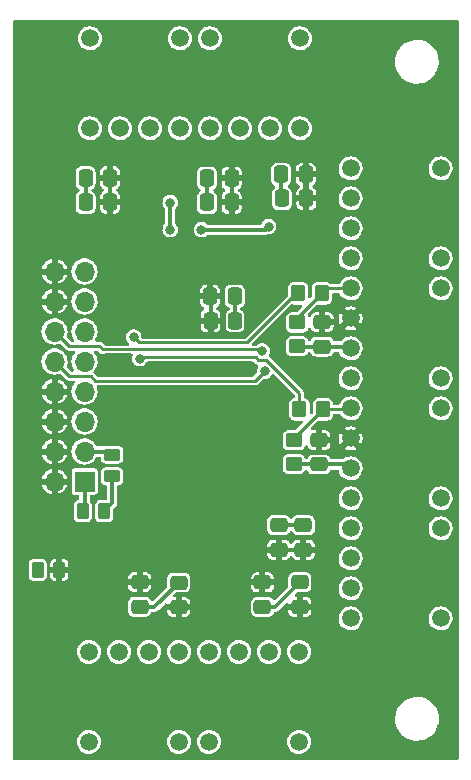
<source format=gbl>
G04 #@! TF.GenerationSoftware,KiCad,Pcbnew,(6.0.6)*
G04 #@! TF.CreationDate,2022-08-29T16:13:27+02:00*
G04 #@! TF.ProjectId,adc-fiber-interface-board-six-channels,6164632d-6669-4626-9572-2d696e746572,rev?*
G04 #@! TF.SameCoordinates,Original*
G04 #@! TF.FileFunction,Copper,L2,Bot*
G04 #@! TF.FilePolarity,Positive*
%FSLAX46Y46*%
G04 Gerber Fmt 4.6, Leading zero omitted, Abs format (unit mm)*
G04 Created by KiCad (PCBNEW (6.0.6)) date 2022-08-29 16:13:27*
%MOMM*%
%LPD*%
G01*
G04 APERTURE LIST*
G04 Aperture macros list*
%AMRoundRect*
0 Rectangle with rounded corners*
0 $1 Rounding radius*
0 $2 $3 $4 $5 $6 $7 $8 $9 X,Y pos of 4 corners*
0 Add a 4 corners polygon primitive as box body*
4,1,4,$2,$3,$4,$5,$6,$7,$8,$9,$2,$3,0*
0 Add four circle primitives for the rounded corners*
1,1,$1+$1,$2,$3*
1,1,$1+$1,$4,$5*
1,1,$1+$1,$6,$7*
1,1,$1+$1,$8,$9*
0 Add four rect primitives between the rounded corners*
20,1,$1+$1,$2,$3,$4,$5,0*
20,1,$1+$1,$4,$5,$6,$7,0*
20,1,$1+$1,$6,$7,$8,$9,0*
20,1,$1+$1,$8,$9,$2,$3,0*%
G04 Aperture macros list end*
G04 #@! TA.AperFunction,ComponentPad*
%ADD10C,1.515000*%
G04 #@! TD*
G04 #@! TA.AperFunction,ComponentPad*
%ADD11R,1.700000X1.700000*%
G04 #@! TD*
G04 #@! TA.AperFunction,ComponentPad*
%ADD12O,1.700000X1.700000*%
G04 #@! TD*
G04 #@! TA.AperFunction,SMDPad,CuDef*
%ADD13RoundRect,0.250000X0.337500X0.475000X-0.337500X0.475000X-0.337500X-0.475000X0.337500X-0.475000X0*%
G04 #@! TD*
G04 #@! TA.AperFunction,SMDPad,CuDef*
%ADD14RoundRect,0.250000X-0.475000X0.337500X-0.475000X-0.337500X0.475000X-0.337500X0.475000X0.337500X0*%
G04 #@! TD*
G04 #@! TA.AperFunction,SMDPad,CuDef*
%ADD15RoundRect,0.250000X-0.262500X-0.450000X0.262500X-0.450000X0.262500X0.450000X-0.262500X0.450000X0*%
G04 #@! TD*
G04 #@! TA.AperFunction,SMDPad,CuDef*
%ADD16RoundRect,0.250000X0.475000X-0.337500X0.475000X0.337500X-0.475000X0.337500X-0.475000X-0.337500X0*%
G04 #@! TD*
G04 #@! TA.AperFunction,SMDPad,CuDef*
%ADD17RoundRect,0.250000X-0.337500X-0.475000X0.337500X-0.475000X0.337500X0.475000X-0.337500X0.475000X0*%
G04 #@! TD*
G04 #@! TA.AperFunction,SMDPad,CuDef*
%ADD18RoundRect,0.250000X0.450000X-0.262500X0.450000X0.262500X-0.450000X0.262500X-0.450000X-0.262500X0*%
G04 #@! TD*
G04 #@! TA.AperFunction,SMDPad,CuDef*
%ADD19RoundRect,0.250000X-0.350000X-0.450000X0.350000X-0.450000X0.350000X0.450000X-0.350000X0.450000X0*%
G04 #@! TD*
G04 #@! TA.AperFunction,SMDPad,CuDef*
%ADD20RoundRect,0.250000X-0.450000X0.350000X-0.450000X-0.350000X0.450000X-0.350000X0.450000X0.350000X0*%
G04 #@! TD*
G04 #@! TA.AperFunction,SMDPad,CuDef*
%ADD21RoundRect,0.250000X0.262500X0.450000X-0.262500X0.450000X-0.262500X-0.450000X0.262500X-0.450000X0*%
G04 #@! TD*
G04 #@! TA.AperFunction,ViaPad*
%ADD22C,0.800000*%
G04 #@! TD*
G04 #@! TA.AperFunction,Conductor*
%ADD23C,0.350000*%
G04 #@! TD*
G04 #@! TA.AperFunction,Conductor*
%ADD24C,0.254000*%
G04 #@! TD*
G04 APERTURE END LIST*
D10*
X125349000Y-62941200D03*
X125349000Y-65481200D03*
X125349000Y-68021200D03*
X125349000Y-70561200D03*
X132969000Y-70561200D03*
X132969000Y-62941200D03*
X125349000Y-52781200D03*
X125349000Y-55321200D03*
X125349000Y-57861200D03*
X125349000Y-60401200D03*
X132969000Y-60401200D03*
X132969000Y-52781200D03*
X103274400Y-39219000D03*
X105814400Y-39219000D03*
X108354400Y-39219000D03*
X110894400Y-39219000D03*
X110894400Y-31599000D03*
X103274400Y-31599000D03*
X125349000Y-73101200D03*
X125349000Y-75641200D03*
X125349000Y-78181200D03*
X125349000Y-80721200D03*
X132969000Y-80721200D03*
X132969000Y-73101200D03*
D11*
X102830400Y-69123800D03*
D12*
X100290400Y-69123800D03*
X102830400Y-66583800D03*
X100290400Y-66583800D03*
X102830400Y-64043800D03*
X100290400Y-64043800D03*
X102830400Y-61503800D03*
X100290400Y-61503800D03*
X102830400Y-58963800D03*
X100290400Y-58963800D03*
X102830400Y-56423800D03*
X100290400Y-56423800D03*
X102830400Y-53883800D03*
X100290400Y-53883800D03*
X102830400Y-51343800D03*
X100290400Y-51343800D03*
D10*
X120988800Y-83539200D03*
X118448800Y-83539200D03*
X115908800Y-83539200D03*
X113368800Y-83539200D03*
X113368800Y-91159200D03*
X120988800Y-91159200D03*
X125349000Y-42621200D03*
X125349000Y-45161200D03*
X125349000Y-47701200D03*
X125349000Y-50241200D03*
X132969000Y-50241200D03*
X132969000Y-42621200D03*
X113434400Y-39219000D03*
X115974400Y-39219000D03*
X118514400Y-39219000D03*
X121054400Y-39219000D03*
X121054400Y-31599000D03*
X113434400Y-31599000D03*
X110820200Y-83539200D03*
X108280200Y-83539200D03*
X105740200Y-83539200D03*
X103200200Y-83539200D03*
X103200200Y-91159200D03*
X110820200Y-91159200D03*
D13*
X121556600Y-43129200D03*
X119481600Y-43129200D03*
D14*
X117892900Y-77661100D03*
X117892900Y-79736100D03*
D15*
X98858700Y-76606400D03*
X100683700Y-76606400D03*
D13*
X104990300Y-43408600D03*
X102915300Y-43408600D03*
X115277300Y-45491400D03*
X113202300Y-45491400D03*
D16*
X110794800Y-79752100D03*
X110794800Y-77677100D03*
D17*
X113495000Y-55524400D03*
X115570000Y-55524400D03*
D13*
X104990300Y-45491400D03*
X102915300Y-45491400D03*
D18*
X105156000Y-68679700D03*
X105156000Y-66854700D03*
D16*
X121056400Y-79726700D03*
X121056400Y-77651700D03*
D13*
X115285100Y-43434000D03*
X113210100Y-43434000D03*
D19*
X121021600Y-63010000D03*
X123021600Y-63010000D03*
D20*
X120829200Y-55660000D03*
X120829200Y-57660000D03*
D16*
X119278400Y-74896800D03*
X119278400Y-72821800D03*
D19*
X120920000Y-53187600D03*
X122920000Y-53187600D03*
D17*
X113465700Y-53441600D03*
X115540700Y-53441600D03*
D16*
X121361200Y-74900700D03*
X121361200Y-72825700D03*
D14*
X122658000Y-65604700D03*
X122658000Y-67679700D03*
X122937400Y-55622500D03*
X122937400Y-57697500D03*
D13*
X121607400Y-45161200D03*
X119532400Y-45161200D03*
D14*
X107492800Y-77645100D03*
X107492800Y-79720100D03*
D20*
X120549800Y-65642200D03*
X120549800Y-67642200D03*
D21*
X104493700Y-71628000D03*
X102668700Y-71628000D03*
D22*
X109524800Y-51968400D03*
X113969800Y-59563000D03*
X107492800Y-48006000D03*
X112166400Y-64770000D03*
X111861600Y-62077600D03*
X105156000Y-41402000D03*
X119481600Y-76809600D03*
X111760000Y-68224400D03*
X116382800Y-48666400D03*
X117195600Y-45466000D03*
X115417600Y-41198800D03*
X111760000Y-73101200D03*
X114452400Y-73101200D03*
X120243600Y-69951600D03*
X108864400Y-62585600D03*
X114554000Y-50190400D03*
X123545600Y-72745600D03*
X106730800Y-74269600D03*
X123393200Y-79298800D03*
X114554000Y-68224400D03*
X106984800Y-45516800D03*
X118262400Y-81635600D03*
X118618000Y-51104800D03*
X110337600Y-62331600D03*
X123494800Y-43789600D03*
X114452400Y-80518000D03*
X113538000Y-53441600D03*
X123494800Y-74574400D03*
X110794800Y-77677100D03*
X118414800Y-47548800D03*
X121056400Y-77651700D03*
X112725200Y-47802800D03*
X121319800Y-72837800D03*
X119532400Y-45161200D03*
X110083600Y-47802800D03*
X102952800Y-45466000D03*
X110083600Y-45516800D03*
X107474000Y-79724000D03*
X117926700Y-79736100D03*
X115562200Y-53441600D03*
X104493700Y-71628000D03*
X113218300Y-45516800D03*
X98907600Y-76555600D03*
X118066103Y-59784697D03*
X117856000Y-58064400D03*
X120829200Y-55660000D03*
X106984800Y-56896000D03*
X120549800Y-65642200D03*
X107492800Y-58724300D03*
D23*
X115285100Y-43434000D02*
X115285100Y-45483600D01*
X104990300Y-43408600D02*
X104990300Y-45491400D01*
X121361200Y-74900700D02*
X119282300Y-74900700D01*
X115285100Y-45483600D02*
X115277300Y-45491400D01*
X113538000Y-53441600D02*
X113538000Y-55481400D01*
X113538000Y-55481400D02*
X113495000Y-55524400D01*
X119282300Y-74900700D02*
X119278400Y-74896800D01*
X118160800Y-47802800D02*
X112725200Y-47802800D01*
X125007500Y-67679700D02*
X125349000Y-68021200D01*
X107492800Y-79720100D02*
X108751800Y-79720100D01*
X115540700Y-55495100D02*
X115570000Y-55524400D01*
X110083600Y-45516800D02*
X110083600Y-47802800D01*
X102915300Y-43408600D02*
X102915300Y-45491400D01*
X115540700Y-53441600D02*
X115540700Y-55495100D01*
X119481600Y-43129200D02*
X119481600Y-45110400D01*
X120549800Y-67642200D02*
X122620500Y-67642200D01*
X113210100Y-45483600D02*
X113202300Y-45491400D01*
X113210100Y-43434000D02*
X113210100Y-45483600D01*
X125185300Y-57697500D02*
X125349000Y-57861200D01*
X117926700Y-79736100D02*
X118972000Y-79736100D01*
X120866700Y-57697500D02*
X120829200Y-57660000D01*
X118972000Y-79736100D02*
X121056400Y-77651700D01*
X122937400Y-57697500D02*
X125185300Y-57697500D01*
X105156000Y-68679700D02*
X105156000Y-70965700D01*
X118414800Y-47548800D02*
X118160800Y-47802800D01*
X122658000Y-67679700D02*
X125007500Y-67679700D01*
X119481600Y-45110400D02*
X119532400Y-45161200D01*
X121319800Y-72837800D02*
X119294400Y-72837800D01*
X117892900Y-79736100D02*
X117926700Y-79736100D01*
X108751800Y-79720100D02*
X110794800Y-77677100D01*
X105156000Y-70965700D02*
X104493700Y-71628000D01*
X119294400Y-72837800D02*
X119278400Y-72821800D01*
X122620500Y-67642200D02*
X122658000Y-67679700D01*
X122937400Y-57697500D02*
X120866700Y-57697500D01*
X102830400Y-71466300D02*
X102668700Y-71628000D01*
X102830400Y-69123800D02*
X102830400Y-71466300D01*
X104885100Y-66583800D02*
X105156000Y-66854700D01*
X102830400Y-66583800D02*
X104885100Y-66583800D01*
D24*
X117246400Y-60604400D02*
X118066103Y-59784697D01*
X101521400Y-60194800D02*
X103340297Y-60194800D01*
X103340297Y-60194800D02*
X103749897Y-60604400D01*
X100290400Y-58963800D02*
X101521400Y-60194800D01*
X103749897Y-60604400D02*
X117246400Y-60604400D01*
X117735400Y-57943800D02*
X104358815Y-57943800D01*
X117856000Y-58064400D02*
X117735400Y-57943800D01*
X101524600Y-57658000D02*
X100290400Y-56423800D01*
X104358815Y-57943800D02*
X104073015Y-57658000D01*
X104073015Y-57658000D02*
X101524600Y-57658000D01*
X120829200Y-55660000D02*
X120829200Y-55278400D01*
X120829200Y-55278400D02*
X122920000Y-53187600D01*
X122920000Y-53187600D02*
X123326400Y-52781200D01*
X123326400Y-52781200D02*
X125349000Y-52781200D01*
X120751600Y-53187600D02*
X120920000Y-53187600D01*
X116586000Y-57353200D02*
X120751600Y-53187600D01*
X106984800Y-56896000D02*
X107442000Y-57353200D01*
X107442000Y-57353200D02*
X116586000Y-57353200D01*
X123021600Y-63010000D02*
X125280200Y-63010000D01*
X120549800Y-65481800D02*
X123021600Y-63010000D01*
X125280200Y-63010000D02*
X125349000Y-62941200D01*
X120549800Y-65642200D02*
X120549800Y-65481800D01*
X121021600Y-61636400D02*
X121021600Y-63010000D01*
X107593900Y-58623200D02*
X117310299Y-58623200D01*
X107492800Y-58724300D02*
X107593900Y-58623200D01*
X117532499Y-58845400D02*
X118230600Y-58845400D01*
X118230600Y-58845400D02*
X121021600Y-61636400D01*
X117310299Y-58623200D02*
X117532499Y-58845400D01*
G04 #@! TA.AperFunction,Conductor*
G36*
X134441621Y-30054902D02*
G01*
X134488114Y-30108558D01*
X134499500Y-30160900D01*
X134499500Y-92569100D01*
X134479498Y-92637221D01*
X134425842Y-92683714D01*
X134373500Y-92695100D01*
X96874900Y-92695100D01*
X96806779Y-92675098D01*
X96760286Y-92621442D01*
X96748900Y-92569100D01*
X96748900Y-91145002D01*
X102183402Y-91145002D01*
X102200009Y-91342769D01*
X102254713Y-91533545D01*
X102257531Y-91539027D01*
X102257532Y-91539031D01*
X102342610Y-91704575D01*
X102342613Y-91704579D01*
X102345430Y-91710061D01*
X102468706Y-91865596D01*
X102619843Y-91994224D01*
X102793086Y-92091047D01*
X102981836Y-92152375D01*
X103178904Y-92175874D01*
X103185039Y-92175402D01*
X103185041Y-92175402D01*
X103370640Y-92161121D01*
X103370644Y-92161120D01*
X103376782Y-92160648D01*
X103567935Y-92107277D01*
X103651535Y-92065048D01*
X103739580Y-92020574D01*
X103739582Y-92020573D01*
X103745081Y-92017795D01*
X103901472Y-91895608D01*
X103905498Y-91890944D01*
X103905501Y-91890941D01*
X104027123Y-91750040D01*
X104027124Y-91750038D01*
X104031152Y-91745372D01*
X104129182Y-91572809D01*
X104191826Y-91384492D01*
X104216701Y-91187593D01*
X104217097Y-91159200D01*
X104215705Y-91145002D01*
X109803402Y-91145002D01*
X109820009Y-91342769D01*
X109874713Y-91533545D01*
X109877531Y-91539027D01*
X109877532Y-91539031D01*
X109962610Y-91704575D01*
X109962613Y-91704579D01*
X109965430Y-91710061D01*
X110088706Y-91865596D01*
X110239843Y-91994224D01*
X110413086Y-92091047D01*
X110601836Y-92152375D01*
X110798904Y-92175874D01*
X110805039Y-92175402D01*
X110805041Y-92175402D01*
X110990640Y-92161121D01*
X110990644Y-92161120D01*
X110996782Y-92160648D01*
X111187935Y-92107277D01*
X111271535Y-92065048D01*
X111359580Y-92020574D01*
X111359582Y-92020573D01*
X111365081Y-92017795D01*
X111521472Y-91895608D01*
X111525498Y-91890944D01*
X111525501Y-91890941D01*
X111647123Y-91750040D01*
X111647124Y-91750038D01*
X111651152Y-91745372D01*
X111749182Y-91572809D01*
X111811826Y-91384492D01*
X111836701Y-91187593D01*
X111837097Y-91159200D01*
X111835705Y-91145002D01*
X112352002Y-91145002D01*
X112368609Y-91342769D01*
X112423313Y-91533545D01*
X112426131Y-91539027D01*
X112426132Y-91539031D01*
X112511210Y-91704575D01*
X112511213Y-91704579D01*
X112514030Y-91710061D01*
X112637306Y-91865596D01*
X112788443Y-91994224D01*
X112961686Y-92091047D01*
X113150436Y-92152375D01*
X113347504Y-92175874D01*
X113353639Y-92175402D01*
X113353641Y-92175402D01*
X113539240Y-92161121D01*
X113539244Y-92161120D01*
X113545382Y-92160648D01*
X113736535Y-92107277D01*
X113820135Y-92065048D01*
X113908180Y-92020574D01*
X113908182Y-92020573D01*
X113913681Y-92017795D01*
X114070072Y-91895608D01*
X114074098Y-91890944D01*
X114074101Y-91890941D01*
X114195723Y-91750040D01*
X114195724Y-91750038D01*
X114199752Y-91745372D01*
X114297782Y-91572809D01*
X114360426Y-91384492D01*
X114385301Y-91187593D01*
X114385697Y-91159200D01*
X114384305Y-91145002D01*
X119972002Y-91145002D01*
X119988609Y-91342769D01*
X120043313Y-91533545D01*
X120046131Y-91539027D01*
X120046132Y-91539031D01*
X120131210Y-91704575D01*
X120131213Y-91704579D01*
X120134030Y-91710061D01*
X120257306Y-91865596D01*
X120408443Y-91994224D01*
X120581686Y-92091047D01*
X120770436Y-92152375D01*
X120967504Y-92175874D01*
X120973639Y-92175402D01*
X120973641Y-92175402D01*
X121159240Y-92161121D01*
X121159244Y-92161120D01*
X121165382Y-92160648D01*
X121356535Y-92107277D01*
X121440135Y-92065048D01*
X121528180Y-92020574D01*
X121528182Y-92020573D01*
X121533681Y-92017795D01*
X121690072Y-91895608D01*
X121694098Y-91890944D01*
X121694101Y-91890941D01*
X121815723Y-91750040D01*
X121815724Y-91750038D01*
X121819752Y-91745372D01*
X121917782Y-91572809D01*
X121980426Y-91384492D01*
X122005301Y-91187593D01*
X122005697Y-91159200D01*
X121986330Y-90961684D01*
X121984549Y-90955785D01*
X121984548Y-90955780D01*
X121930749Y-90777590D01*
X121928968Y-90771691D01*
X121835795Y-90596458D01*
X121831905Y-90591688D01*
X121831902Y-90591684D01*
X121714255Y-90447435D01*
X121714252Y-90447432D01*
X121710360Y-90442660D01*
X121703971Y-90437374D01*
X121562190Y-90320082D01*
X121557442Y-90316154D01*
X121552025Y-90313225D01*
X121552022Y-90313223D01*
X121388283Y-90224690D01*
X121388278Y-90224688D01*
X121382863Y-90221760D01*
X121193276Y-90163073D01*
X121187151Y-90162429D01*
X121187150Y-90162429D01*
X121002027Y-90142972D01*
X121002026Y-90142972D01*
X120995899Y-90142328D01*
X120873221Y-90153492D01*
X120804394Y-90159756D01*
X120804393Y-90159756D01*
X120798253Y-90160315D01*
X120792339Y-90162056D01*
X120792337Y-90162056D01*
X120719936Y-90183365D01*
X120607864Y-90216350D01*
X120431985Y-90308297D01*
X120277314Y-90432655D01*
X120149745Y-90584687D01*
X120146781Y-90590079D01*
X120146778Y-90590083D01*
X120112787Y-90651913D01*
X120054134Y-90758602D01*
X119994125Y-90947775D01*
X119993439Y-90953892D01*
X119993438Y-90953896D01*
X119981634Y-91059135D01*
X119972002Y-91145002D01*
X114384305Y-91145002D01*
X114366330Y-90961684D01*
X114364549Y-90955785D01*
X114364548Y-90955780D01*
X114310749Y-90777590D01*
X114308968Y-90771691D01*
X114215795Y-90596458D01*
X114211905Y-90591688D01*
X114211902Y-90591684D01*
X114094255Y-90447435D01*
X114094252Y-90447432D01*
X114090360Y-90442660D01*
X114083971Y-90437374D01*
X113942190Y-90320082D01*
X113937442Y-90316154D01*
X113932025Y-90313225D01*
X113932022Y-90313223D01*
X113768283Y-90224690D01*
X113768278Y-90224688D01*
X113762863Y-90221760D01*
X113573276Y-90163073D01*
X113567151Y-90162429D01*
X113567150Y-90162429D01*
X113382027Y-90142972D01*
X113382026Y-90142972D01*
X113375899Y-90142328D01*
X113253221Y-90153492D01*
X113184394Y-90159756D01*
X113184393Y-90159756D01*
X113178253Y-90160315D01*
X113172339Y-90162056D01*
X113172337Y-90162056D01*
X113099936Y-90183365D01*
X112987864Y-90216350D01*
X112811985Y-90308297D01*
X112657314Y-90432655D01*
X112529745Y-90584687D01*
X112526781Y-90590079D01*
X112526778Y-90590083D01*
X112492787Y-90651913D01*
X112434134Y-90758602D01*
X112374125Y-90947775D01*
X112373439Y-90953892D01*
X112373438Y-90953896D01*
X112361634Y-91059135D01*
X112352002Y-91145002D01*
X111835705Y-91145002D01*
X111817730Y-90961684D01*
X111815949Y-90955785D01*
X111815948Y-90955780D01*
X111762149Y-90777590D01*
X111760368Y-90771691D01*
X111667195Y-90596458D01*
X111663305Y-90591688D01*
X111663302Y-90591684D01*
X111545655Y-90447435D01*
X111545652Y-90447432D01*
X111541760Y-90442660D01*
X111535371Y-90437374D01*
X111393590Y-90320082D01*
X111388842Y-90316154D01*
X111383425Y-90313225D01*
X111383422Y-90313223D01*
X111219683Y-90224690D01*
X111219678Y-90224688D01*
X111214263Y-90221760D01*
X111024676Y-90163073D01*
X111018551Y-90162429D01*
X111018550Y-90162429D01*
X110833427Y-90142972D01*
X110833426Y-90142972D01*
X110827299Y-90142328D01*
X110704621Y-90153492D01*
X110635794Y-90159756D01*
X110635793Y-90159756D01*
X110629653Y-90160315D01*
X110623739Y-90162056D01*
X110623737Y-90162056D01*
X110551336Y-90183365D01*
X110439264Y-90216350D01*
X110263385Y-90308297D01*
X110108714Y-90432655D01*
X109981145Y-90584687D01*
X109978181Y-90590079D01*
X109978178Y-90590083D01*
X109944187Y-90651913D01*
X109885534Y-90758602D01*
X109825525Y-90947775D01*
X109824839Y-90953892D01*
X109824838Y-90953896D01*
X109813034Y-91059135D01*
X109803402Y-91145002D01*
X104215705Y-91145002D01*
X104197730Y-90961684D01*
X104195949Y-90955785D01*
X104195948Y-90955780D01*
X104142149Y-90777590D01*
X104140368Y-90771691D01*
X104047195Y-90596458D01*
X104043305Y-90591688D01*
X104043302Y-90591684D01*
X103925655Y-90447435D01*
X103925652Y-90447432D01*
X103921760Y-90442660D01*
X103915371Y-90437374D01*
X103773590Y-90320082D01*
X103768842Y-90316154D01*
X103763425Y-90313225D01*
X103763422Y-90313223D01*
X103599683Y-90224690D01*
X103599678Y-90224688D01*
X103594263Y-90221760D01*
X103404676Y-90163073D01*
X103398551Y-90162429D01*
X103398550Y-90162429D01*
X103213427Y-90142972D01*
X103213426Y-90142972D01*
X103207299Y-90142328D01*
X103084621Y-90153492D01*
X103015794Y-90159756D01*
X103015793Y-90159756D01*
X103009653Y-90160315D01*
X103003739Y-90162056D01*
X103003737Y-90162056D01*
X102931336Y-90183365D01*
X102819264Y-90216350D01*
X102643385Y-90308297D01*
X102488714Y-90432655D01*
X102361145Y-90584687D01*
X102358181Y-90590079D01*
X102358178Y-90590083D01*
X102324187Y-90651913D01*
X102265534Y-90758602D01*
X102205525Y-90947775D01*
X102204839Y-90953892D01*
X102204838Y-90953896D01*
X102193034Y-91059135D01*
X102183402Y-91145002D01*
X96748900Y-91145002D01*
X96748900Y-89246986D01*
X129128818Y-89246986D01*
X129154379Y-89514900D01*
X129218347Y-89776318D01*
X129319383Y-90025763D01*
X129455369Y-90258010D01*
X129623458Y-90468195D01*
X129820127Y-90651913D01*
X130041257Y-90805316D01*
X130282216Y-90925191D01*
X130286550Y-90926612D01*
X130286553Y-90926613D01*
X130533623Y-91007607D01*
X130533629Y-91007608D01*
X130537956Y-91009027D01*
X130542447Y-91009807D01*
X130542448Y-91009807D01*
X130799338Y-91054411D01*
X130799346Y-91054412D01*
X130803119Y-91055067D01*
X130806956Y-91055258D01*
X130886577Y-91059222D01*
X130886585Y-91059222D01*
X130888148Y-91059300D01*
X131056174Y-91059300D01*
X131058442Y-91059135D01*
X131058454Y-91059135D01*
X131189257Y-91049644D01*
X131256225Y-91044785D01*
X131260680Y-91043801D01*
X131260683Y-91043801D01*
X131514570Y-90987747D01*
X131514572Y-90987746D01*
X131519026Y-90986763D01*
X131770700Y-90891413D01*
X132005972Y-90760731D01*
X132152642Y-90648796D01*
X132216291Y-90600221D01*
X132216295Y-90600217D01*
X132219916Y-90597454D01*
X132408049Y-90405003D01*
X132474854Y-90313223D01*
X132563742Y-90191104D01*
X132563747Y-90191097D01*
X132566430Y-90187410D01*
X132691741Y-89949233D01*
X132781357Y-89695462D01*
X132806488Y-89567956D01*
X132832520Y-89435883D01*
X132832521Y-89435877D01*
X132833401Y-89431411D01*
X132842582Y-89246986D01*
X132846555Y-89167183D01*
X132846555Y-89167177D01*
X132846782Y-89162614D01*
X132821221Y-88894700D01*
X132757253Y-88633282D01*
X132656217Y-88383837D01*
X132520231Y-88151590D01*
X132352142Y-87941405D01*
X132155473Y-87757687D01*
X131934343Y-87604284D01*
X131693384Y-87484409D01*
X131689050Y-87482988D01*
X131689047Y-87482987D01*
X131441977Y-87401993D01*
X131441971Y-87401992D01*
X131437644Y-87400573D01*
X131433152Y-87399793D01*
X131176262Y-87355189D01*
X131176254Y-87355188D01*
X131172481Y-87354533D01*
X131162518Y-87354037D01*
X131089023Y-87350378D01*
X131089015Y-87350378D01*
X131087452Y-87350300D01*
X130919426Y-87350300D01*
X130917158Y-87350465D01*
X130917146Y-87350465D01*
X130786343Y-87359956D01*
X130719375Y-87364815D01*
X130714920Y-87365799D01*
X130714917Y-87365799D01*
X130461030Y-87421853D01*
X130461028Y-87421854D01*
X130456574Y-87422837D01*
X130204900Y-87518187D01*
X129969628Y-87648869D01*
X129965996Y-87651641D01*
X129759309Y-87809379D01*
X129759305Y-87809383D01*
X129755684Y-87812146D01*
X129567551Y-88004597D01*
X129564866Y-88008286D01*
X129411858Y-88218496D01*
X129411853Y-88218503D01*
X129409170Y-88222190D01*
X129283859Y-88460367D01*
X129194243Y-88714138D01*
X129193360Y-88718620D01*
X129158655Y-88894700D01*
X129142199Y-88978189D01*
X129141972Y-88982742D01*
X129141972Y-88982745D01*
X129132791Y-89167183D01*
X129128818Y-89246986D01*
X96748900Y-89246986D01*
X96748900Y-83525002D01*
X102183402Y-83525002D01*
X102200009Y-83722769D01*
X102254713Y-83913545D01*
X102257531Y-83919027D01*
X102257532Y-83919031D01*
X102342610Y-84084575D01*
X102342613Y-84084579D01*
X102345430Y-84090061D01*
X102468706Y-84245596D01*
X102619843Y-84374224D01*
X102793086Y-84471047D01*
X102981836Y-84532375D01*
X103178904Y-84555874D01*
X103185039Y-84555402D01*
X103185041Y-84555402D01*
X103370640Y-84541121D01*
X103370644Y-84541120D01*
X103376782Y-84540648D01*
X103567935Y-84487277D01*
X103651535Y-84445048D01*
X103739580Y-84400574D01*
X103739582Y-84400573D01*
X103745081Y-84397795D01*
X103901472Y-84275608D01*
X103905498Y-84270944D01*
X103905501Y-84270941D01*
X104027123Y-84130040D01*
X104027124Y-84130038D01*
X104031152Y-84125372D01*
X104129182Y-83952809D01*
X104191826Y-83764492D01*
X104216701Y-83567593D01*
X104217097Y-83539200D01*
X104215705Y-83525002D01*
X104723402Y-83525002D01*
X104740009Y-83722769D01*
X104794713Y-83913545D01*
X104797531Y-83919027D01*
X104797532Y-83919031D01*
X104882610Y-84084575D01*
X104882613Y-84084579D01*
X104885430Y-84090061D01*
X105008706Y-84245596D01*
X105159843Y-84374224D01*
X105333086Y-84471047D01*
X105521836Y-84532375D01*
X105718904Y-84555874D01*
X105725039Y-84555402D01*
X105725041Y-84555402D01*
X105910640Y-84541121D01*
X105910644Y-84541120D01*
X105916782Y-84540648D01*
X106107935Y-84487277D01*
X106191535Y-84445048D01*
X106279580Y-84400574D01*
X106279582Y-84400573D01*
X106285081Y-84397795D01*
X106441472Y-84275608D01*
X106445498Y-84270944D01*
X106445501Y-84270941D01*
X106567123Y-84130040D01*
X106567124Y-84130038D01*
X106571152Y-84125372D01*
X106669182Y-83952809D01*
X106731826Y-83764492D01*
X106756701Y-83567593D01*
X106757097Y-83539200D01*
X106755705Y-83525002D01*
X107263402Y-83525002D01*
X107280009Y-83722769D01*
X107334713Y-83913545D01*
X107337531Y-83919027D01*
X107337532Y-83919031D01*
X107422610Y-84084575D01*
X107422613Y-84084579D01*
X107425430Y-84090061D01*
X107548706Y-84245596D01*
X107699843Y-84374224D01*
X107873086Y-84471047D01*
X108061836Y-84532375D01*
X108258904Y-84555874D01*
X108265039Y-84555402D01*
X108265041Y-84555402D01*
X108450640Y-84541121D01*
X108450644Y-84541120D01*
X108456782Y-84540648D01*
X108647935Y-84487277D01*
X108731535Y-84445048D01*
X108819580Y-84400574D01*
X108819582Y-84400573D01*
X108825081Y-84397795D01*
X108981472Y-84275608D01*
X108985498Y-84270944D01*
X108985501Y-84270941D01*
X109107123Y-84130040D01*
X109107124Y-84130038D01*
X109111152Y-84125372D01*
X109209182Y-83952809D01*
X109271826Y-83764492D01*
X109296701Y-83567593D01*
X109297097Y-83539200D01*
X109295705Y-83525002D01*
X109803402Y-83525002D01*
X109820009Y-83722769D01*
X109874713Y-83913545D01*
X109877531Y-83919027D01*
X109877532Y-83919031D01*
X109962610Y-84084575D01*
X109962613Y-84084579D01*
X109965430Y-84090061D01*
X110088706Y-84245596D01*
X110239843Y-84374224D01*
X110413086Y-84471047D01*
X110601836Y-84532375D01*
X110798904Y-84555874D01*
X110805039Y-84555402D01*
X110805041Y-84555402D01*
X110990640Y-84541121D01*
X110990644Y-84541120D01*
X110996782Y-84540648D01*
X111187935Y-84487277D01*
X111271535Y-84445048D01*
X111359580Y-84400574D01*
X111359582Y-84400573D01*
X111365081Y-84397795D01*
X111521472Y-84275608D01*
X111525498Y-84270944D01*
X111525501Y-84270941D01*
X111647123Y-84130040D01*
X111647124Y-84130038D01*
X111651152Y-84125372D01*
X111749182Y-83952809D01*
X111811826Y-83764492D01*
X111836701Y-83567593D01*
X111837097Y-83539200D01*
X111835705Y-83525002D01*
X112352002Y-83525002D01*
X112368609Y-83722769D01*
X112423313Y-83913545D01*
X112426131Y-83919027D01*
X112426132Y-83919031D01*
X112511210Y-84084575D01*
X112511213Y-84084579D01*
X112514030Y-84090061D01*
X112637306Y-84245596D01*
X112788443Y-84374224D01*
X112961686Y-84471047D01*
X113150436Y-84532375D01*
X113347504Y-84555874D01*
X113353639Y-84555402D01*
X113353641Y-84555402D01*
X113539240Y-84541121D01*
X113539244Y-84541120D01*
X113545382Y-84540648D01*
X113736535Y-84487277D01*
X113820135Y-84445048D01*
X113908180Y-84400574D01*
X113908182Y-84400573D01*
X113913681Y-84397795D01*
X114070072Y-84275608D01*
X114074098Y-84270944D01*
X114074101Y-84270941D01*
X114195723Y-84130040D01*
X114195724Y-84130038D01*
X114199752Y-84125372D01*
X114297782Y-83952809D01*
X114360426Y-83764492D01*
X114385301Y-83567593D01*
X114385697Y-83539200D01*
X114384305Y-83525002D01*
X114892002Y-83525002D01*
X114908609Y-83722769D01*
X114963313Y-83913545D01*
X114966131Y-83919027D01*
X114966132Y-83919031D01*
X115051210Y-84084575D01*
X115051213Y-84084579D01*
X115054030Y-84090061D01*
X115177306Y-84245596D01*
X115328443Y-84374224D01*
X115501686Y-84471047D01*
X115690436Y-84532375D01*
X115887504Y-84555874D01*
X115893639Y-84555402D01*
X115893641Y-84555402D01*
X116079240Y-84541121D01*
X116079244Y-84541120D01*
X116085382Y-84540648D01*
X116276535Y-84487277D01*
X116360135Y-84445048D01*
X116448180Y-84400574D01*
X116448182Y-84400573D01*
X116453681Y-84397795D01*
X116610072Y-84275608D01*
X116614098Y-84270944D01*
X116614101Y-84270941D01*
X116735723Y-84130040D01*
X116735724Y-84130038D01*
X116739752Y-84125372D01*
X116837782Y-83952809D01*
X116900426Y-83764492D01*
X116925301Y-83567593D01*
X116925697Y-83539200D01*
X116924305Y-83525002D01*
X117432002Y-83525002D01*
X117448609Y-83722769D01*
X117503313Y-83913545D01*
X117506131Y-83919027D01*
X117506132Y-83919031D01*
X117591210Y-84084575D01*
X117591213Y-84084579D01*
X117594030Y-84090061D01*
X117717306Y-84245596D01*
X117868443Y-84374224D01*
X118041686Y-84471047D01*
X118230436Y-84532375D01*
X118427504Y-84555874D01*
X118433639Y-84555402D01*
X118433641Y-84555402D01*
X118619240Y-84541121D01*
X118619244Y-84541120D01*
X118625382Y-84540648D01*
X118816535Y-84487277D01*
X118900135Y-84445048D01*
X118988180Y-84400574D01*
X118988182Y-84400573D01*
X118993681Y-84397795D01*
X119150072Y-84275608D01*
X119154098Y-84270944D01*
X119154101Y-84270941D01*
X119275723Y-84130040D01*
X119275724Y-84130038D01*
X119279752Y-84125372D01*
X119377782Y-83952809D01*
X119440426Y-83764492D01*
X119465301Y-83567593D01*
X119465697Y-83539200D01*
X119464305Y-83525002D01*
X119972002Y-83525002D01*
X119988609Y-83722769D01*
X120043313Y-83913545D01*
X120046131Y-83919027D01*
X120046132Y-83919031D01*
X120131210Y-84084575D01*
X120131213Y-84084579D01*
X120134030Y-84090061D01*
X120257306Y-84245596D01*
X120408443Y-84374224D01*
X120581686Y-84471047D01*
X120770436Y-84532375D01*
X120967504Y-84555874D01*
X120973639Y-84555402D01*
X120973641Y-84555402D01*
X121159240Y-84541121D01*
X121159244Y-84541120D01*
X121165382Y-84540648D01*
X121356535Y-84487277D01*
X121440135Y-84445048D01*
X121528180Y-84400574D01*
X121528182Y-84400573D01*
X121533681Y-84397795D01*
X121690072Y-84275608D01*
X121694098Y-84270944D01*
X121694101Y-84270941D01*
X121815723Y-84130040D01*
X121815724Y-84130038D01*
X121819752Y-84125372D01*
X121917782Y-83952809D01*
X121980426Y-83764492D01*
X122005301Y-83567593D01*
X122005697Y-83539200D01*
X121986330Y-83341684D01*
X121984549Y-83335785D01*
X121984548Y-83335780D01*
X121930749Y-83157590D01*
X121928968Y-83151691D01*
X121835795Y-82976458D01*
X121831905Y-82971688D01*
X121831902Y-82971684D01*
X121714255Y-82827435D01*
X121714252Y-82827432D01*
X121710360Y-82822660D01*
X121703971Y-82817374D01*
X121562190Y-82700082D01*
X121557442Y-82696154D01*
X121552025Y-82693225D01*
X121552022Y-82693223D01*
X121388283Y-82604690D01*
X121388278Y-82604688D01*
X121382863Y-82601760D01*
X121193276Y-82543073D01*
X121187151Y-82542429D01*
X121187150Y-82542429D01*
X121002027Y-82522972D01*
X121002026Y-82522972D01*
X120995899Y-82522328D01*
X120873221Y-82533492D01*
X120804394Y-82539756D01*
X120804393Y-82539756D01*
X120798253Y-82540315D01*
X120792339Y-82542056D01*
X120792337Y-82542056D01*
X120662737Y-82580200D01*
X120607864Y-82596350D01*
X120431985Y-82688297D01*
X120277314Y-82812655D01*
X120149745Y-82964687D01*
X120146781Y-82970079D01*
X120146778Y-82970083D01*
X120140282Y-82981900D01*
X120054134Y-83138602D01*
X119994125Y-83327775D01*
X119993439Y-83333892D01*
X119993438Y-83333896D01*
X119972689Y-83518877D01*
X119972002Y-83525002D01*
X119464305Y-83525002D01*
X119446330Y-83341684D01*
X119444549Y-83335785D01*
X119444548Y-83335780D01*
X119390749Y-83157590D01*
X119388968Y-83151691D01*
X119295795Y-82976458D01*
X119291905Y-82971688D01*
X119291902Y-82971684D01*
X119174255Y-82827435D01*
X119174252Y-82827432D01*
X119170360Y-82822660D01*
X119163971Y-82817374D01*
X119022190Y-82700082D01*
X119017442Y-82696154D01*
X119012025Y-82693225D01*
X119012022Y-82693223D01*
X118848283Y-82604690D01*
X118848278Y-82604688D01*
X118842863Y-82601760D01*
X118653276Y-82543073D01*
X118647151Y-82542429D01*
X118647150Y-82542429D01*
X118462027Y-82522972D01*
X118462026Y-82522972D01*
X118455899Y-82522328D01*
X118333221Y-82533492D01*
X118264394Y-82539756D01*
X118264393Y-82539756D01*
X118258253Y-82540315D01*
X118252339Y-82542056D01*
X118252337Y-82542056D01*
X118122737Y-82580200D01*
X118067864Y-82596350D01*
X117891985Y-82688297D01*
X117737314Y-82812655D01*
X117609745Y-82964687D01*
X117606781Y-82970079D01*
X117606778Y-82970083D01*
X117600282Y-82981900D01*
X117514134Y-83138602D01*
X117454125Y-83327775D01*
X117453439Y-83333892D01*
X117453438Y-83333896D01*
X117432689Y-83518877D01*
X117432002Y-83525002D01*
X116924305Y-83525002D01*
X116906330Y-83341684D01*
X116904549Y-83335785D01*
X116904548Y-83335780D01*
X116850749Y-83157590D01*
X116848968Y-83151691D01*
X116755795Y-82976458D01*
X116751905Y-82971688D01*
X116751902Y-82971684D01*
X116634255Y-82827435D01*
X116634252Y-82827432D01*
X116630360Y-82822660D01*
X116623971Y-82817374D01*
X116482190Y-82700082D01*
X116477442Y-82696154D01*
X116472025Y-82693225D01*
X116472022Y-82693223D01*
X116308283Y-82604690D01*
X116308278Y-82604688D01*
X116302863Y-82601760D01*
X116113276Y-82543073D01*
X116107151Y-82542429D01*
X116107150Y-82542429D01*
X115922027Y-82522972D01*
X115922026Y-82522972D01*
X115915899Y-82522328D01*
X115793221Y-82533492D01*
X115724394Y-82539756D01*
X115724393Y-82539756D01*
X115718253Y-82540315D01*
X115712339Y-82542056D01*
X115712337Y-82542056D01*
X115582737Y-82580200D01*
X115527864Y-82596350D01*
X115351985Y-82688297D01*
X115197314Y-82812655D01*
X115069745Y-82964687D01*
X115066781Y-82970079D01*
X115066778Y-82970083D01*
X115060282Y-82981900D01*
X114974134Y-83138602D01*
X114914125Y-83327775D01*
X114913439Y-83333892D01*
X114913438Y-83333896D01*
X114892689Y-83518877D01*
X114892002Y-83525002D01*
X114384305Y-83525002D01*
X114366330Y-83341684D01*
X114364549Y-83335785D01*
X114364548Y-83335780D01*
X114310749Y-83157590D01*
X114308968Y-83151691D01*
X114215795Y-82976458D01*
X114211905Y-82971688D01*
X114211902Y-82971684D01*
X114094255Y-82827435D01*
X114094252Y-82827432D01*
X114090360Y-82822660D01*
X114083971Y-82817374D01*
X113942190Y-82700082D01*
X113937442Y-82696154D01*
X113932025Y-82693225D01*
X113932022Y-82693223D01*
X113768283Y-82604690D01*
X113768278Y-82604688D01*
X113762863Y-82601760D01*
X113573276Y-82543073D01*
X113567151Y-82542429D01*
X113567150Y-82542429D01*
X113382027Y-82522972D01*
X113382026Y-82522972D01*
X113375899Y-82522328D01*
X113253221Y-82533492D01*
X113184394Y-82539756D01*
X113184393Y-82539756D01*
X113178253Y-82540315D01*
X113172339Y-82542056D01*
X113172337Y-82542056D01*
X113042737Y-82580200D01*
X112987864Y-82596350D01*
X112811985Y-82688297D01*
X112657314Y-82812655D01*
X112529745Y-82964687D01*
X112526781Y-82970079D01*
X112526778Y-82970083D01*
X112520282Y-82981900D01*
X112434134Y-83138602D01*
X112374125Y-83327775D01*
X112373439Y-83333892D01*
X112373438Y-83333896D01*
X112352689Y-83518877D01*
X112352002Y-83525002D01*
X111835705Y-83525002D01*
X111817730Y-83341684D01*
X111815949Y-83335785D01*
X111815948Y-83335780D01*
X111762149Y-83157590D01*
X111760368Y-83151691D01*
X111667195Y-82976458D01*
X111663305Y-82971688D01*
X111663302Y-82971684D01*
X111545655Y-82827435D01*
X111545652Y-82827432D01*
X111541760Y-82822660D01*
X111535371Y-82817374D01*
X111393590Y-82700082D01*
X111388842Y-82696154D01*
X111383425Y-82693225D01*
X111383422Y-82693223D01*
X111219683Y-82604690D01*
X111219678Y-82604688D01*
X111214263Y-82601760D01*
X111024676Y-82543073D01*
X111018551Y-82542429D01*
X111018550Y-82542429D01*
X110833427Y-82522972D01*
X110833426Y-82522972D01*
X110827299Y-82522328D01*
X110704621Y-82533492D01*
X110635794Y-82539756D01*
X110635793Y-82539756D01*
X110629653Y-82540315D01*
X110623739Y-82542056D01*
X110623737Y-82542056D01*
X110494137Y-82580200D01*
X110439264Y-82596350D01*
X110263385Y-82688297D01*
X110108714Y-82812655D01*
X109981145Y-82964687D01*
X109978181Y-82970079D01*
X109978178Y-82970083D01*
X109971682Y-82981900D01*
X109885534Y-83138602D01*
X109825525Y-83327775D01*
X109824839Y-83333892D01*
X109824838Y-83333896D01*
X109804089Y-83518877D01*
X109803402Y-83525002D01*
X109295705Y-83525002D01*
X109277730Y-83341684D01*
X109275949Y-83335785D01*
X109275948Y-83335780D01*
X109222149Y-83157590D01*
X109220368Y-83151691D01*
X109127195Y-82976458D01*
X109123305Y-82971688D01*
X109123302Y-82971684D01*
X109005655Y-82827435D01*
X109005652Y-82827432D01*
X109001760Y-82822660D01*
X108995371Y-82817374D01*
X108853590Y-82700082D01*
X108848842Y-82696154D01*
X108843425Y-82693225D01*
X108843422Y-82693223D01*
X108679683Y-82604690D01*
X108679678Y-82604688D01*
X108674263Y-82601760D01*
X108484676Y-82543073D01*
X108478551Y-82542429D01*
X108478550Y-82542429D01*
X108293427Y-82522972D01*
X108293426Y-82522972D01*
X108287299Y-82522328D01*
X108164621Y-82533492D01*
X108095794Y-82539756D01*
X108095793Y-82539756D01*
X108089653Y-82540315D01*
X108083739Y-82542056D01*
X108083737Y-82542056D01*
X107954137Y-82580200D01*
X107899264Y-82596350D01*
X107723385Y-82688297D01*
X107568714Y-82812655D01*
X107441145Y-82964687D01*
X107438181Y-82970079D01*
X107438178Y-82970083D01*
X107431682Y-82981900D01*
X107345534Y-83138602D01*
X107285525Y-83327775D01*
X107284839Y-83333892D01*
X107284838Y-83333896D01*
X107264089Y-83518877D01*
X107263402Y-83525002D01*
X106755705Y-83525002D01*
X106737730Y-83341684D01*
X106735949Y-83335785D01*
X106735948Y-83335780D01*
X106682149Y-83157590D01*
X106680368Y-83151691D01*
X106587195Y-82976458D01*
X106583305Y-82971688D01*
X106583302Y-82971684D01*
X106465655Y-82827435D01*
X106465652Y-82827432D01*
X106461760Y-82822660D01*
X106455371Y-82817374D01*
X106313590Y-82700082D01*
X106308842Y-82696154D01*
X106303425Y-82693225D01*
X106303422Y-82693223D01*
X106139683Y-82604690D01*
X106139678Y-82604688D01*
X106134263Y-82601760D01*
X105944676Y-82543073D01*
X105938551Y-82542429D01*
X105938550Y-82542429D01*
X105753427Y-82522972D01*
X105753426Y-82522972D01*
X105747299Y-82522328D01*
X105624621Y-82533492D01*
X105555794Y-82539756D01*
X105555793Y-82539756D01*
X105549653Y-82540315D01*
X105543739Y-82542056D01*
X105543737Y-82542056D01*
X105414137Y-82580200D01*
X105359264Y-82596350D01*
X105183385Y-82688297D01*
X105028714Y-82812655D01*
X104901145Y-82964687D01*
X104898181Y-82970079D01*
X104898178Y-82970083D01*
X104891682Y-82981900D01*
X104805534Y-83138602D01*
X104745525Y-83327775D01*
X104744839Y-83333892D01*
X104744838Y-83333896D01*
X104724089Y-83518877D01*
X104723402Y-83525002D01*
X104215705Y-83525002D01*
X104197730Y-83341684D01*
X104195949Y-83335785D01*
X104195948Y-83335780D01*
X104142149Y-83157590D01*
X104140368Y-83151691D01*
X104047195Y-82976458D01*
X104043305Y-82971688D01*
X104043302Y-82971684D01*
X103925655Y-82827435D01*
X103925652Y-82827432D01*
X103921760Y-82822660D01*
X103915371Y-82817374D01*
X103773590Y-82700082D01*
X103768842Y-82696154D01*
X103763425Y-82693225D01*
X103763422Y-82693223D01*
X103599683Y-82604690D01*
X103599678Y-82604688D01*
X103594263Y-82601760D01*
X103404676Y-82543073D01*
X103398551Y-82542429D01*
X103398550Y-82542429D01*
X103213427Y-82522972D01*
X103213426Y-82522972D01*
X103207299Y-82522328D01*
X103084621Y-82533492D01*
X103015794Y-82539756D01*
X103015793Y-82539756D01*
X103009653Y-82540315D01*
X103003739Y-82542056D01*
X103003737Y-82542056D01*
X102874137Y-82580200D01*
X102819264Y-82596350D01*
X102643385Y-82688297D01*
X102488714Y-82812655D01*
X102361145Y-82964687D01*
X102358181Y-82970079D01*
X102358178Y-82970083D01*
X102351682Y-82981900D01*
X102265534Y-83138602D01*
X102205525Y-83327775D01*
X102204839Y-83333892D01*
X102204838Y-83333896D01*
X102184089Y-83518877D01*
X102183402Y-83525002D01*
X96748900Y-83525002D01*
X96748900Y-80707002D01*
X124332202Y-80707002D01*
X124348809Y-80904769D01*
X124403513Y-81095545D01*
X124406331Y-81101027D01*
X124406332Y-81101031D01*
X124491410Y-81266575D01*
X124491413Y-81266579D01*
X124494230Y-81272061D01*
X124617506Y-81427596D01*
X124768643Y-81556224D01*
X124941886Y-81653047D01*
X125130636Y-81714375D01*
X125327704Y-81737874D01*
X125333839Y-81737402D01*
X125333841Y-81737402D01*
X125519440Y-81723121D01*
X125519444Y-81723120D01*
X125525582Y-81722648D01*
X125716735Y-81669277D01*
X125800335Y-81627048D01*
X125888380Y-81582574D01*
X125888382Y-81582573D01*
X125893881Y-81579795D01*
X126050272Y-81457608D01*
X126054298Y-81452944D01*
X126054301Y-81452941D01*
X126175923Y-81312040D01*
X126175924Y-81312038D01*
X126179952Y-81307372D01*
X126277982Y-81134809D01*
X126340626Y-80946492D01*
X126365501Y-80749593D01*
X126365897Y-80721200D01*
X126364505Y-80707002D01*
X131952202Y-80707002D01*
X131968809Y-80904769D01*
X132023513Y-81095545D01*
X132026331Y-81101027D01*
X132026332Y-81101031D01*
X132111410Y-81266575D01*
X132111413Y-81266579D01*
X132114230Y-81272061D01*
X132237506Y-81427596D01*
X132388643Y-81556224D01*
X132561886Y-81653047D01*
X132750636Y-81714375D01*
X132947704Y-81737874D01*
X132953839Y-81737402D01*
X132953841Y-81737402D01*
X133139440Y-81723121D01*
X133139444Y-81723120D01*
X133145582Y-81722648D01*
X133336735Y-81669277D01*
X133420335Y-81627048D01*
X133508380Y-81582574D01*
X133508382Y-81582573D01*
X133513881Y-81579795D01*
X133670272Y-81457608D01*
X133674298Y-81452944D01*
X133674301Y-81452941D01*
X133795923Y-81312040D01*
X133795924Y-81312038D01*
X133799952Y-81307372D01*
X133897982Y-81134809D01*
X133960626Y-80946492D01*
X133985501Y-80749593D01*
X133985897Y-80721200D01*
X133966530Y-80523684D01*
X133964749Y-80517785D01*
X133964748Y-80517780D01*
X133910949Y-80339590D01*
X133909168Y-80333691D01*
X133833346Y-80191090D01*
X133818889Y-80163900D01*
X133818887Y-80163897D01*
X133815995Y-80158458D01*
X133812105Y-80153688D01*
X133812102Y-80153684D01*
X133694455Y-80009435D01*
X133694452Y-80009432D01*
X133690560Y-80004660D01*
X133685115Y-80000155D01*
X133542390Y-79882082D01*
X133537642Y-79878154D01*
X133532225Y-79875225D01*
X133532222Y-79875223D01*
X133368483Y-79786690D01*
X133368478Y-79786688D01*
X133363063Y-79783760D01*
X133173476Y-79725073D01*
X133167351Y-79724429D01*
X133167350Y-79724429D01*
X132982227Y-79704972D01*
X132982226Y-79704972D01*
X132976099Y-79704328D01*
X132853421Y-79715492D01*
X132784594Y-79721756D01*
X132784593Y-79721756D01*
X132778453Y-79722315D01*
X132772539Y-79724056D01*
X132772537Y-79724056D01*
X132642937Y-79762200D01*
X132588064Y-79778350D01*
X132412185Y-79870297D01*
X132257514Y-79994655D01*
X132129945Y-80146687D01*
X132126981Y-80152079D01*
X132126978Y-80152083D01*
X132037301Y-80315205D01*
X132034334Y-80320602D01*
X131974325Y-80509775D01*
X131973639Y-80515892D01*
X131973638Y-80515896D01*
X131964922Y-80593599D01*
X131952202Y-80707002D01*
X126364505Y-80707002D01*
X126346530Y-80523684D01*
X126344749Y-80517785D01*
X126344748Y-80517780D01*
X126290949Y-80339590D01*
X126289168Y-80333691D01*
X126213346Y-80191090D01*
X126198889Y-80163900D01*
X126198887Y-80163897D01*
X126195995Y-80158458D01*
X126192105Y-80153688D01*
X126192102Y-80153684D01*
X126074455Y-80009435D01*
X126074452Y-80009432D01*
X126070560Y-80004660D01*
X126065115Y-80000155D01*
X125922390Y-79882082D01*
X125917642Y-79878154D01*
X125912225Y-79875225D01*
X125912222Y-79875223D01*
X125748483Y-79786690D01*
X125748478Y-79786688D01*
X125743063Y-79783760D01*
X125553476Y-79725073D01*
X125547351Y-79724429D01*
X125547350Y-79724429D01*
X125362227Y-79704972D01*
X125362226Y-79704972D01*
X125356099Y-79704328D01*
X125233421Y-79715492D01*
X125164594Y-79721756D01*
X125164593Y-79721756D01*
X125158453Y-79722315D01*
X125152539Y-79724056D01*
X125152537Y-79724056D01*
X125022937Y-79762200D01*
X124968064Y-79778350D01*
X124792185Y-79870297D01*
X124637514Y-79994655D01*
X124509945Y-80146687D01*
X124506981Y-80152079D01*
X124506978Y-80152083D01*
X124417301Y-80315205D01*
X124414334Y-80320602D01*
X124354325Y-80509775D01*
X124353639Y-80515892D01*
X124353638Y-80515896D01*
X124344922Y-80593599D01*
X124332202Y-80707002D01*
X96748900Y-80707002D01*
X96748900Y-80105356D01*
X106513300Y-80105356D01*
X106513669Y-80108752D01*
X106513669Y-80108753D01*
X106518107Y-80149600D01*
X106520002Y-80167048D01*
X106570729Y-80302364D01*
X106576109Y-80309543D01*
X106576111Y-80309546D01*
X106642087Y-80397577D01*
X106657396Y-80418004D01*
X106664576Y-80423385D01*
X106765854Y-80499289D01*
X106765857Y-80499291D01*
X106773036Y-80504671D01*
X106842859Y-80530846D01*
X106900957Y-80552626D01*
X106900959Y-80552626D01*
X106908352Y-80555398D01*
X106916202Y-80556251D01*
X106916203Y-80556251D01*
X106966647Y-80561731D01*
X106970044Y-80562100D01*
X108015556Y-80562100D01*
X108018953Y-80561731D01*
X108069397Y-80556251D01*
X108069398Y-80556251D01*
X108077248Y-80555398D01*
X108084641Y-80552626D01*
X108084643Y-80552626D01*
X108142741Y-80530846D01*
X108212564Y-80504671D01*
X108219743Y-80499291D01*
X108219746Y-80499289D01*
X108321024Y-80423385D01*
X108328204Y-80418004D01*
X108343513Y-80397577D01*
X108409489Y-80309546D01*
X108409491Y-80309543D01*
X108414871Y-80302364D01*
X108441485Y-80231371D01*
X108484126Y-80174606D01*
X108550688Y-80149906D01*
X108559467Y-80149600D01*
X108718831Y-80149600D01*
X108733641Y-80150473D01*
X108765443Y-80154237D01*
X108774707Y-80152545D01*
X108774708Y-80152545D01*
X108820383Y-80144203D01*
X108824289Y-80143553D01*
X108870205Y-80136650D01*
X108879517Y-80135250D01*
X108882345Y-80133892D01*
X109815801Y-80133892D01*
X109816170Y-80140710D01*
X109821641Y-80191082D01*
X109825270Y-80206341D01*
X109870022Y-80325718D01*
X109878554Y-80341304D01*
X109954372Y-80442467D01*
X109966933Y-80455028D01*
X110068096Y-80530846D01*
X110083682Y-80539378D01*
X110203065Y-80584133D01*
X110218310Y-80587758D01*
X110268692Y-80593231D01*
X110275506Y-80593600D01*
X110522685Y-80593600D01*
X110537924Y-80589125D01*
X110539129Y-80587735D01*
X110540800Y-80580052D01*
X110540800Y-80575484D01*
X111048800Y-80575484D01*
X111053275Y-80590723D01*
X111054665Y-80591928D01*
X111062348Y-80593599D01*
X111314092Y-80593599D01*
X111320910Y-80593230D01*
X111371282Y-80587759D01*
X111386541Y-80584130D01*
X111505918Y-80539378D01*
X111521504Y-80530846D01*
X111622667Y-80455028D01*
X111635228Y-80442467D01*
X111711046Y-80341304D01*
X111719578Y-80325718D01*
X111764333Y-80206335D01*
X111767958Y-80191090D01*
X111773431Y-80140708D01*
X111773800Y-80133894D01*
X111773800Y-80121356D01*
X116913400Y-80121356D01*
X116913769Y-80124752D01*
X116913769Y-80124753D01*
X116918493Y-80168233D01*
X116920102Y-80183048D01*
X116970829Y-80318364D01*
X116976209Y-80325543D01*
X116976211Y-80325546D01*
X117040124Y-80410824D01*
X117057496Y-80434004D01*
X117064676Y-80439385D01*
X117165954Y-80515289D01*
X117165957Y-80515291D01*
X117173136Y-80520671D01*
X117223038Y-80539378D01*
X117301057Y-80568626D01*
X117301059Y-80568626D01*
X117308452Y-80571398D01*
X117316302Y-80572251D01*
X117316303Y-80572251D01*
X117366747Y-80577731D01*
X117370144Y-80578100D01*
X118415656Y-80578100D01*
X118419053Y-80577731D01*
X118469497Y-80572251D01*
X118469498Y-80572251D01*
X118477348Y-80571398D01*
X118484741Y-80568626D01*
X118484743Y-80568626D01*
X118562762Y-80539378D01*
X118612664Y-80520671D01*
X118619843Y-80515291D01*
X118619846Y-80515289D01*
X118721124Y-80439385D01*
X118728304Y-80434004D01*
X118745676Y-80410824D01*
X118809589Y-80325546D01*
X118809591Y-80325543D01*
X118814971Y-80318364D01*
X118840712Y-80249699D01*
X118883353Y-80192934D01*
X118949914Y-80168233D01*
X118973506Y-80168801D01*
X118976287Y-80169130D01*
X118976289Y-80169130D01*
X118985643Y-80170237D01*
X118994907Y-80168545D01*
X118994908Y-80168545D01*
X119040583Y-80160203D01*
X119044489Y-80159553D01*
X119090405Y-80152650D01*
X119099717Y-80151250D01*
X119105924Y-80148269D01*
X119112694Y-80147033D01*
X119121050Y-80142693D01*
X119121057Y-80142690D01*
X119162273Y-80121279D01*
X119165750Y-80119541D01*
X119188759Y-80108492D01*
X120077401Y-80108492D01*
X120077770Y-80115310D01*
X120083241Y-80165682D01*
X120086870Y-80180941D01*
X120131622Y-80300318D01*
X120140154Y-80315904D01*
X120215972Y-80417067D01*
X120228533Y-80429628D01*
X120329696Y-80505446D01*
X120345282Y-80513978D01*
X120464665Y-80558733D01*
X120479910Y-80562358D01*
X120530292Y-80567831D01*
X120537106Y-80568200D01*
X120784285Y-80568200D01*
X120799524Y-80563725D01*
X120800729Y-80562335D01*
X120802400Y-80554652D01*
X120802400Y-80550084D01*
X121310400Y-80550084D01*
X121314875Y-80565323D01*
X121316265Y-80566528D01*
X121323948Y-80568199D01*
X121575692Y-80568199D01*
X121582510Y-80567830D01*
X121632882Y-80562359D01*
X121648141Y-80558730D01*
X121767518Y-80513978D01*
X121783104Y-80505446D01*
X121884267Y-80429628D01*
X121896828Y-80417067D01*
X121972646Y-80315904D01*
X121981178Y-80300318D01*
X122025933Y-80180935D01*
X122029558Y-80165690D01*
X122035031Y-80115308D01*
X122035400Y-80108494D01*
X122035400Y-79998815D01*
X122030925Y-79983576D01*
X122029535Y-79982371D01*
X122021852Y-79980700D01*
X121328515Y-79980700D01*
X121313276Y-79985175D01*
X121312071Y-79986565D01*
X121310400Y-79994248D01*
X121310400Y-80550084D01*
X120802400Y-80550084D01*
X120802400Y-79998815D01*
X120797925Y-79983576D01*
X120796535Y-79982371D01*
X120788852Y-79980700D01*
X120095516Y-79980700D01*
X120080277Y-79985175D01*
X120079072Y-79986565D01*
X120077401Y-79994248D01*
X120077401Y-80108492D01*
X119188759Y-80108492D01*
X119216141Y-80095343D01*
X119221196Y-80090671D01*
X119227305Y-80087497D01*
X119232121Y-80083383D01*
X119267545Y-80047959D01*
X119271112Y-80044529D01*
X119304061Y-80014072D01*
X119304062Y-80014071D01*
X119310981Y-80007675D01*
X119314540Y-80001549D01*
X119319564Y-79995940D01*
X119878101Y-79437403D01*
X119940413Y-79403377D01*
X120011228Y-79408442D01*
X120068064Y-79450989D01*
X120074135Y-79463118D01*
X120083265Y-79471029D01*
X120090948Y-79472700D01*
X120784285Y-79472700D01*
X120799524Y-79468225D01*
X120800729Y-79466835D01*
X120802400Y-79459152D01*
X120802400Y-79454585D01*
X121310400Y-79454585D01*
X121314875Y-79469824D01*
X121316265Y-79471029D01*
X121323948Y-79472700D01*
X122017284Y-79472700D01*
X122032523Y-79468225D01*
X122033728Y-79466835D01*
X122035399Y-79459152D01*
X122035399Y-79344908D01*
X122035030Y-79338090D01*
X122029559Y-79287718D01*
X122025930Y-79272459D01*
X121981178Y-79153082D01*
X121972646Y-79137496D01*
X121896828Y-79036333D01*
X121884267Y-79023772D01*
X121783104Y-78947954D01*
X121767518Y-78939422D01*
X121648135Y-78894667D01*
X121632890Y-78891042D01*
X121582508Y-78885569D01*
X121575694Y-78885200D01*
X121328515Y-78885200D01*
X121313276Y-78889675D01*
X121312071Y-78891065D01*
X121310400Y-78898748D01*
X121310400Y-79454585D01*
X120802400Y-79454585D01*
X120802400Y-78903316D01*
X120797925Y-78888077D01*
X120796535Y-78886872D01*
X120788852Y-78885201D01*
X120734495Y-78885201D01*
X120666374Y-78865199D01*
X120619881Y-78811543D01*
X120609777Y-78741269D01*
X120639271Y-78676689D01*
X120645400Y-78670106D01*
X120784901Y-78530605D01*
X120847213Y-78496579D01*
X120873996Y-78493700D01*
X121579156Y-78493700D01*
X121582553Y-78493331D01*
X121632997Y-78487851D01*
X121632998Y-78487851D01*
X121640848Y-78486998D01*
X121648241Y-78484226D01*
X121648243Y-78484226D01*
X121700006Y-78464821D01*
X121776164Y-78436271D01*
X121783343Y-78430891D01*
X121783346Y-78430889D01*
X121884624Y-78354985D01*
X121891804Y-78349604D01*
X121907113Y-78329177D01*
X121973089Y-78241146D01*
X121973091Y-78241143D01*
X121978471Y-78233964D01*
X122003573Y-78167002D01*
X124332202Y-78167002D01*
X124332718Y-78173146D01*
X124347536Y-78349604D01*
X124348809Y-78364769D01*
X124403513Y-78555545D01*
X124406331Y-78561027D01*
X124406332Y-78561031D01*
X124491410Y-78726575D01*
X124491413Y-78726579D01*
X124494230Y-78732061D01*
X124617506Y-78887596D01*
X124622200Y-78891591D01*
X124698951Y-78956911D01*
X124768643Y-79016224D01*
X124941886Y-79113047D01*
X125130636Y-79174375D01*
X125327704Y-79197874D01*
X125333839Y-79197402D01*
X125333841Y-79197402D01*
X125519440Y-79183121D01*
X125519444Y-79183120D01*
X125525582Y-79182648D01*
X125716735Y-79129277D01*
X125875318Y-79049172D01*
X125888380Y-79042574D01*
X125888382Y-79042573D01*
X125893881Y-79039795D01*
X126050272Y-78917608D01*
X126054298Y-78912944D01*
X126054301Y-78912941D01*
X126175923Y-78772040D01*
X126175924Y-78772038D01*
X126179952Y-78767372D01*
X126277982Y-78594809D01*
X126340626Y-78406492D01*
X126365501Y-78209593D01*
X126365897Y-78181200D01*
X126346530Y-77983684D01*
X126344749Y-77977785D01*
X126344748Y-77977780D01*
X126290949Y-77799590D01*
X126289168Y-77793691D01*
X126195995Y-77618458D01*
X126192105Y-77613688D01*
X126192102Y-77613684D01*
X126074455Y-77469435D01*
X126074452Y-77469432D01*
X126070560Y-77464660D01*
X126064171Y-77459374D01*
X125922390Y-77342082D01*
X125917642Y-77338154D01*
X125912225Y-77335225D01*
X125912222Y-77335223D01*
X125748483Y-77246690D01*
X125748478Y-77246688D01*
X125743063Y-77243760D01*
X125553476Y-77185073D01*
X125547351Y-77184429D01*
X125547350Y-77184429D01*
X125362227Y-77164972D01*
X125362226Y-77164972D01*
X125356099Y-77164328D01*
X125258139Y-77173243D01*
X125164594Y-77181756D01*
X125164593Y-77181756D01*
X125158453Y-77182315D01*
X125152539Y-77184056D01*
X125152537Y-77184056D01*
X125107345Y-77197357D01*
X124968064Y-77238350D01*
X124792185Y-77330297D01*
X124637514Y-77454655D01*
X124509945Y-77606687D01*
X124506981Y-77612079D01*
X124506978Y-77612083D01*
X124500482Y-77623900D01*
X124414334Y-77780602D01*
X124354325Y-77969775D01*
X124353639Y-77975892D01*
X124353638Y-77975896D01*
X124339040Y-78106043D01*
X124332202Y-78167002D01*
X122003573Y-78167002D01*
X122022940Y-78115341D01*
X122026426Y-78106043D01*
X122026426Y-78106041D01*
X122029198Y-78098648D01*
X122035900Y-78036956D01*
X122035900Y-77266444D01*
X122029198Y-77204752D01*
X122021580Y-77184429D01*
X121992743Y-77107508D01*
X121978471Y-77069436D01*
X121973091Y-77062257D01*
X121973089Y-77062254D01*
X121906807Y-76973815D01*
X121891804Y-76953796D01*
X121817237Y-76897911D01*
X121783346Y-76872511D01*
X121783343Y-76872509D01*
X121776164Y-76867129D01*
X121685519Y-76833148D01*
X121648243Y-76819174D01*
X121648241Y-76819174D01*
X121640848Y-76816402D01*
X121632998Y-76815549D01*
X121632997Y-76815549D01*
X121582553Y-76810069D01*
X121582552Y-76810069D01*
X121579156Y-76809700D01*
X120533644Y-76809700D01*
X120530248Y-76810069D01*
X120530247Y-76810069D01*
X120479803Y-76815549D01*
X120479802Y-76815549D01*
X120471952Y-76816402D01*
X120464559Y-76819174D01*
X120464557Y-76819174D01*
X120427281Y-76833148D01*
X120336636Y-76867129D01*
X120329457Y-76872509D01*
X120329454Y-76872511D01*
X120295563Y-76897911D01*
X120220996Y-76953796D01*
X120205993Y-76973815D01*
X120139711Y-77062254D01*
X120139709Y-77062257D01*
X120134329Y-77069436D01*
X120120057Y-77107508D01*
X120091221Y-77184429D01*
X120083602Y-77204752D01*
X120076900Y-77266444D01*
X120076900Y-77971605D01*
X120056898Y-78039726D01*
X120039995Y-78060700D01*
X118974235Y-79126460D01*
X118911923Y-79160486D01*
X118841108Y-79155421D01*
X118784314Y-79112930D01*
X118733685Y-79045376D01*
X118728304Y-79038196D01*
X118693659Y-79012231D01*
X118619846Y-78956911D01*
X118619843Y-78956909D01*
X118612664Y-78951529D01*
X118503487Y-78910601D01*
X118484743Y-78903574D01*
X118484741Y-78903574D01*
X118477348Y-78900802D01*
X118469498Y-78899949D01*
X118469497Y-78899949D01*
X118419053Y-78894469D01*
X118419052Y-78894469D01*
X118415656Y-78894100D01*
X117370144Y-78894100D01*
X117366748Y-78894469D01*
X117366747Y-78894469D01*
X117316303Y-78899949D01*
X117316302Y-78899949D01*
X117308452Y-78900802D01*
X117301059Y-78903574D01*
X117301057Y-78903574D01*
X117282313Y-78910601D01*
X117173136Y-78951529D01*
X117165957Y-78956909D01*
X117165954Y-78956911D01*
X117092141Y-79012231D01*
X117057496Y-79038196D01*
X117052115Y-79045376D01*
X116976211Y-79146654D01*
X116976209Y-79146657D01*
X116970829Y-79153836D01*
X116920102Y-79289152D01*
X116913400Y-79350844D01*
X116913400Y-80121356D01*
X111773800Y-80121356D01*
X111773800Y-80024215D01*
X111769325Y-80008976D01*
X111767935Y-80007771D01*
X111760252Y-80006100D01*
X111066915Y-80006100D01*
X111051676Y-80010575D01*
X111050471Y-80011965D01*
X111048800Y-80019648D01*
X111048800Y-80575484D01*
X110540800Y-80575484D01*
X110540800Y-80024215D01*
X110536325Y-80008976D01*
X110534935Y-80007771D01*
X110527252Y-80006100D01*
X109833916Y-80006100D01*
X109818677Y-80010575D01*
X109817472Y-80011965D01*
X109815801Y-80019648D01*
X109815801Y-80133892D01*
X108882345Y-80133892D01*
X108885724Y-80132269D01*
X108892494Y-80131033D01*
X108900850Y-80126693D01*
X108900857Y-80126690D01*
X108942073Y-80105279D01*
X108945550Y-80103541D01*
X108995941Y-80079343D01*
X109000996Y-80074671D01*
X109007105Y-80071497D01*
X109011921Y-80067383D01*
X109047345Y-80031959D01*
X109050912Y-80028529D01*
X109083861Y-79998072D01*
X109083862Y-79998071D01*
X109090781Y-79991675D01*
X109094340Y-79985549D01*
X109099364Y-79979940D01*
X109616501Y-79462803D01*
X109678813Y-79428777D01*
X109749628Y-79433842D01*
X109806464Y-79476389D01*
X109812535Y-79488518D01*
X109821665Y-79496429D01*
X109829348Y-79498100D01*
X110522685Y-79498100D01*
X110537924Y-79493625D01*
X110539129Y-79492235D01*
X110540800Y-79484552D01*
X110540800Y-79479985D01*
X111048800Y-79479985D01*
X111053275Y-79495224D01*
X111054665Y-79496429D01*
X111062348Y-79498100D01*
X111755684Y-79498100D01*
X111770923Y-79493625D01*
X111772128Y-79492235D01*
X111773799Y-79484552D01*
X111773799Y-79370308D01*
X111773430Y-79363490D01*
X111767959Y-79313118D01*
X111764330Y-79297859D01*
X111719578Y-79178482D01*
X111711046Y-79162896D01*
X111635228Y-79061733D01*
X111622667Y-79049172D01*
X111521504Y-78973354D01*
X111505918Y-78964822D01*
X111386535Y-78920067D01*
X111371290Y-78916442D01*
X111320908Y-78910969D01*
X111314094Y-78910600D01*
X111066915Y-78910600D01*
X111051676Y-78915075D01*
X111050471Y-78916465D01*
X111048800Y-78924148D01*
X111048800Y-79479985D01*
X110540800Y-79479985D01*
X110540800Y-78928716D01*
X110536325Y-78913477D01*
X110534935Y-78912272D01*
X110527252Y-78910601D01*
X110472893Y-78910601D01*
X110404772Y-78890599D01*
X110358279Y-78836943D01*
X110348175Y-78766669D01*
X110377669Y-78702089D01*
X110383798Y-78695506D01*
X110523299Y-78556005D01*
X110585611Y-78521979D01*
X110612394Y-78519100D01*
X111317556Y-78519100D01*
X111320953Y-78518731D01*
X111371397Y-78513251D01*
X111371398Y-78513251D01*
X111379248Y-78512398D01*
X111386641Y-78509626D01*
X111386643Y-78509626D01*
X111424846Y-78495304D01*
X111514564Y-78461671D01*
X111521743Y-78456291D01*
X111521746Y-78456289D01*
X111623024Y-78380385D01*
X111630204Y-78375004D01*
X111659835Y-78335467D01*
X111711489Y-78266546D01*
X111711491Y-78266543D01*
X111716871Y-78259364D01*
X111750504Y-78169646D01*
X111764826Y-78131443D01*
X111764826Y-78131441D01*
X111767598Y-78124048D01*
X111774300Y-78062356D01*
X111774300Y-78042892D01*
X116913901Y-78042892D01*
X116914270Y-78049710D01*
X116919741Y-78100082D01*
X116923370Y-78115341D01*
X116968122Y-78234718D01*
X116976654Y-78250304D01*
X117052472Y-78351467D01*
X117065033Y-78364028D01*
X117166196Y-78439846D01*
X117181782Y-78448378D01*
X117301165Y-78493133D01*
X117316410Y-78496758D01*
X117366792Y-78502231D01*
X117373606Y-78502600D01*
X117620785Y-78502600D01*
X117636024Y-78498125D01*
X117637229Y-78496735D01*
X117638900Y-78489052D01*
X117638900Y-78484484D01*
X118146900Y-78484484D01*
X118151375Y-78499723D01*
X118152765Y-78500928D01*
X118160448Y-78502599D01*
X118412192Y-78502599D01*
X118419010Y-78502230D01*
X118469382Y-78496759D01*
X118484641Y-78493130D01*
X118604018Y-78448378D01*
X118619604Y-78439846D01*
X118720767Y-78364028D01*
X118733328Y-78351467D01*
X118809146Y-78250304D01*
X118817678Y-78234718D01*
X118862433Y-78115335D01*
X118866058Y-78100090D01*
X118871531Y-78049708D01*
X118871900Y-78042894D01*
X118871900Y-77933215D01*
X118867425Y-77917976D01*
X118866035Y-77916771D01*
X118858352Y-77915100D01*
X118165015Y-77915100D01*
X118149776Y-77919575D01*
X118148571Y-77920965D01*
X118146900Y-77928648D01*
X118146900Y-78484484D01*
X117638900Y-78484484D01*
X117638900Y-77933215D01*
X117634425Y-77917976D01*
X117633035Y-77916771D01*
X117625352Y-77915100D01*
X116932016Y-77915100D01*
X116916777Y-77919575D01*
X116915572Y-77920965D01*
X116913901Y-77928648D01*
X116913901Y-78042892D01*
X111774300Y-78042892D01*
X111774300Y-77388985D01*
X116913900Y-77388985D01*
X116918375Y-77404224D01*
X116919765Y-77405429D01*
X116927448Y-77407100D01*
X117620785Y-77407100D01*
X117636024Y-77402625D01*
X117637229Y-77401235D01*
X117638900Y-77393552D01*
X117638900Y-77388985D01*
X118146900Y-77388985D01*
X118151375Y-77404224D01*
X118152765Y-77405429D01*
X118160448Y-77407100D01*
X118853784Y-77407100D01*
X118869023Y-77402625D01*
X118870228Y-77401235D01*
X118871899Y-77393552D01*
X118871899Y-77279308D01*
X118871530Y-77272490D01*
X118866059Y-77222118D01*
X118862430Y-77206859D01*
X118817678Y-77087482D01*
X118809146Y-77071896D01*
X118733328Y-76970733D01*
X118720767Y-76958172D01*
X118619604Y-76882354D01*
X118604018Y-76873822D01*
X118484635Y-76829067D01*
X118469390Y-76825442D01*
X118419008Y-76819969D01*
X118412194Y-76819600D01*
X118165015Y-76819600D01*
X118149776Y-76824075D01*
X118148571Y-76825465D01*
X118146900Y-76833148D01*
X118146900Y-77388985D01*
X117638900Y-77388985D01*
X117638900Y-76837716D01*
X117634425Y-76822477D01*
X117633035Y-76821272D01*
X117625352Y-76819601D01*
X117373608Y-76819601D01*
X117366790Y-76819970D01*
X117316418Y-76825441D01*
X117301159Y-76829070D01*
X117181782Y-76873822D01*
X117166196Y-76882354D01*
X117065033Y-76958172D01*
X117052472Y-76970733D01*
X116976654Y-77071896D01*
X116968122Y-77087482D01*
X116923367Y-77206865D01*
X116919742Y-77222110D01*
X116914269Y-77272492D01*
X116913900Y-77279306D01*
X116913900Y-77388985D01*
X111774300Y-77388985D01*
X111774300Y-77291844D01*
X111772198Y-77272492D01*
X111768451Y-77238003D01*
X111768451Y-77238002D01*
X111767598Y-77230152D01*
X111716871Y-77094836D01*
X111711491Y-77087657D01*
X111711489Y-77087654D01*
X111635585Y-76986376D01*
X111630204Y-76979196D01*
X111580803Y-76942172D01*
X111521746Y-76897911D01*
X111521743Y-76897909D01*
X111514564Y-76892529D01*
X111421982Y-76857822D01*
X111386643Y-76844574D01*
X111386641Y-76844574D01*
X111379248Y-76841802D01*
X111371398Y-76840949D01*
X111371397Y-76840949D01*
X111320953Y-76835469D01*
X111320952Y-76835469D01*
X111317556Y-76835100D01*
X110272044Y-76835100D01*
X110268648Y-76835469D01*
X110268647Y-76835469D01*
X110218203Y-76840949D01*
X110218202Y-76840949D01*
X110210352Y-76841802D01*
X110202959Y-76844574D01*
X110202957Y-76844574D01*
X110167618Y-76857822D01*
X110075036Y-76892529D01*
X110067857Y-76897909D01*
X110067854Y-76897911D01*
X110008797Y-76942172D01*
X109959396Y-76979196D01*
X109954015Y-76986376D01*
X109878111Y-77087654D01*
X109878109Y-77087657D01*
X109872729Y-77094836D01*
X109822002Y-77230152D01*
X109821149Y-77238002D01*
X109821149Y-77238003D01*
X109817402Y-77272492D01*
X109815300Y-77291844D01*
X109815300Y-77997006D01*
X109795298Y-78065127D01*
X109778395Y-78086101D01*
X108638264Y-79226231D01*
X108575954Y-79260256D01*
X108505139Y-79255191D01*
X108448303Y-79212644D01*
X108431189Y-79181365D01*
X108428842Y-79175104D01*
X108414871Y-79137836D01*
X108409491Y-79130657D01*
X108409489Y-79130654D01*
X108333585Y-79029376D01*
X108328204Y-79022196D01*
X108251650Y-78964822D01*
X108219746Y-78940911D01*
X108219743Y-78940909D01*
X108212564Y-78935529D01*
X108117653Y-78899949D01*
X108084643Y-78887574D01*
X108084641Y-78887574D01*
X108077248Y-78884802D01*
X108069398Y-78883949D01*
X108069397Y-78883949D01*
X108018953Y-78878469D01*
X108018952Y-78878469D01*
X108015556Y-78878100D01*
X106970044Y-78878100D01*
X106966648Y-78878469D01*
X106966647Y-78878469D01*
X106916203Y-78883949D01*
X106916202Y-78883949D01*
X106908352Y-78884802D01*
X106900959Y-78887574D01*
X106900957Y-78887574D01*
X106867947Y-78899949D01*
X106773036Y-78935529D01*
X106765857Y-78940909D01*
X106765854Y-78940911D01*
X106733950Y-78964822D01*
X106657396Y-79022196D01*
X106652015Y-79029376D01*
X106576111Y-79130654D01*
X106576109Y-79130657D01*
X106570729Y-79137836D01*
X106520002Y-79273152D01*
X106519149Y-79281002D01*
X106519149Y-79281003D01*
X106517411Y-79297003D01*
X106513300Y-79334844D01*
X106513300Y-80105356D01*
X96748900Y-80105356D01*
X96748900Y-78026892D01*
X106513801Y-78026892D01*
X106514170Y-78033710D01*
X106519641Y-78084082D01*
X106523270Y-78099341D01*
X106568022Y-78218718D01*
X106576554Y-78234304D01*
X106652372Y-78335467D01*
X106664933Y-78348028D01*
X106766096Y-78423846D01*
X106781682Y-78432378D01*
X106901065Y-78477133D01*
X106916310Y-78480758D01*
X106966692Y-78486231D01*
X106973506Y-78486600D01*
X107220685Y-78486600D01*
X107235924Y-78482125D01*
X107237129Y-78480735D01*
X107238800Y-78473052D01*
X107238800Y-78468484D01*
X107746800Y-78468484D01*
X107751275Y-78483723D01*
X107752665Y-78484928D01*
X107760348Y-78486599D01*
X108012092Y-78486599D01*
X108018910Y-78486230D01*
X108069282Y-78480759D01*
X108084541Y-78477130D01*
X108203918Y-78432378D01*
X108219504Y-78423846D01*
X108320667Y-78348028D01*
X108333228Y-78335467D01*
X108409046Y-78234304D01*
X108417578Y-78218718D01*
X108462333Y-78099335D01*
X108465958Y-78084090D01*
X108471431Y-78033708D01*
X108471800Y-78026894D01*
X108471800Y-77917215D01*
X108467325Y-77901976D01*
X108465935Y-77900771D01*
X108458252Y-77899100D01*
X107764915Y-77899100D01*
X107749676Y-77903575D01*
X107748471Y-77904965D01*
X107746800Y-77912648D01*
X107746800Y-78468484D01*
X107238800Y-78468484D01*
X107238800Y-77917215D01*
X107234325Y-77901976D01*
X107232935Y-77900771D01*
X107225252Y-77899100D01*
X106531916Y-77899100D01*
X106516677Y-77903575D01*
X106515472Y-77904965D01*
X106513801Y-77912648D01*
X106513801Y-78026892D01*
X96748900Y-78026892D01*
X96748900Y-77104156D01*
X98091700Y-77104156D01*
X98098402Y-77165848D01*
X98101174Y-77173241D01*
X98101174Y-77173243D01*
X98105609Y-77185073D01*
X98149129Y-77301164D01*
X98154509Y-77308343D01*
X98154511Y-77308346D01*
X98206378Y-77377552D01*
X98235796Y-77416804D01*
X98242976Y-77422185D01*
X98344254Y-77498089D01*
X98344257Y-77498091D01*
X98351436Y-77503471D01*
X98441154Y-77537104D01*
X98479357Y-77551426D01*
X98479359Y-77551426D01*
X98486752Y-77554198D01*
X98494602Y-77555051D01*
X98494603Y-77555051D01*
X98543832Y-77560399D01*
X98548444Y-77560900D01*
X99168956Y-77560900D01*
X99173568Y-77560399D01*
X99222797Y-77555051D01*
X99222798Y-77555051D01*
X99230648Y-77554198D01*
X99238041Y-77551426D01*
X99238043Y-77551426D01*
X99276246Y-77537104D01*
X99365964Y-77503471D01*
X99373143Y-77498091D01*
X99373146Y-77498089D01*
X99474424Y-77422185D01*
X99481604Y-77416804D01*
X99511022Y-77377552D01*
X99562889Y-77308346D01*
X99562891Y-77308343D01*
X99568271Y-77301164D01*
X99611791Y-77185073D01*
X99616226Y-77173243D01*
X99616226Y-77173241D01*
X99618998Y-77165848D01*
X99625700Y-77104156D01*
X99625700Y-77100692D01*
X99917201Y-77100692D01*
X99917570Y-77107510D01*
X99923041Y-77157882D01*
X99926670Y-77173141D01*
X99971422Y-77292518D01*
X99979954Y-77308104D01*
X100055772Y-77409267D01*
X100068333Y-77421828D01*
X100169496Y-77497646D01*
X100185082Y-77506178D01*
X100304465Y-77550933D01*
X100319710Y-77554558D01*
X100370092Y-77560031D01*
X100376906Y-77560400D01*
X100411585Y-77560400D01*
X100426824Y-77555925D01*
X100428029Y-77554535D01*
X100429700Y-77546852D01*
X100429700Y-77542284D01*
X100937700Y-77542284D01*
X100942175Y-77557523D01*
X100943565Y-77558728D01*
X100951248Y-77560399D01*
X100990492Y-77560399D01*
X100997310Y-77560030D01*
X101047682Y-77554559D01*
X101062941Y-77550930D01*
X101182318Y-77506178D01*
X101197904Y-77497646D01*
X101299067Y-77421828D01*
X101311628Y-77409267D01*
X101338820Y-77372985D01*
X106513800Y-77372985D01*
X106518275Y-77388224D01*
X106519665Y-77389429D01*
X106527348Y-77391100D01*
X107220685Y-77391100D01*
X107235924Y-77386625D01*
X107237129Y-77385235D01*
X107238800Y-77377552D01*
X107238800Y-77372985D01*
X107746800Y-77372985D01*
X107751275Y-77388224D01*
X107752665Y-77389429D01*
X107760348Y-77391100D01*
X108453684Y-77391100D01*
X108468923Y-77386625D01*
X108470128Y-77385235D01*
X108471799Y-77377552D01*
X108471799Y-77263308D01*
X108471430Y-77256490D01*
X108465959Y-77206118D01*
X108462330Y-77190859D01*
X108417578Y-77071482D01*
X108409046Y-77055896D01*
X108333228Y-76954733D01*
X108320667Y-76942172D01*
X108219504Y-76866354D01*
X108203918Y-76857822D01*
X108084535Y-76813067D01*
X108069290Y-76809442D01*
X108018908Y-76803969D01*
X108012094Y-76803600D01*
X107764915Y-76803600D01*
X107749676Y-76808075D01*
X107748471Y-76809465D01*
X107746800Y-76817148D01*
X107746800Y-77372985D01*
X107238800Y-77372985D01*
X107238800Y-76821716D01*
X107234325Y-76806477D01*
X107232935Y-76805272D01*
X107225252Y-76803601D01*
X106973508Y-76803601D01*
X106966690Y-76803970D01*
X106916318Y-76809441D01*
X106901059Y-76813070D01*
X106781682Y-76857822D01*
X106766096Y-76866354D01*
X106664933Y-76942172D01*
X106652372Y-76954733D01*
X106576554Y-77055896D01*
X106568022Y-77071482D01*
X106523267Y-77190865D01*
X106519642Y-77206110D01*
X106514169Y-77256492D01*
X106513800Y-77263306D01*
X106513800Y-77372985D01*
X101338820Y-77372985D01*
X101387446Y-77308104D01*
X101395978Y-77292518D01*
X101440733Y-77173135D01*
X101444358Y-77157890D01*
X101449831Y-77107508D01*
X101450200Y-77100694D01*
X101450200Y-76878515D01*
X101445725Y-76863276D01*
X101444335Y-76862071D01*
X101436652Y-76860400D01*
X100955815Y-76860400D01*
X100940576Y-76864875D01*
X100939371Y-76866265D01*
X100937700Y-76873948D01*
X100937700Y-77542284D01*
X100429700Y-77542284D01*
X100429700Y-76878515D01*
X100425225Y-76863276D01*
X100423835Y-76862071D01*
X100416152Y-76860400D01*
X99935316Y-76860400D01*
X99920077Y-76864875D01*
X99918872Y-76866265D01*
X99917201Y-76873948D01*
X99917201Y-77100692D01*
X99625700Y-77100692D01*
X99625700Y-76334285D01*
X99917200Y-76334285D01*
X99921675Y-76349524D01*
X99923065Y-76350729D01*
X99930748Y-76352400D01*
X100411585Y-76352400D01*
X100426824Y-76347925D01*
X100428029Y-76346535D01*
X100429700Y-76338852D01*
X100429700Y-76334285D01*
X100937700Y-76334285D01*
X100942175Y-76349524D01*
X100943565Y-76350729D01*
X100951248Y-76352400D01*
X101432084Y-76352400D01*
X101447323Y-76347925D01*
X101448528Y-76346535D01*
X101450199Y-76338852D01*
X101450199Y-76112108D01*
X101449830Y-76105290D01*
X101444359Y-76054918D01*
X101440730Y-76039659D01*
X101395978Y-75920282D01*
X101387446Y-75904696D01*
X101311628Y-75803533D01*
X101299067Y-75790972D01*
X101197904Y-75715154D01*
X101182318Y-75706622D01*
X101062935Y-75661867D01*
X101047690Y-75658242D01*
X100997308Y-75652769D01*
X100990494Y-75652400D01*
X100955815Y-75652400D01*
X100940576Y-75656875D01*
X100939371Y-75658265D01*
X100937700Y-75665948D01*
X100937700Y-76334285D01*
X100429700Y-76334285D01*
X100429700Y-75670516D01*
X100425225Y-75655277D01*
X100423835Y-75654072D01*
X100416152Y-75652401D01*
X100376908Y-75652401D01*
X100370090Y-75652770D01*
X100319718Y-75658241D01*
X100304459Y-75661870D01*
X100185082Y-75706622D01*
X100169496Y-75715154D01*
X100068333Y-75790972D01*
X100055772Y-75803533D01*
X99979954Y-75904696D01*
X99971422Y-75920282D01*
X99926667Y-76039665D01*
X99923042Y-76054910D01*
X99917569Y-76105292D01*
X99917200Y-76112106D01*
X99917200Y-76334285D01*
X99625700Y-76334285D01*
X99625700Y-76108644D01*
X99618998Y-76046952D01*
X99568271Y-75911636D01*
X99562891Y-75904457D01*
X99562889Y-75904454D01*
X99486985Y-75803176D01*
X99481604Y-75795996D01*
X99409332Y-75741831D01*
X99373146Y-75714711D01*
X99373143Y-75714709D01*
X99365964Y-75709329D01*
X99259967Y-75669593D01*
X99238043Y-75661374D01*
X99238041Y-75661374D01*
X99230648Y-75658602D01*
X99222798Y-75657749D01*
X99222797Y-75657749D01*
X99172353Y-75652269D01*
X99172352Y-75652269D01*
X99168956Y-75651900D01*
X98548444Y-75651900D01*
X98545048Y-75652269D01*
X98545047Y-75652269D01*
X98494603Y-75657749D01*
X98494602Y-75657749D01*
X98486752Y-75658602D01*
X98479359Y-75661374D01*
X98479357Y-75661374D01*
X98457433Y-75669593D01*
X98351436Y-75709329D01*
X98344257Y-75714709D01*
X98344254Y-75714711D01*
X98308068Y-75741831D01*
X98235796Y-75795996D01*
X98230415Y-75803176D01*
X98154511Y-75904454D01*
X98154509Y-75904457D01*
X98149129Y-75911636D01*
X98098402Y-76046952D01*
X98091700Y-76108644D01*
X98091700Y-77104156D01*
X96748900Y-77104156D01*
X96748900Y-75278592D01*
X118299401Y-75278592D01*
X118299770Y-75285410D01*
X118305241Y-75335782D01*
X118308870Y-75351041D01*
X118353622Y-75470418D01*
X118362154Y-75486004D01*
X118437972Y-75587167D01*
X118450533Y-75599728D01*
X118551696Y-75675546D01*
X118567282Y-75684078D01*
X118686665Y-75728833D01*
X118701910Y-75732458D01*
X118752292Y-75737931D01*
X118759106Y-75738300D01*
X119006285Y-75738300D01*
X119021524Y-75733825D01*
X119022729Y-75732435D01*
X119024400Y-75724752D01*
X119024400Y-75720184D01*
X119532400Y-75720184D01*
X119536875Y-75735423D01*
X119538265Y-75736628D01*
X119545948Y-75738299D01*
X119797692Y-75738299D01*
X119804510Y-75737930D01*
X119854882Y-75732459D01*
X119870141Y-75728830D01*
X119989518Y-75684078D01*
X120005104Y-75675546D01*
X120106267Y-75599728D01*
X120118828Y-75587167D01*
X120194646Y-75486004D01*
X120207490Y-75462543D01*
X120210114Y-75463980D01*
X120243727Y-75419233D01*
X120310288Y-75394532D01*
X120379637Y-75409739D01*
X120429756Y-75460024D01*
X120435596Y-75472811D01*
X120444954Y-75489904D01*
X120520772Y-75591067D01*
X120533333Y-75603628D01*
X120634496Y-75679446D01*
X120650082Y-75687978D01*
X120769465Y-75732733D01*
X120784710Y-75736358D01*
X120835092Y-75741831D01*
X120841906Y-75742200D01*
X121089085Y-75742200D01*
X121104324Y-75737725D01*
X121105529Y-75736335D01*
X121107200Y-75728652D01*
X121107200Y-75724084D01*
X121615200Y-75724084D01*
X121619675Y-75739323D01*
X121621065Y-75740528D01*
X121628748Y-75742199D01*
X121880492Y-75742199D01*
X121887310Y-75741830D01*
X121937682Y-75736359D01*
X121952941Y-75732730D01*
X122072318Y-75687978D01*
X122087904Y-75679446D01*
X122157879Y-75627002D01*
X124332202Y-75627002D01*
X124332718Y-75633146D01*
X124347026Y-75803533D01*
X124348809Y-75824769D01*
X124403513Y-76015545D01*
X124406331Y-76021027D01*
X124406332Y-76021031D01*
X124491410Y-76186575D01*
X124491413Y-76186579D01*
X124494230Y-76192061D01*
X124617506Y-76347596D01*
X124768643Y-76476224D01*
X124941886Y-76573047D01*
X125130636Y-76634375D01*
X125327704Y-76657874D01*
X125333839Y-76657402D01*
X125333841Y-76657402D01*
X125519440Y-76643121D01*
X125519444Y-76643120D01*
X125525582Y-76642648D01*
X125716735Y-76589277D01*
X125800335Y-76547048D01*
X125888380Y-76502574D01*
X125888382Y-76502573D01*
X125893881Y-76499795D01*
X126050272Y-76377608D01*
X126054298Y-76372944D01*
X126054301Y-76372941D01*
X126175923Y-76232040D01*
X126175924Y-76232038D01*
X126179952Y-76227372D01*
X126228967Y-76141090D01*
X126274937Y-76060170D01*
X126274939Y-76060166D01*
X126277982Y-76054809D01*
X126340626Y-75866492D01*
X126356328Y-75742200D01*
X126365059Y-75673094D01*
X126365059Y-75673089D01*
X126365501Y-75669593D01*
X126365897Y-75641200D01*
X126346530Y-75443684D01*
X126344749Y-75437785D01*
X126344748Y-75437780D01*
X126290949Y-75259590D01*
X126289168Y-75253691D01*
X126195995Y-75078458D01*
X126192105Y-75073688D01*
X126192102Y-75073684D01*
X126074455Y-74929435D01*
X126074452Y-74929432D01*
X126070560Y-74924660D01*
X126064171Y-74919374D01*
X125922390Y-74802082D01*
X125917642Y-74798154D01*
X125912225Y-74795225D01*
X125912222Y-74795223D01*
X125748483Y-74706690D01*
X125748478Y-74706688D01*
X125743063Y-74703760D01*
X125553476Y-74645073D01*
X125547351Y-74644429D01*
X125547350Y-74644429D01*
X125362227Y-74624972D01*
X125362226Y-74624972D01*
X125356099Y-74624328D01*
X125259139Y-74633152D01*
X125164594Y-74641756D01*
X125164593Y-74641756D01*
X125158453Y-74642315D01*
X125152539Y-74644056D01*
X125152537Y-74644056D01*
X125022937Y-74682200D01*
X124968064Y-74698350D01*
X124792185Y-74790297D01*
X124637514Y-74914655D01*
X124509945Y-75066687D01*
X124506981Y-75072079D01*
X124506978Y-75072083D01*
X124460479Y-75156665D01*
X124414334Y-75240602D01*
X124354325Y-75429775D01*
X124353639Y-75435892D01*
X124353638Y-75435896D01*
X124347580Y-75489904D01*
X124332202Y-75627002D01*
X122157879Y-75627002D01*
X122189067Y-75603628D01*
X122201628Y-75591067D01*
X122277446Y-75489904D01*
X122285978Y-75474318D01*
X122330733Y-75354935D01*
X122334358Y-75339690D01*
X122339831Y-75289308D01*
X122340200Y-75282494D01*
X122340200Y-75172815D01*
X122335725Y-75157576D01*
X122334335Y-75156371D01*
X122326652Y-75154700D01*
X121633315Y-75154700D01*
X121618076Y-75159175D01*
X121616871Y-75160565D01*
X121615200Y-75168248D01*
X121615200Y-75724084D01*
X121107200Y-75724084D01*
X121107200Y-74628585D01*
X121615200Y-74628585D01*
X121619675Y-74643824D01*
X121621065Y-74645029D01*
X121628748Y-74646700D01*
X122322084Y-74646700D01*
X122337323Y-74642225D01*
X122338528Y-74640835D01*
X122340199Y-74633152D01*
X122340199Y-74518908D01*
X122339830Y-74512090D01*
X122334359Y-74461718D01*
X122330730Y-74446459D01*
X122285978Y-74327082D01*
X122277446Y-74311496D01*
X122201628Y-74210333D01*
X122189067Y-74197772D01*
X122087904Y-74121954D01*
X122072318Y-74113422D01*
X121952935Y-74068667D01*
X121937690Y-74065042D01*
X121887308Y-74059569D01*
X121880494Y-74059200D01*
X121633315Y-74059200D01*
X121618076Y-74063675D01*
X121616871Y-74065065D01*
X121615200Y-74072748D01*
X121615200Y-74628585D01*
X121107200Y-74628585D01*
X121107200Y-74077316D01*
X121102725Y-74062077D01*
X121101335Y-74060872D01*
X121093652Y-74059201D01*
X120841908Y-74059201D01*
X120835090Y-74059570D01*
X120784718Y-74065041D01*
X120769459Y-74068670D01*
X120650082Y-74113422D01*
X120634496Y-74121954D01*
X120533333Y-74197772D01*
X120520772Y-74210333D01*
X120444954Y-74311496D01*
X120432110Y-74334957D01*
X120429486Y-74333520D01*
X120395873Y-74378267D01*
X120329312Y-74402968D01*
X120259963Y-74387761D01*
X120209844Y-74337476D01*
X120204004Y-74324689D01*
X120194646Y-74307596D01*
X120118828Y-74206433D01*
X120106267Y-74193872D01*
X120005104Y-74118054D01*
X119989518Y-74109522D01*
X119870135Y-74064767D01*
X119854890Y-74061142D01*
X119804508Y-74055669D01*
X119797694Y-74055300D01*
X119550515Y-74055300D01*
X119535276Y-74059775D01*
X119534071Y-74061165D01*
X119532400Y-74068848D01*
X119532400Y-75720184D01*
X119024400Y-75720184D01*
X119024400Y-75168915D01*
X119019925Y-75153676D01*
X119018535Y-75152471D01*
X119010852Y-75150800D01*
X118317516Y-75150800D01*
X118302277Y-75155275D01*
X118301072Y-75156665D01*
X118299401Y-75164348D01*
X118299401Y-75278592D01*
X96748900Y-75278592D01*
X96748900Y-74624685D01*
X118299400Y-74624685D01*
X118303875Y-74639924D01*
X118305265Y-74641129D01*
X118312948Y-74642800D01*
X119006285Y-74642800D01*
X119021524Y-74638325D01*
X119022729Y-74636935D01*
X119024400Y-74629252D01*
X119024400Y-74073416D01*
X119019925Y-74058177D01*
X119018535Y-74056972D01*
X119010852Y-74055301D01*
X118759108Y-74055301D01*
X118752290Y-74055670D01*
X118701918Y-74061141D01*
X118686659Y-74064770D01*
X118567282Y-74109522D01*
X118551696Y-74118054D01*
X118450533Y-74193872D01*
X118437972Y-74206433D01*
X118362154Y-74307596D01*
X118353622Y-74323182D01*
X118308867Y-74442565D01*
X118305242Y-74457810D01*
X118299769Y-74508192D01*
X118299400Y-74515006D01*
X118299400Y-74624685D01*
X96748900Y-74624685D01*
X96748900Y-73207056D01*
X118298900Y-73207056D01*
X118305602Y-73268748D01*
X118356329Y-73404064D01*
X118361709Y-73411243D01*
X118361711Y-73411246D01*
X118409901Y-73475545D01*
X118442996Y-73519704D01*
X118450176Y-73525085D01*
X118551454Y-73600989D01*
X118551457Y-73600991D01*
X118558636Y-73606371D01*
X118648354Y-73640004D01*
X118686557Y-73654326D01*
X118686559Y-73654326D01*
X118693952Y-73657098D01*
X118701802Y-73657951D01*
X118701803Y-73657951D01*
X118737703Y-73661851D01*
X118755644Y-73663800D01*
X119801156Y-73663800D01*
X119819097Y-73661851D01*
X119854997Y-73657951D01*
X119854998Y-73657951D01*
X119862848Y-73657098D01*
X119870241Y-73654326D01*
X119870243Y-73654326D01*
X119908446Y-73640004D01*
X119998164Y-73606371D01*
X120005343Y-73600991D01*
X120005346Y-73600989D01*
X120106624Y-73525085D01*
X120113804Y-73519704D01*
X120146899Y-73475545D01*
X120195089Y-73411246D01*
X120195091Y-73411243D01*
X120200471Y-73404064D01*
X120203621Y-73395662D01*
X120207933Y-73387785D01*
X120210872Y-73389394D01*
X120243732Y-73345653D01*
X120310295Y-73320956D01*
X120379643Y-73336166D01*
X120429759Y-73386453D01*
X120434570Y-73396987D01*
X120435978Y-73399560D01*
X120439129Y-73407964D01*
X120444509Y-73415143D01*
X120444511Y-73415146D01*
X120489778Y-73475545D01*
X120525796Y-73523604D01*
X120532976Y-73528985D01*
X120634254Y-73604889D01*
X120634257Y-73604891D01*
X120641436Y-73610271D01*
X120731154Y-73643904D01*
X120769357Y-73658226D01*
X120769359Y-73658226D01*
X120776752Y-73660998D01*
X120784602Y-73661851D01*
X120784603Y-73661851D01*
X120802544Y-73663800D01*
X120838444Y-73667700D01*
X121883956Y-73667700D01*
X121919856Y-73663800D01*
X121937797Y-73661851D01*
X121937798Y-73661851D01*
X121945648Y-73660998D01*
X121953041Y-73658226D01*
X121953043Y-73658226D01*
X121991246Y-73643904D01*
X122080964Y-73610271D01*
X122088143Y-73604891D01*
X122088146Y-73604889D01*
X122189424Y-73528985D01*
X122196604Y-73523604D01*
X122232622Y-73475545D01*
X122277889Y-73415146D01*
X122277891Y-73415143D01*
X122283271Y-73407964D01*
X122333998Y-73272648D01*
X122340700Y-73210956D01*
X122340700Y-73087002D01*
X124332202Y-73087002D01*
X124332718Y-73093146D01*
X124348085Y-73276143D01*
X124348809Y-73284769D01*
X124403513Y-73475545D01*
X124406331Y-73481027D01*
X124406332Y-73481031D01*
X124491410Y-73646575D01*
X124491413Y-73646579D01*
X124494230Y-73652061D01*
X124617506Y-73807596D01*
X124768643Y-73936224D01*
X124941886Y-74033047D01*
X125130636Y-74094375D01*
X125327704Y-74117874D01*
X125333839Y-74117402D01*
X125333841Y-74117402D01*
X125519440Y-74103121D01*
X125519444Y-74103120D01*
X125525582Y-74102648D01*
X125716735Y-74049277D01*
X125800335Y-74007048D01*
X125888380Y-73962574D01*
X125888382Y-73962573D01*
X125893881Y-73959795D01*
X126050272Y-73837608D01*
X126054298Y-73832944D01*
X126054301Y-73832941D01*
X126175923Y-73692040D01*
X126175924Y-73692038D01*
X126179952Y-73687372D01*
X126269929Y-73528985D01*
X126274937Y-73520170D01*
X126274939Y-73520166D01*
X126277982Y-73514809D01*
X126340626Y-73326492D01*
X126355715Y-73207056D01*
X126365059Y-73133094D01*
X126365059Y-73133089D01*
X126365501Y-73129593D01*
X126365897Y-73101200D01*
X126364505Y-73087002D01*
X131952202Y-73087002D01*
X131952718Y-73093146D01*
X131968085Y-73276143D01*
X131968809Y-73284769D01*
X132023513Y-73475545D01*
X132026331Y-73481027D01*
X132026332Y-73481031D01*
X132111410Y-73646575D01*
X132111413Y-73646579D01*
X132114230Y-73652061D01*
X132237506Y-73807596D01*
X132388643Y-73936224D01*
X132561886Y-74033047D01*
X132750636Y-74094375D01*
X132947704Y-74117874D01*
X132953839Y-74117402D01*
X132953841Y-74117402D01*
X133139440Y-74103121D01*
X133139444Y-74103120D01*
X133145582Y-74102648D01*
X133336735Y-74049277D01*
X133420335Y-74007048D01*
X133508380Y-73962574D01*
X133508382Y-73962573D01*
X133513881Y-73959795D01*
X133670272Y-73837608D01*
X133674298Y-73832944D01*
X133674301Y-73832941D01*
X133795923Y-73692040D01*
X133795924Y-73692038D01*
X133799952Y-73687372D01*
X133889929Y-73528985D01*
X133894937Y-73520170D01*
X133894939Y-73520166D01*
X133897982Y-73514809D01*
X133960626Y-73326492D01*
X133975715Y-73207056D01*
X133985059Y-73133094D01*
X133985059Y-73133089D01*
X133985501Y-73129593D01*
X133985897Y-73101200D01*
X133966530Y-72903684D01*
X133964749Y-72897785D01*
X133964748Y-72897780D01*
X133910949Y-72719590D01*
X133909168Y-72713691D01*
X133839413Y-72582500D01*
X133818889Y-72543900D01*
X133818887Y-72543897D01*
X133815995Y-72538458D01*
X133812105Y-72533688D01*
X133812102Y-72533684D01*
X133694455Y-72389435D01*
X133694452Y-72389432D01*
X133690560Y-72384660D01*
X133684171Y-72379374D01*
X133542390Y-72262082D01*
X133537642Y-72258154D01*
X133532225Y-72255225D01*
X133532222Y-72255223D01*
X133368483Y-72166690D01*
X133368478Y-72166688D01*
X133363063Y-72163760D01*
X133173476Y-72105073D01*
X133167351Y-72104429D01*
X133167350Y-72104429D01*
X132982227Y-72084972D01*
X132982226Y-72084972D01*
X132976099Y-72084328D01*
X132853421Y-72095492D01*
X132784594Y-72101756D01*
X132784593Y-72101756D01*
X132778453Y-72102315D01*
X132772539Y-72104056D01*
X132772537Y-72104056D01*
X132687266Y-72129153D01*
X132588064Y-72158350D01*
X132412185Y-72250297D01*
X132407385Y-72254157D01*
X132407384Y-72254157D01*
X132402413Y-72258154D01*
X132257514Y-72374655D01*
X132129945Y-72526687D01*
X132126981Y-72532079D01*
X132126978Y-72532083D01*
X132102477Y-72576651D01*
X132034334Y-72700602D01*
X131974325Y-72889775D01*
X131973639Y-72895892D01*
X131973638Y-72895896D01*
X131952889Y-73080877D01*
X131952202Y-73087002D01*
X126364505Y-73087002D01*
X126346530Y-72903684D01*
X126344749Y-72897785D01*
X126344748Y-72897780D01*
X126290949Y-72719590D01*
X126289168Y-72713691D01*
X126219413Y-72582500D01*
X126198889Y-72543900D01*
X126198887Y-72543897D01*
X126195995Y-72538458D01*
X126192105Y-72533688D01*
X126192102Y-72533684D01*
X126074455Y-72389435D01*
X126074452Y-72389432D01*
X126070560Y-72384660D01*
X126064171Y-72379374D01*
X125922390Y-72262082D01*
X125917642Y-72258154D01*
X125912225Y-72255225D01*
X125912222Y-72255223D01*
X125748483Y-72166690D01*
X125748478Y-72166688D01*
X125743063Y-72163760D01*
X125553476Y-72105073D01*
X125547351Y-72104429D01*
X125547350Y-72104429D01*
X125362227Y-72084972D01*
X125362226Y-72084972D01*
X125356099Y-72084328D01*
X125233421Y-72095492D01*
X125164594Y-72101756D01*
X125164593Y-72101756D01*
X125158453Y-72102315D01*
X125152539Y-72104056D01*
X125152537Y-72104056D01*
X125067266Y-72129153D01*
X124968064Y-72158350D01*
X124792185Y-72250297D01*
X124787385Y-72254157D01*
X124787384Y-72254157D01*
X124782413Y-72258154D01*
X124637514Y-72374655D01*
X124509945Y-72526687D01*
X124506981Y-72532079D01*
X124506978Y-72532083D01*
X124482477Y-72576651D01*
X124414334Y-72700602D01*
X124354325Y-72889775D01*
X124353639Y-72895892D01*
X124353638Y-72895896D01*
X124332889Y-73080877D01*
X124332202Y-73087002D01*
X122340700Y-73087002D01*
X122340700Y-72440444D01*
X122333998Y-72378752D01*
X122331016Y-72370796D01*
X122289873Y-72261047D01*
X122283271Y-72243436D01*
X122277891Y-72236257D01*
X122277889Y-72236254D01*
X122201985Y-72134976D01*
X122196604Y-72127796D01*
X122139464Y-72084972D01*
X122088146Y-72046511D01*
X122088143Y-72046509D01*
X122080964Y-72041129D01*
X121991246Y-72007496D01*
X121953043Y-71993174D01*
X121953041Y-71993174D01*
X121945648Y-71990402D01*
X121937798Y-71989549D01*
X121937797Y-71989549D01*
X121887353Y-71984069D01*
X121887352Y-71984069D01*
X121883956Y-71983700D01*
X120838444Y-71983700D01*
X120835048Y-71984069D01*
X120835047Y-71984069D01*
X120784603Y-71989549D01*
X120784602Y-71989549D01*
X120776752Y-71990402D01*
X120769359Y-71993174D01*
X120769357Y-71993174D01*
X120731154Y-72007496D01*
X120641436Y-72041129D01*
X120634257Y-72046509D01*
X120634254Y-72046511D01*
X120582936Y-72084972D01*
X120525796Y-72127796D01*
X120520415Y-72134976D01*
X120444511Y-72236254D01*
X120444509Y-72236257D01*
X120439129Y-72243436D01*
X120435979Y-72251838D01*
X120431667Y-72259715D01*
X120428728Y-72258106D01*
X120395868Y-72301847D01*
X120329305Y-72326544D01*
X120259957Y-72311334D01*
X120209841Y-72261047D01*
X120205030Y-72250513D01*
X120203622Y-72247940D01*
X120200471Y-72239536D01*
X120195091Y-72232357D01*
X120195089Y-72232354D01*
X120119185Y-72131076D01*
X120113804Y-72123896D01*
X120061754Y-72084887D01*
X120005346Y-72042611D01*
X120005343Y-72042609D01*
X119998164Y-72037229D01*
X119880646Y-71993174D01*
X119870243Y-71989274D01*
X119870241Y-71989274D01*
X119862848Y-71986502D01*
X119854998Y-71985649D01*
X119854997Y-71985649D01*
X119804553Y-71980169D01*
X119804552Y-71980169D01*
X119801156Y-71979800D01*
X118755644Y-71979800D01*
X118752248Y-71980169D01*
X118752247Y-71980169D01*
X118701803Y-71985649D01*
X118701802Y-71985649D01*
X118693952Y-71986502D01*
X118686559Y-71989274D01*
X118686557Y-71989274D01*
X118676154Y-71993174D01*
X118558636Y-72037229D01*
X118551457Y-72042609D01*
X118551454Y-72042611D01*
X118495046Y-72084887D01*
X118442996Y-72123896D01*
X118437615Y-72131076D01*
X118361711Y-72232354D01*
X118361709Y-72232357D01*
X118356329Y-72239536D01*
X118305602Y-72374852D01*
X118298900Y-72436544D01*
X118298900Y-73207056D01*
X96748900Y-73207056D01*
X96748900Y-69390762D01*
X99219071Y-69390762D01*
X99243843Y-69488302D01*
X99247684Y-69499148D01*
X99327794Y-69672920D01*
X99333545Y-69682881D01*
X99443979Y-69839143D01*
X99451457Y-69847898D01*
X99588514Y-69981412D01*
X99597458Y-69988655D01*
X99756556Y-70094961D01*
X99766666Y-70100451D01*
X99942477Y-70175985D01*
X99953420Y-70179540D01*
X100018732Y-70194319D01*
X100032805Y-70193430D01*
X100036228Y-70184481D01*
X100544400Y-70184481D01*
X100548366Y-70197987D01*
X100557072Y-70199233D01*
X100735897Y-70138530D01*
X100746394Y-70133856D01*
X100913358Y-70040352D01*
X100922830Y-70033842D01*
X101069953Y-69911482D01*
X101078082Y-69903353D01*
X101200442Y-69756230D01*
X101206952Y-69746758D01*
X101300456Y-69579794D01*
X101305130Y-69569297D01*
X101365843Y-69390444D01*
X101364610Y-69381793D01*
X101351042Y-69377800D01*
X100562515Y-69377800D01*
X100547276Y-69382275D01*
X100546071Y-69383665D01*
X100544400Y-69391348D01*
X100544400Y-70184481D01*
X100036228Y-70184481D01*
X100036400Y-70184032D01*
X100036400Y-69395915D01*
X100031925Y-69380676D01*
X100030535Y-69379471D01*
X100022852Y-69377800D01*
X99233894Y-69377800D01*
X99220363Y-69381773D01*
X99219071Y-69390762D01*
X96748900Y-69390762D01*
X96748900Y-68866599D01*
X99218343Y-68866599D01*
X99225075Y-68869800D01*
X100018285Y-68869800D01*
X100033524Y-68865325D01*
X100034729Y-68863935D01*
X100036400Y-68856252D01*
X100036400Y-68851685D01*
X100544400Y-68851685D01*
X100548875Y-68866924D01*
X100550265Y-68868129D01*
X100557948Y-68869800D01*
X101347798Y-68869800D01*
X101361329Y-68865827D01*
X101362498Y-68857692D01*
X101327058Y-68732031D01*
X101322933Y-68721284D01*
X101238303Y-68549671D01*
X101232293Y-68539863D01*
X101117800Y-68386539D01*
X101110110Y-68377999D01*
X100970272Y-68248733D01*
X101725900Y-68248733D01*
X101725901Y-69998866D01*
X101740666Y-70073101D01*
X101747561Y-70083420D01*
X101747562Y-70083422D01*
X101758941Y-70100451D01*
X101796916Y-70157284D01*
X101881099Y-70213534D01*
X101955333Y-70228300D01*
X102274900Y-70228300D01*
X102343021Y-70248302D01*
X102389514Y-70301958D01*
X102400900Y-70354300D01*
X102400900Y-70556899D01*
X102380898Y-70625020D01*
X102327242Y-70671513D01*
X102304354Y-70679376D01*
X102296752Y-70680202D01*
X102289357Y-70682974D01*
X102289354Y-70682975D01*
X102238841Y-70701912D01*
X102161436Y-70730929D01*
X102154257Y-70736309D01*
X102154254Y-70736311D01*
X102087298Y-70786492D01*
X102045796Y-70817596D01*
X102040415Y-70824776D01*
X101964511Y-70926054D01*
X101964509Y-70926057D01*
X101959129Y-70933236D01*
X101908402Y-71068552D01*
X101901700Y-71130244D01*
X101901700Y-72125756D01*
X101908402Y-72187448D01*
X101959129Y-72322764D01*
X101964509Y-72329943D01*
X101964511Y-72329946D01*
X102005517Y-72384660D01*
X102045796Y-72438404D01*
X102052976Y-72443785D01*
X102154254Y-72519689D01*
X102154257Y-72519691D01*
X102161436Y-72525071D01*
X102251154Y-72558704D01*
X102289357Y-72573026D01*
X102289359Y-72573026D01*
X102296752Y-72575798D01*
X102304602Y-72576651D01*
X102304603Y-72576651D01*
X102355047Y-72582131D01*
X102358444Y-72582500D01*
X102978956Y-72582500D01*
X102982353Y-72582131D01*
X103032797Y-72576651D01*
X103032798Y-72576651D01*
X103040648Y-72575798D01*
X103048041Y-72573026D01*
X103048043Y-72573026D01*
X103086246Y-72558704D01*
X103175964Y-72525071D01*
X103183143Y-72519691D01*
X103183146Y-72519689D01*
X103284424Y-72443785D01*
X103291604Y-72438404D01*
X103331883Y-72384660D01*
X103372889Y-72329946D01*
X103372891Y-72329943D01*
X103378271Y-72322764D01*
X103428998Y-72187448D01*
X103435700Y-72125756D01*
X103726700Y-72125756D01*
X103733402Y-72187448D01*
X103784129Y-72322764D01*
X103789509Y-72329943D01*
X103789511Y-72329946D01*
X103830517Y-72384660D01*
X103870796Y-72438404D01*
X103877976Y-72443785D01*
X103979254Y-72519689D01*
X103979257Y-72519691D01*
X103986436Y-72525071D01*
X104076154Y-72558704D01*
X104114357Y-72573026D01*
X104114359Y-72573026D01*
X104121752Y-72575798D01*
X104129602Y-72576651D01*
X104129603Y-72576651D01*
X104180047Y-72582131D01*
X104183444Y-72582500D01*
X104803956Y-72582500D01*
X104807353Y-72582131D01*
X104857797Y-72576651D01*
X104857798Y-72576651D01*
X104865648Y-72575798D01*
X104873041Y-72573026D01*
X104873043Y-72573026D01*
X104911246Y-72558704D01*
X105000964Y-72525071D01*
X105008143Y-72519691D01*
X105008146Y-72519689D01*
X105109424Y-72443785D01*
X105116604Y-72438404D01*
X105156883Y-72384660D01*
X105197889Y-72329946D01*
X105197891Y-72329943D01*
X105203271Y-72322764D01*
X105253998Y-72187448D01*
X105260700Y-72125756D01*
X105260700Y-71520595D01*
X105280702Y-71452474D01*
X105297605Y-71431500D01*
X105436390Y-71292715D01*
X105447479Y-71282860D01*
X105448650Y-71281937D01*
X105472628Y-71263034D01*
X105504371Y-71217105D01*
X105506666Y-71213893D01*
X105534268Y-71176524D01*
X105534269Y-71176523D01*
X105539865Y-71168946D01*
X105542147Y-71162449D01*
X105546059Y-71156788D01*
X105554454Y-71130244D01*
X105562892Y-71103560D01*
X105564146Y-71099803D01*
X105579536Y-71055980D01*
X105579538Y-71055972D01*
X105582657Y-71047089D01*
X105582927Y-71040210D01*
X105585003Y-71033647D01*
X105585500Y-71027333D01*
X105585500Y-70977232D01*
X105585597Y-70972284D01*
X105587359Y-70927449D01*
X105587729Y-70918037D01*
X105585914Y-70911191D01*
X105585500Y-70903675D01*
X105585500Y-70547002D01*
X124332202Y-70547002D01*
X124332718Y-70553146D01*
X124348099Y-70736311D01*
X124348809Y-70744769D01*
X124403513Y-70935545D01*
X124406331Y-70941027D01*
X124406332Y-70941031D01*
X124491410Y-71106575D01*
X124491413Y-71106579D01*
X124494230Y-71112061D01*
X124617506Y-71267596D01*
X124768643Y-71396224D01*
X124941886Y-71493047D01*
X125130636Y-71554375D01*
X125327704Y-71577874D01*
X125333839Y-71577402D01*
X125333841Y-71577402D01*
X125519440Y-71563121D01*
X125519444Y-71563120D01*
X125525582Y-71562648D01*
X125716735Y-71509277D01*
X125870709Y-71431500D01*
X125888380Y-71422574D01*
X125888382Y-71422573D01*
X125893881Y-71419795D01*
X126050272Y-71297608D01*
X126054298Y-71292944D01*
X126054301Y-71292941D01*
X126175923Y-71152040D01*
X126175924Y-71152038D01*
X126179952Y-71147372D01*
X126277982Y-70974809D01*
X126340626Y-70786492D01*
X126347068Y-70735501D01*
X126365059Y-70593094D01*
X126365059Y-70593089D01*
X126365501Y-70589593D01*
X126365897Y-70561200D01*
X126364505Y-70547002D01*
X131952202Y-70547002D01*
X131952718Y-70553146D01*
X131968099Y-70736311D01*
X131968809Y-70744769D01*
X132023513Y-70935545D01*
X132026331Y-70941027D01*
X132026332Y-70941031D01*
X132111410Y-71106575D01*
X132111413Y-71106579D01*
X132114230Y-71112061D01*
X132237506Y-71267596D01*
X132388643Y-71396224D01*
X132561886Y-71493047D01*
X132750636Y-71554375D01*
X132947704Y-71577874D01*
X132953839Y-71577402D01*
X132953841Y-71577402D01*
X133139440Y-71563121D01*
X133139444Y-71563120D01*
X133145582Y-71562648D01*
X133336735Y-71509277D01*
X133490709Y-71431500D01*
X133508380Y-71422574D01*
X133508382Y-71422573D01*
X133513881Y-71419795D01*
X133670272Y-71297608D01*
X133674298Y-71292944D01*
X133674301Y-71292941D01*
X133795923Y-71152040D01*
X133795924Y-71152038D01*
X133799952Y-71147372D01*
X133897982Y-70974809D01*
X133960626Y-70786492D01*
X133967068Y-70735501D01*
X133985059Y-70593094D01*
X133985059Y-70593089D01*
X133985501Y-70589593D01*
X133985897Y-70561200D01*
X133966530Y-70363684D01*
X133964749Y-70357785D01*
X133964748Y-70357780D01*
X133910949Y-70179590D01*
X133909168Y-70173691D01*
X133849210Y-70060926D01*
X133818889Y-70003900D01*
X133818887Y-70003897D01*
X133815995Y-69998458D01*
X133812105Y-69993688D01*
X133812102Y-69993684D01*
X133694455Y-69849435D01*
X133694452Y-69849432D01*
X133690560Y-69844660D01*
X133684171Y-69839374D01*
X133542390Y-69722082D01*
X133537642Y-69718154D01*
X133532225Y-69715225D01*
X133532222Y-69715223D01*
X133368483Y-69626690D01*
X133368478Y-69626688D01*
X133363063Y-69623760D01*
X133173476Y-69565073D01*
X133167351Y-69564429D01*
X133167350Y-69564429D01*
X132982227Y-69544972D01*
X132982226Y-69544972D01*
X132976099Y-69544328D01*
X132853421Y-69555492D01*
X132784594Y-69561756D01*
X132784593Y-69561756D01*
X132778453Y-69562315D01*
X132772539Y-69564056D01*
X132772537Y-69564056D01*
X132754730Y-69569297D01*
X132588064Y-69618350D01*
X132412185Y-69710297D01*
X132257514Y-69834655D01*
X132129945Y-69986687D01*
X132126981Y-69992079D01*
X132126978Y-69992083D01*
X132067402Y-70100451D01*
X132034334Y-70160602D01*
X131974325Y-70349775D01*
X131973639Y-70355892D01*
X131973638Y-70355896D01*
X131952889Y-70540877D01*
X131952202Y-70547002D01*
X126364505Y-70547002D01*
X126346530Y-70363684D01*
X126344749Y-70357785D01*
X126344748Y-70357780D01*
X126290949Y-70179590D01*
X126289168Y-70173691D01*
X126229210Y-70060926D01*
X126198889Y-70003900D01*
X126198887Y-70003897D01*
X126195995Y-69998458D01*
X126192105Y-69993688D01*
X126192102Y-69993684D01*
X126074455Y-69849435D01*
X126074452Y-69849432D01*
X126070560Y-69844660D01*
X126064171Y-69839374D01*
X125922390Y-69722082D01*
X125917642Y-69718154D01*
X125912225Y-69715225D01*
X125912222Y-69715223D01*
X125748483Y-69626690D01*
X125748478Y-69626688D01*
X125743063Y-69623760D01*
X125553476Y-69565073D01*
X125547351Y-69564429D01*
X125547350Y-69564429D01*
X125362227Y-69544972D01*
X125362226Y-69544972D01*
X125356099Y-69544328D01*
X125233421Y-69555492D01*
X125164594Y-69561756D01*
X125164593Y-69561756D01*
X125158453Y-69562315D01*
X125152539Y-69564056D01*
X125152537Y-69564056D01*
X125134730Y-69569297D01*
X124968064Y-69618350D01*
X124792185Y-69710297D01*
X124637514Y-69834655D01*
X124509945Y-69986687D01*
X124506981Y-69992079D01*
X124506978Y-69992083D01*
X124447402Y-70100451D01*
X124414334Y-70160602D01*
X124354325Y-70349775D01*
X124353639Y-70355892D01*
X124353638Y-70355896D01*
X124332889Y-70540877D01*
X124332202Y-70547002D01*
X105585500Y-70547002D01*
X105585500Y-69567168D01*
X105605502Y-69499047D01*
X105659158Y-69452554D01*
X105697892Y-69441905D01*
X105703158Y-69441333D01*
X105707597Y-69440851D01*
X105707598Y-69440851D01*
X105715448Y-69439998D01*
X105722841Y-69437226D01*
X105722843Y-69437226D01*
X105761046Y-69422904D01*
X105850764Y-69389271D01*
X105857943Y-69383891D01*
X105857946Y-69383889D01*
X105959224Y-69307985D01*
X105966404Y-69302604D01*
X105981713Y-69282177D01*
X106047689Y-69194146D01*
X106047691Y-69194143D01*
X106053071Y-69186964D01*
X106103798Y-69051648D01*
X106106949Y-69022648D01*
X106110131Y-68993353D01*
X106110131Y-68993352D01*
X106110500Y-68989956D01*
X106110500Y-68369444D01*
X106103798Y-68307752D01*
X106053071Y-68172436D01*
X106047691Y-68165257D01*
X106047689Y-68165254D01*
X105971785Y-68063976D01*
X105966404Y-68056796D01*
X105943934Y-68039956D01*
X119595300Y-68039956D01*
X119595669Y-68043352D01*
X119595669Y-68043353D01*
X119598749Y-68071700D01*
X119602002Y-68101648D01*
X119652729Y-68236964D01*
X119658109Y-68244143D01*
X119658111Y-68244146D01*
X119666186Y-68254920D01*
X119739396Y-68352604D01*
X119746576Y-68357985D01*
X119847854Y-68433889D01*
X119847857Y-68433891D01*
X119855036Y-68439271D01*
X119930127Y-68467421D01*
X119982957Y-68487226D01*
X119982959Y-68487226D01*
X119990352Y-68489998D01*
X119998202Y-68490851D01*
X119998203Y-68490851D01*
X120048647Y-68496331D01*
X120052044Y-68496700D01*
X121047556Y-68496700D01*
X121050953Y-68496331D01*
X121101397Y-68490851D01*
X121101398Y-68490851D01*
X121109248Y-68489998D01*
X121116641Y-68487226D01*
X121116643Y-68487226D01*
X121169473Y-68467421D01*
X121244564Y-68439271D01*
X121251743Y-68433891D01*
X121251746Y-68433889D01*
X121353024Y-68357985D01*
X121360204Y-68352604D01*
X121433414Y-68254920D01*
X121441489Y-68244146D01*
X121441491Y-68244143D01*
X121446871Y-68236964D01*
X121468732Y-68178649D01*
X121511373Y-68121884D01*
X121577934Y-68097184D01*
X121647283Y-68112391D01*
X121697402Y-68162677D01*
X121704696Y-68178649D01*
X121735929Y-68261964D01*
X121741309Y-68269143D01*
X121741311Y-68269146D01*
X121803860Y-68352604D01*
X121822596Y-68377604D01*
X121829776Y-68382985D01*
X121931054Y-68458889D01*
X121931057Y-68458891D01*
X121938236Y-68464271D01*
X122027954Y-68497904D01*
X122066157Y-68512226D01*
X122066159Y-68512226D01*
X122073552Y-68514998D01*
X122081402Y-68515851D01*
X122081403Y-68515851D01*
X122131847Y-68521331D01*
X122135244Y-68521700D01*
X123180756Y-68521700D01*
X123184153Y-68521331D01*
X123234597Y-68515851D01*
X123234598Y-68515851D01*
X123242448Y-68514998D01*
X123249841Y-68512226D01*
X123249843Y-68512226D01*
X123288046Y-68497904D01*
X123377764Y-68464271D01*
X123384943Y-68458891D01*
X123384946Y-68458889D01*
X123486224Y-68382985D01*
X123493404Y-68377604D01*
X123512140Y-68352604D01*
X123574689Y-68269146D01*
X123574691Y-68269143D01*
X123580071Y-68261964D01*
X123606685Y-68190971D01*
X123649326Y-68134206D01*
X123715888Y-68109506D01*
X123724667Y-68109200D01*
X124226901Y-68109200D01*
X124295022Y-68129202D01*
X124341515Y-68182858D01*
X124348445Y-68204873D01*
X124348809Y-68204769D01*
X124403513Y-68395545D01*
X124406331Y-68401027D01*
X124406332Y-68401031D01*
X124491410Y-68566575D01*
X124491413Y-68566579D01*
X124494230Y-68572061D01*
X124617506Y-68727596D01*
X124622200Y-68731591D01*
X124763310Y-68851685D01*
X124768643Y-68856224D01*
X124941886Y-68953047D01*
X125130636Y-69014375D01*
X125327704Y-69037874D01*
X125333839Y-69037402D01*
X125333841Y-69037402D01*
X125519440Y-69023121D01*
X125519444Y-69023120D01*
X125525582Y-69022648D01*
X125716735Y-68969277D01*
X125800335Y-68927048D01*
X125888380Y-68882574D01*
X125888382Y-68882573D01*
X125893881Y-68879795D01*
X126050272Y-68757608D01*
X126054298Y-68752944D01*
X126054301Y-68752941D01*
X126175923Y-68612040D01*
X126175924Y-68612038D01*
X126179952Y-68607372D01*
X126242823Y-68496700D01*
X126274937Y-68440170D01*
X126274939Y-68440166D01*
X126277982Y-68434809D01*
X126340626Y-68246492D01*
X126355444Y-68129202D01*
X126365059Y-68053094D01*
X126365059Y-68053089D01*
X126365501Y-68049593D01*
X126365897Y-68021200D01*
X126346530Y-67823684D01*
X126344749Y-67817785D01*
X126344748Y-67817780D01*
X126290949Y-67639590D01*
X126289168Y-67633691D01*
X126218494Y-67500772D01*
X126198889Y-67463900D01*
X126198887Y-67463897D01*
X126195995Y-67458458D01*
X126192105Y-67453688D01*
X126192102Y-67453684D01*
X126074455Y-67309435D01*
X126074452Y-67309432D01*
X126070560Y-67304660D01*
X126064286Y-67299469D01*
X125952218Y-67206758D01*
X125917642Y-67178154D01*
X125912225Y-67175225D01*
X125912222Y-67175223D01*
X125748483Y-67086690D01*
X125748478Y-67086688D01*
X125743063Y-67083760D01*
X125553476Y-67025073D01*
X125547351Y-67024429D01*
X125547350Y-67024429D01*
X125362227Y-67004972D01*
X125362226Y-67004972D01*
X125356099Y-67004328D01*
X125233421Y-67015492D01*
X125164594Y-67021756D01*
X125164593Y-67021756D01*
X125158453Y-67022315D01*
X125152539Y-67024056D01*
X125152537Y-67024056D01*
X125115472Y-67034965D01*
X124968064Y-67078350D01*
X124792185Y-67170297D01*
X124787385Y-67174157D01*
X124787384Y-67174157D01*
X124727385Y-67222397D01*
X124661762Y-67249493D01*
X124648433Y-67250200D01*
X123724667Y-67250200D01*
X123656546Y-67230198D01*
X123610053Y-67176542D01*
X123606685Y-67168429D01*
X123595668Y-67139042D01*
X123580071Y-67097436D01*
X123574691Y-67090257D01*
X123574689Y-67090254D01*
X123498785Y-66988976D01*
X123493404Y-66981796D01*
X123456408Y-66954069D01*
X123384946Y-66900511D01*
X123384943Y-66900509D01*
X123377764Y-66895129D01*
X123288046Y-66861496D01*
X123249843Y-66847174D01*
X123249841Y-66847174D01*
X123242448Y-66844402D01*
X123234598Y-66843549D01*
X123234597Y-66843549D01*
X123184153Y-66838069D01*
X123184152Y-66838069D01*
X123180756Y-66837700D01*
X122135244Y-66837700D01*
X122131848Y-66838069D01*
X122131847Y-66838069D01*
X122081403Y-66843549D01*
X122081402Y-66843549D01*
X122073552Y-66844402D01*
X122066159Y-66847174D01*
X122066157Y-66847174D01*
X122027954Y-66861496D01*
X121938236Y-66895129D01*
X121931057Y-66900509D01*
X121931054Y-66900511D01*
X121859592Y-66954069D01*
X121822596Y-66981796D01*
X121817215Y-66988976D01*
X121741311Y-67090254D01*
X121741309Y-67090257D01*
X121735929Y-67097436D01*
X121732779Y-67105840D01*
X121723373Y-67130930D01*
X121680731Y-67187694D01*
X121614170Y-67212394D01*
X121605391Y-67212700D01*
X121596153Y-67212700D01*
X121528032Y-67192698D01*
X121481539Y-67139042D01*
X121478171Y-67130929D01*
X121465615Y-67097436D01*
X121446871Y-67047436D01*
X121441491Y-67040257D01*
X121441489Y-67040254D01*
X121372703Y-66948474D01*
X121360204Y-66931796D01*
X121339777Y-66916487D01*
X121251746Y-66850511D01*
X121251743Y-66850509D01*
X121244564Y-66845129D01*
X121154846Y-66811496D01*
X121116643Y-66797174D01*
X121116641Y-66797174D01*
X121109248Y-66794402D01*
X121101398Y-66793549D01*
X121101397Y-66793549D01*
X121050953Y-66788069D01*
X121050952Y-66788069D01*
X121047556Y-66787700D01*
X120052044Y-66787700D01*
X120048648Y-66788069D01*
X120048647Y-66788069D01*
X119998203Y-66793549D01*
X119998202Y-66793549D01*
X119990352Y-66794402D01*
X119982959Y-66797174D01*
X119982957Y-66797174D01*
X119944754Y-66811496D01*
X119855036Y-66845129D01*
X119847857Y-66850509D01*
X119847854Y-66850511D01*
X119759823Y-66916487D01*
X119739396Y-66931796D01*
X119726897Y-66948474D01*
X119658111Y-67040254D01*
X119658109Y-67040257D01*
X119652729Y-67047436D01*
X119602002Y-67182752D01*
X119601149Y-67190602D01*
X119601149Y-67190603D01*
X119598365Y-67216230D01*
X119595300Y-67244444D01*
X119595300Y-68039956D01*
X105943934Y-68039956D01*
X105917986Y-68020509D01*
X105857946Y-67975511D01*
X105857943Y-67975509D01*
X105850764Y-67970129D01*
X105761046Y-67936496D01*
X105722843Y-67922174D01*
X105722841Y-67922174D01*
X105715448Y-67919402D01*
X105707598Y-67918549D01*
X105707597Y-67918549D01*
X105657153Y-67913069D01*
X105657152Y-67913069D01*
X105653756Y-67912700D01*
X104658244Y-67912700D01*
X104654848Y-67913069D01*
X104654847Y-67913069D01*
X104604403Y-67918549D01*
X104604402Y-67918549D01*
X104596552Y-67919402D01*
X104589159Y-67922174D01*
X104589157Y-67922174D01*
X104550954Y-67936496D01*
X104461236Y-67970129D01*
X104454057Y-67975509D01*
X104454054Y-67975511D01*
X104394014Y-68020509D01*
X104345596Y-68056796D01*
X104340215Y-68063976D01*
X104264311Y-68165254D01*
X104264309Y-68165257D01*
X104258929Y-68172436D01*
X104208202Y-68307752D01*
X104201500Y-68369444D01*
X104201500Y-68989956D01*
X104201869Y-68993352D01*
X104201869Y-68993353D01*
X104205052Y-69022648D01*
X104208202Y-69051648D01*
X104258929Y-69186964D01*
X104264309Y-69194143D01*
X104264311Y-69194146D01*
X104330287Y-69282177D01*
X104345596Y-69302604D01*
X104352776Y-69307985D01*
X104454054Y-69383889D01*
X104454057Y-69383891D01*
X104461236Y-69389271D01*
X104550954Y-69422904D01*
X104589157Y-69437226D01*
X104589159Y-69437226D01*
X104596552Y-69439998D01*
X104604402Y-69440851D01*
X104604403Y-69440851D01*
X104608842Y-69441333D01*
X104614107Y-69441905D01*
X104679669Y-69469146D01*
X104720096Y-69527509D01*
X104726500Y-69567168D01*
X104726500Y-70547500D01*
X104706498Y-70615621D01*
X104652842Y-70662114D01*
X104600500Y-70673500D01*
X104183444Y-70673500D01*
X104180048Y-70673869D01*
X104180047Y-70673869D01*
X104129603Y-70679349D01*
X104129602Y-70679349D01*
X104121752Y-70680202D01*
X104114359Y-70682974D01*
X104114357Y-70682974D01*
X104076154Y-70697296D01*
X103986436Y-70730929D01*
X103979257Y-70736309D01*
X103979254Y-70736311D01*
X103912298Y-70786492D01*
X103870796Y-70817596D01*
X103865415Y-70824776D01*
X103789511Y-70926054D01*
X103789509Y-70926057D01*
X103784129Y-70933236D01*
X103733402Y-71068552D01*
X103726700Y-71130244D01*
X103726700Y-72125756D01*
X103435700Y-72125756D01*
X103435700Y-71130244D01*
X103428998Y-71068552D01*
X103378271Y-70933236D01*
X103372891Y-70926057D01*
X103372889Y-70926054D01*
X103296985Y-70824776D01*
X103291604Y-70817596D01*
X103292582Y-70816863D01*
X103262779Y-70762284D01*
X103259900Y-70735501D01*
X103259900Y-70354299D01*
X103279902Y-70286178D01*
X103333558Y-70239685D01*
X103385900Y-70228299D01*
X103705466Y-70228299D01*
X103741218Y-70221188D01*
X103767526Y-70215956D01*
X103767528Y-70215955D01*
X103779701Y-70213534D01*
X103790021Y-70206639D01*
X103790022Y-70206638D01*
X103853568Y-70164177D01*
X103863884Y-70157284D01*
X103920134Y-70073101D01*
X103934900Y-69998867D01*
X103934899Y-68248734D01*
X103926155Y-68204769D01*
X103922556Y-68186674D01*
X103922555Y-68186672D01*
X103920134Y-68174499D01*
X103884440Y-68121079D01*
X103870777Y-68100632D01*
X103863884Y-68090316D01*
X103779701Y-68034066D01*
X103705467Y-68019300D01*
X102830542Y-68019300D01*
X101955334Y-68019301D01*
X101919582Y-68026412D01*
X101893274Y-68031644D01*
X101893272Y-68031645D01*
X101881099Y-68034066D01*
X101870779Y-68040961D01*
X101870778Y-68040962D01*
X101829628Y-68068458D01*
X101796916Y-68090316D01*
X101740666Y-68174499D01*
X101725900Y-68248733D01*
X100970272Y-68248733D01*
X100969592Y-68248104D01*
X100960467Y-68241103D01*
X100798636Y-68138995D01*
X100788389Y-68133774D01*
X100610660Y-68062868D01*
X100599632Y-68059601D01*
X100562169Y-68052150D01*
X100549294Y-68053302D01*
X100544400Y-68068458D01*
X100544400Y-68851685D01*
X100036400Y-68851685D01*
X100036400Y-68065300D01*
X100032594Y-68052338D01*
X100017679Y-68050402D01*
X100009132Y-68051871D01*
X99998020Y-68054848D01*
X99818495Y-68121079D01*
X99808117Y-68126029D01*
X99643673Y-68223863D01*
X99634361Y-68230629D01*
X99490497Y-68356794D01*
X99482580Y-68365137D01*
X99364118Y-68515405D01*
X99357850Y-68525056D01*
X99268758Y-68694392D01*
X99264353Y-68705027D01*
X99218562Y-68852498D01*
X99218343Y-68866599D01*
X96748900Y-68866599D01*
X96748900Y-66850762D01*
X99219071Y-66850762D01*
X99243843Y-66948302D01*
X99247684Y-66959148D01*
X99327794Y-67132920D01*
X99333545Y-67142881D01*
X99443979Y-67299143D01*
X99451457Y-67307898D01*
X99588514Y-67441412D01*
X99597458Y-67448655D01*
X99756556Y-67554961D01*
X99766666Y-67560451D01*
X99942477Y-67635985D01*
X99953420Y-67639540D01*
X100018732Y-67654319D01*
X100032805Y-67653430D01*
X100036228Y-67644481D01*
X100544400Y-67644481D01*
X100548366Y-67657987D01*
X100557072Y-67659233D01*
X100735897Y-67598530D01*
X100746394Y-67593856D01*
X100913358Y-67500352D01*
X100922830Y-67493842D01*
X101069953Y-67371482D01*
X101078082Y-67363353D01*
X101200442Y-67216230D01*
X101206952Y-67206758D01*
X101300456Y-67039794D01*
X101305130Y-67029297D01*
X101365843Y-66850444D01*
X101364610Y-66841793D01*
X101351042Y-66837800D01*
X100562515Y-66837800D01*
X100547276Y-66842275D01*
X100546071Y-66843665D01*
X100544400Y-66851348D01*
X100544400Y-67644481D01*
X100036228Y-67644481D01*
X100036400Y-67644032D01*
X100036400Y-66855915D01*
X100031925Y-66840676D01*
X100030535Y-66839471D01*
X100022852Y-66837800D01*
X99233894Y-66837800D01*
X99220363Y-66841773D01*
X99219071Y-66850762D01*
X96748900Y-66850762D01*
X96748900Y-66554764D01*
X101721548Y-66554764D01*
X101734824Y-66757322D01*
X101736245Y-66762918D01*
X101736246Y-66762923D01*
X101769023Y-66891979D01*
X101784792Y-66954069D01*
X101787209Y-66959312D01*
X101824312Y-67039794D01*
X101869777Y-67138416D01*
X101890291Y-67167443D01*
X101948778Y-67250200D01*
X101986933Y-67304189D01*
X102132338Y-67445835D01*
X102301120Y-67558612D01*
X102306423Y-67560890D01*
X102306426Y-67560892D01*
X102463205Y-67628249D01*
X102487628Y-67638742D01*
X102552540Y-67653430D01*
X102679979Y-67682267D01*
X102679984Y-67682268D01*
X102685616Y-67683542D01*
X102691387Y-67683769D01*
X102691389Y-67683769D01*
X102751156Y-67686117D01*
X102888453Y-67691512D01*
X102988899Y-67676948D01*
X103083631Y-67663213D01*
X103083636Y-67663212D01*
X103089345Y-67662384D01*
X103094809Y-67660529D01*
X103094814Y-67660528D01*
X103276093Y-67598992D01*
X103276098Y-67598990D01*
X103281565Y-67597134D01*
X103287419Y-67593856D01*
X103356870Y-67554961D01*
X103458676Y-67497947D01*
X103521334Y-67445835D01*
X103610313Y-67371831D01*
X103614745Y-67368145D01*
X103672134Y-67299143D01*
X103740853Y-67216518D01*
X103740855Y-67216515D01*
X103744547Y-67212076D01*
X103819784Y-67077731D01*
X103870518Y-67028072D01*
X103929716Y-67013300D01*
X104075500Y-67013300D01*
X104143621Y-67033302D01*
X104190114Y-67086958D01*
X104201500Y-67139300D01*
X104201500Y-67164956D01*
X104201869Y-67168352D01*
X104201869Y-67168353D01*
X104207102Y-67216518D01*
X104208202Y-67226648D01*
X104258929Y-67361964D01*
X104264309Y-67369143D01*
X104264311Y-67369146D01*
X104323900Y-67448655D01*
X104345596Y-67477604D01*
X104352776Y-67482985D01*
X104454054Y-67558889D01*
X104454057Y-67558891D01*
X104461236Y-67564271D01*
X104540155Y-67593856D01*
X104589157Y-67612226D01*
X104589159Y-67612226D01*
X104596552Y-67614998D01*
X104604402Y-67615851D01*
X104604403Y-67615851D01*
X104654847Y-67621331D01*
X104658244Y-67621700D01*
X105653756Y-67621700D01*
X105657153Y-67621331D01*
X105707597Y-67615851D01*
X105707598Y-67615851D01*
X105715448Y-67614998D01*
X105722841Y-67612226D01*
X105722843Y-67612226D01*
X105771845Y-67593856D01*
X105850764Y-67564271D01*
X105857943Y-67558891D01*
X105857946Y-67558889D01*
X105959224Y-67482985D01*
X105966404Y-67477604D01*
X105988100Y-67448655D01*
X106047689Y-67369146D01*
X106047691Y-67369143D01*
X106053071Y-67361964D01*
X106103798Y-67226648D01*
X106104899Y-67216518D01*
X106110131Y-67168353D01*
X106110131Y-67168352D01*
X106110500Y-67164956D01*
X106110500Y-66544444D01*
X106103798Y-66482752D01*
X106090096Y-66446200D01*
X106066570Y-66383446D01*
X106053071Y-66347436D01*
X106047691Y-66340257D01*
X106047689Y-66340254D01*
X105971785Y-66238976D01*
X105966404Y-66231796D01*
X105915845Y-66193904D01*
X105857946Y-66150511D01*
X105857943Y-66150509D01*
X105850764Y-66145129D01*
X105734777Y-66101648D01*
X105722843Y-66097174D01*
X105722841Y-66097174D01*
X105715448Y-66094402D01*
X105707598Y-66093549D01*
X105707597Y-66093549D01*
X105657153Y-66088069D01*
X105657152Y-66088069D01*
X105653756Y-66087700D01*
X104658244Y-66087700D01*
X104654848Y-66088069D01*
X104654847Y-66088069D01*
X104604403Y-66093549D01*
X104604402Y-66093549D01*
X104596552Y-66094402D01*
X104589159Y-66097174D01*
X104589157Y-66097174D01*
X104461236Y-66145129D01*
X104460318Y-66142681D01*
X104414901Y-66154300D01*
X103928535Y-66154300D01*
X103860414Y-66134298D01*
X103815529Y-66084028D01*
X103778731Y-66009409D01*
X103776176Y-66004228D01*
X103654720Y-65841579D01*
X103505658Y-65703787D01*
X103500775Y-65700706D01*
X103500771Y-65700703D01*
X103355128Y-65608810D01*
X103333981Y-65595467D01*
X103145439Y-65520246D01*
X103139779Y-65519120D01*
X103139775Y-65519119D01*
X102952013Y-65481771D01*
X102952010Y-65481771D01*
X102946346Y-65480644D01*
X102940571Y-65480568D01*
X102940567Y-65480568D01*
X102839193Y-65479241D01*
X102743371Y-65477987D01*
X102737674Y-65478966D01*
X102737673Y-65478966D01*
X102580026Y-65506055D01*
X102543310Y-65512364D01*
X102352863Y-65582624D01*
X102178410Y-65686412D01*
X102174070Y-65690218D01*
X102174066Y-65690221D01*
X102030133Y-65816448D01*
X102025792Y-65820255D01*
X101900120Y-65979669D01*
X101897431Y-65984780D01*
X101897429Y-65984783D01*
X101884473Y-66009409D01*
X101805603Y-66159315D01*
X101745407Y-66353178D01*
X101721548Y-66554764D01*
X96748900Y-66554764D01*
X96748900Y-66326599D01*
X99218343Y-66326599D01*
X99225075Y-66329800D01*
X100018285Y-66329800D01*
X100033524Y-66325325D01*
X100034729Y-66323935D01*
X100036400Y-66316252D01*
X100036400Y-66311685D01*
X100544400Y-66311685D01*
X100548875Y-66326924D01*
X100550265Y-66328129D01*
X100557948Y-66329800D01*
X101347798Y-66329800D01*
X101361329Y-66325827D01*
X101362498Y-66317692D01*
X101327058Y-66192031D01*
X101322933Y-66181284D01*
X101238303Y-66009671D01*
X101232293Y-65999863D01*
X101117800Y-65846539D01*
X101110110Y-65837999D01*
X100969592Y-65708104D01*
X100960467Y-65701103D01*
X100798636Y-65598995D01*
X100788389Y-65593774D01*
X100610660Y-65522868D01*
X100599632Y-65519601D01*
X100562169Y-65512150D01*
X100549294Y-65513302D01*
X100544400Y-65528458D01*
X100544400Y-66311685D01*
X100036400Y-66311685D01*
X100036400Y-65525300D01*
X100032594Y-65512338D01*
X100017679Y-65510402D01*
X100009132Y-65511871D01*
X99998020Y-65514848D01*
X99818495Y-65581079D01*
X99808117Y-65586029D01*
X99643673Y-65683863D01*
X99634361Y-65690629D01*
X99490497Y-65816794D01*
X99482580Y-65825137D01*
X99364118Y-65975405D01*
X99357850Y-65985056D01*
X99268758Y-66154392D01*
X99264353Y-66165027D01*
X99218562Y-66312498D01*
X99218343Y-66326599D01*
X96748900Y-66326599D01*
X96748900Y-64310762D01*
X99219071Y-64310762D01*
X99243843Y-64408302D01*
X99247684Y-64419148D01*
X99327794Y-64592920D01*
X99333545Y-64602881D01*
X99443979Y-64759143D01*
X99451457Y-64767898D01*
X99588514Y-64901412D01*
X99597458Y-64908655D01*
X99756556Y-65014961D01*
X99766666Y-65020451D01*
X99942477Y-65095985D01*
X99953420Y-65099540D01*
X100018732Y-65114319D01*
X100032805Y-65113430D01*
X100036228Y-65104481D01*
X100544400Y-65104481D01*
X100548366Y-65117987D01*
X100557072Y-65119233D01*
X100735897Y-65058530D01*
X100746394Y-65053856D01*
X100913358Y-64960352D01*
X100922830Y-64953842D01*
X101069953Y-64831482D01*
X101078082Y-64823353D01*
X101200442Y-64676230D01*
X101206952Y-64666758D01*
X101300456Y-64499794D01*
X101305130Y-64489297D01*
X101365843Y-64310444D01*
X101364610Y-64301793D01*
X101351042Y-64297800D01*
X100562515Y-64297800D01*
X100547276Y-64302275D01*
X100546071Y-64303665D01*
X100544400Y-64311348D01*
X100544400Y-65104481D01*
X100036228Y-65104481D01*
X100036400Y-65104032D01*
X100036400Y-64315915D01*
X100031925Y-64300676D01*
X100030535Y-64299471D01*
X100022852Y-64297800D01*
X99233894Y-64297800D01*
X99220363Y-64301773D01*
X99219071Y-64310762D01*
X96748900Y-64310762D01*
X96748900Y-64014764D01*
X101721548Y-64014764D01*
X101734824Y-64217322D01*
X101736245Y-64222918D01*
X101736246Y-64222923D01*
X101783327Y-64408302D01*
X101784792Y-64414069D01*
X101787209Y-64419312D01*
X101824312Y-64499794D01*
X101869777Y-64598416D01*
X101986933Y-64764189D01*
X101991075Y-64768224D01*
X102011068Y-64787700D01*
X102132338Y-64905835D01*
X102301120Y-65018612D01*
X102306423Y-65020890D01*
X102306426Y-65020892D01*
X102463652Y-65088441D01*
X102487628Y-65098742D01*
X102533749Y-65109178D01*
X102679979Y-65142267D01*
X102679984Y-65142268D01*
X102685616Y-65143542D01*
X102691387Y-65143769D01*
X102691389Y-65143769D01*
X102751156Y-65146117D01*
X102888453Y-65151512D01*
X102988899Y-65136948D01*
X103083631Y-65123213D01*
X103083636Y-65123212D01*
X103089345Y-65122384D01*
X103094809Y-65120529D01*
X103094814Y-65120528D01*
X103276093Y-65058992D01*
X103276098Y-65058990D01*
X103281565Y-65057134D01*
X103287419Y-65053856D01*
X103356870Y-65014961D01*
X103458676Y-64957947D01*
X103521334Y-64905835D01*
X103594324Y-64845129D01*
X103614745Y-64828145D01*
X103679076Y-64750796D01*
X103740853Y-64676518D01*
X103740855Y-64676515D01*
X103744547Y-64672076D01*
X103804245Y-64565477D01*
X103840910Y-64500008D01*
X103840911Y-64500006D01*
X103843734Y-64494965D01*
X103845590Y-64489498D01*
X103845592Y-64489493D01*
X103907128Y-64308214D01*
X103907129Y-64308209D01*
X103908984Y-64302745D01*
X103909812Y-64297036D01*
X103909813Y-64297031D01*
X103937579Y-64105527D01*
X103938112Y-64101853D01*
X103939632Y-64043800D01*
X103927358Y-63910221D01*
X103921587Y-63847413D01*
X103921586Y-63847410D01*
X103921058Y-63841659D01*
X103916581Y-63825785D01*
X103867525Y-63651846D01*
X103867524Y-63651844D01*
X103865957Y-63646287D01*
X103855378Y-63624833D01*
X103778731Y-63469409D01*
X103776176Y-63464228D01*
X103654720Y-63301579D01*
X103505658Y-63163787D01*
X103500775Y-63160706D01*
X103500771Y-63160703D01*
X103355128Y-63068810D01*
X103333981Y-63055467D01*
X103145439Y-62980246D01*
X103139779Y-62979120D01*
X103139775Y-62979119D01*
X102952013Y-62941771D01*
X102952010Y-62941771D01*
X102946346Y-62940644D01*
X102940571Y-62940568D01*
X102940567Y-62940568D01*
X102839193Y-62939241D01*
X102743371Y-62937987D01*
X102737674Y-62938966D01*
X102737673Y-62938966D01*
X102559436Y-62969593D01*
X102543310Y-62972364D01*
X102352863Y-63042624D01*
X102178410Y-63146412D01*
X102174070Y-63150218D01*
X102174066Y-63150221D01*
X102034306Y-63272788D01*
X102025792Y-63280255D01*
X101900120Y-63439669D01*
X101897431Y-63444780D01*
X101897429Y-63444783D01*
X101884473Y-63469409D01*
X101805603Y-63619315D01*
X101758291Y-63771685D01*
X101749563Y-63799795D01*
X101745407Y-63813178D01*
X101721548Y-64014764D01*
X96748900Y-64014764D01*
X96748900Y-63786599D01*
X99218343Y-63786599D01*
X99225075Y-63789800D01*
X100018285Y-63789800D01*
X100033524Y-63785325D01*
X100034729Y-63783935D01*
X100036400Y-63776252D01*
X100036400Y-63771685D01*
X100544400Y-63771685D01*
X100548875Y-63786924D01*
X100550265Y-63788129D01*
X100557948Y-63789800D01*
X101347798Y-63789800D01*
X101361329Y-63785827D01*
X101362498Y-63777692D01*
X101327058Y-63652031D01*
X101322933Y-63641284D01*
X101238303Y-63469671D01*
X101232293Y-63459863D01*
X101117800Y-63306539D01*
X101110110Y-63297999D01*
X100969592Y-63168104D01*
X100960467Y-63161103D01*
X100798636Y-63058995D01*
X100788389Y-63053774D01*
X100610660Y-62982868D01*
X100599632Y-62979601D01*
X100562169Y-62972150D01*
X100549294Y-62973302D01*
X100544400Y-62988458D01*
X100544400Y-63771685D01*
X100036400Y-63771685D01*
X100036400Y-62985300D01*
X100032594Y-62972338D01*
X100017679Y-62970402D01*
X100009132Y-62971871D01*
X99998020Y-62974848D01*
X99818495Y-63041079D01*
X99808117Y-63046029D01*
X99643673Y-63143863D01*
X99634361Y-63150629D01*
X99490497Y-63276794D01*
X99482580Y-63285137D01*
X99364118Y-63435405D01*
X99357850Y-63445056D01*
X99268758Y-63614392D01*
X99264353Y-63625027D01*
X99218562Y-63772498D01*
X99218343Y-63786599D01*
X96748900Y-63786599D01*
X96748900Y-61770762D01*
X99219071Y-61770762D01*
X99243843Y-61868302D01*
X99247684Y-61879148D01*
X99327794Y-62052920D01*
X99333545Y-62062881D01*
X99443979Y-62219143D01*
X99451457Y-62227898D01*
X99588514Y-62361412D01*
X99597458Y-62368655D01*
X99756556Y-62474961D01*
X99766666Y-62480451D01*
X99942477Y-62555985D01*
X99953420Y-62559540D01*
X100018732Y-62574319D01*
X100032805Y-62573430D01*
X100036228Y-62564481D01*
X100544400Y-62564481D01*
X100548366Y-62577987D01*
X100557072Y-62579233D01*
X100735897Y-62518530D01*
X100746394Y-62513856D01*
X100913358Y-62420352D01*
X100922830Y-62413842D01*
X101069953Y-62291482D01*
X101078082Y-62283353D01*
X101200442Y-62136230D01*
X101206952Y-62126758D01*
X101300456Y-61959794D01*
X101305130Y-61949297D01*
X101365843Y-61770444D01*
X101364610Y-61761793D01*
X101351042Y-61757800D01*
X100562515Y-61757800D01*
X100547276Y-61762275D01*
X100546071Y-61763665D01*
X100544400Y-61771348D01*
X100544400Y-62564481D01*
X100036228Y-62564481D01*
X100036400Y-62564032D01*
X100036400Y-61775915D01*
X100031925Y-61760676D01*
X100030535Y-61759471D01*
X100022852Y-61757800D01*
X99233894Y-61757800D01*
X99220363Y-61761773D01*
X99219071Y-61770762D01*
X96748900Y-61770762D01*
X96748900Y-61246599D01*
X99218343Y-61246599D01*
X99225075Y-61249800D01*
X100018285Y-61249800D01*
X100033524Y-61245325D01*
X100034729Y-61243935D01*
X100036400Y-61236252D01*
X100036400Y-61231685D01*
X100544400Y-61231685D01*
X100548875Y-61246924D01*
X100550265Y-61248129D01*
X100557948Y-61249800D01*
X101347798Y-61249800D01*
X101361329Y-61245827D01*
X101362498Y-61237692D01*
X101327058Y-61112031D01*
X101322933Y-61101284D01*
X101238303Y-60929671D01*
X101232293Y-60919863D01*
X101117800Y-60766539D01*
X101110110Y-60757999D01*
X100969592Y-60628104D01*
X100960467Y-60621103D01*
X100798636Y-60518995D01*
X100788389Y-60513774D01*
X100610660Y-60442868D01*
X100599632Y-60439601D01*
X100562169Y-60432150D01*
X100549294Y-60433302D01*
X100544400Y-60448458D01*
X100544400Y-61231685D01*
X100036400Y-61231685D01*
X100036400Y-60445300D01*
X100032594Y-60432338D01*
X100017679Y-60430402D01*
X100009132Y-60431871D01*
X99998020Y-60434848D01*
X99818495Y-60501079D01*
X99808117Y-60506029D01*
X99643673Y-60603863D01*
X99634361Y-60610629D01*
X99490497Y-60736794D01*
X99482580Y-60745137D01*
X99364118Y-60895405D01*
X99357850Y-60905056D01*
X99268758Y-61074392D01*
X99264353Y-61085027D01*
X99218562Y-61232498D01*
X99218343Y-61246599D01*
X96748900Y-61246599D01*
X96748900Y-58934764D01*
X99181548Y-58934764D01*
X99194824Y-59137322D01*
X99196245Y-59142918D01*
X99196246Y-59142923D01*
X99216519Y-59222745D01*
X99244792Y-59334069D01*
X99247209Y-59339312D01*
X99282933Y-59416803D01*
X99329777Y-59518416D01*
X99333110Y-59523132D01*
X99397739Y-59614580D01*
X99446933Y-59684189D01*
X99592338Y-59825835D01*
X99597142Y-59829045D01*
X99601689Y-59832083D01*
X99761120Y-59938612D01*
X99766423Y-59940890D01*
X99766426Y-59940892D01*
X99919378Y-60006605D01*
X99947628Y-60018742D01*
X100020644Y-60035264D01*
X100139979Y-60062267D01*
X100139984Y-60062268D01*
X100145616Y-60063542D01*
X100151387Y-60063769D01*
X100151389Y-60063769D01*
X100211156Y-60066117D01*
X100348453Y-60071512D01*
X100448899Y-60056948D01*
X100543631Y-60043213D01*
X100543636Y-60043212D01*
X100549345Y-60042384D01*
X100554809Y-60040529D01*
X100554814Y-60040528D01*
X100684280Y-59996580D01*
X100755215Y-59993624D01*
X100813876Y-60026798D01*
X101213358Y-60426280D01*
X101228711Y-60445289D01*
X101229678Y-60446352D01*
X101235329Y-60455104D01*
X101260893Y-60475257D01*
X101261872Y-60476029D01*
X101266347Y-60480006D01*
X101266408Y-60479935D01*
X101270365Y-60483288D01*
X101274048Y-60486971D01*
X101278283Y-60489997D01*
X101278285Y-60489999D01*
X101289836Y-60498253D01*
X101294582Y-60501816D01*
X101335070Y-60533734D01*
X101343757Y-60536785D01*
X101351243Y-60542134D01*
X101361219Y-60545117D01*
X101361220Y-60545118D01*
X101400611Y-60556898D01*
X101406243Y-60558728D01*
X101454902Y-60575816D01*
X101460491Y-60576300D01*
X101463202Y-60576300D01*
X101465869Y-60576415D01*
X101465932Y-60576434D01*
X101465925Y-60576608D01*
X101466671Y-60576655D01*
X101472924Y-60578525D01*
X101522783Y-60576566D01*
X101527078Y-60576397D01*
X101532025Y-60576300D01*
X101895268Y-60576300D01*
X101963389Y-60596302D01*
X102009882Y-60649958D01*
X102019986Y-60720232D01*
X101994218Y-60780306D01*
X101971628Y-60808961D01*
X101900120Y-60899669D01*
X101897431Y-60904780D01*
X101897429Y-60904783D01*
X101866266Y-60964015D01*
X101805603Y-61079315D01*
X101758291Y-61231685D01*
X101749563Y-61259795D01*
X101745407Y-61273178D01*
X101721548Y-61474764D01*
X101734824Y-61677322D01*
X101736245Y-61682918D01*
X101736246Y-61682923D01*
X101764564Y-61794423D01*
X101784792Y-61874069D01*
X101787209Y-61879312D01*
X101824312Y-61959794D01*
X101869777Y-62058416D01*
X101873110Y-62063132D01*
X101969553Y-62199596D01*
X101986933Y-62224189D01*
X102132338Y-62365835D01*
X102301120Y-62478612D01*
X102306423Y-62480890D01*
X102306426Y-62480892D01*
X102463205Y-62548249D01*
X102487628Y-62558742D01*
X102552540Y-62573430D01*
X102679979Y-62602267D01*
X102679984Y-62602268D01*
X102685616Y-62603542D01*
X102691387Y-62603769D01*
X102691389Y-62603769D01*
X102751156Y-62606117D01*
X102888453Y-62611512D01*
X102988899Y-62596948D01*
X103083631Y-62583213D01*
X103083636Y-62583212D01*
X103089345Y-62582384D01*
X103094809Y-62580529D01*
X103094814Y-62580528D01*
X103276093Y-62518992D01*
X103276098Y-62518990D01*
X103281565Y-62517134D01*
X103287419Y-62513856D01*
X103356870Y-62474961D01*
X103458676Y-62417947D01*
X103521334Y-62365835D01*
X103610313Y-62291831D01*
X103614745Y-62288145D01*
X103672134Y-62219143D01*
X103740853Y-62136518D01*
X103740855Y-62136515D01*
X103744547Y-62132076D01*
X103814767Y-62006690D01*
X103840910Y-61960008D01*
X103840911Y-61960006D01*
X103843734Y-61954965D01*
X103845590Y-61949498D01*
X103845592Y-61949493D01*
X103907128Y-61768214D01*
X103907129Y-61768209D01*
X103908984Y-61762745D01*
X103909812Y-61757036D01*
X103909813Y-61757031D01*
X103937579Y-61565527D01*
X103938112Y-61561853D01*
X103939632Y-61503800D01*
X103925586Y-61350936D01*
X103921587Y-61307413D01*
X103921586Y-61307410D01*
X103921058Y-61301659D01*
X103914644Y-61278915D01*
X103901323Y-61231685D01*
X103865957Y-61106287D01*
X103864415Y-61103160D01*
X103858737Y-61033137D01*
X103892169Y-60970505D01*
X103936635Y-60941240D01*
X103938829Y-60940391D01*
X103984301Y-60931900D01*
X117015673Y-60931900D01*
X117080663Y-60949954D01*
X117095096Y-60958644D01*
X117095099Y-60958645D01*
X117104018Y-60964015D01*
X117114198Y-60966207D01*
X117114199Y-60966207D01*
X117218001Y-60988554D01*
X117218003Y-60988554D01*
X117228180Y-60990745D01*
X117354307Y-60975818D01*
X117363695Y-60971310D01*
X117363698Y-60971309D01*
X117461652Y-60924272D01*
X117461655Y-60924270D01*
X117468798Y-60920840D01*
X117473092Y-60917230D01*
X117915065Y-60475257D01*
X117977377Y-60441231D01*
X118006139Y-60438368D01*
X118127421Y-60440273D01*
X118127424Y-60440273D01*
X118135019Y-60440392D01*
X118289435Y-60405026D01*
X118359845Y-60369614D01*
X118424175Y-60337260D01*
X118424178Y-60337258D01*
X118430958Y-60333848D01*
X118436729Y-60328919D01*
X118436732Y-60328917D01*
X118545639Y-60235901D01*
X118545639Y-60235900D01*
X118551417Y-60230966D01*
X118643858Y-60102321D01*
X118656243Y-60071512D01*
X118659927Y-60062349D01*
X118703894Y-60006605D01*
X118771019Y-59983480D01*
X118839991Y-60000317D01*
X118865929Y-60020251D01*
X120603195Y-61757518D01*
X120637221Y-61819830D01*
X120640100Y-61846613D01*
X120640100Y-61945653D01*
X120620098Y-62013774D01*
X120566442Y-62060267D01*
X120558329Y-62063635D01*
X120527495Y-62075194D01*
X120426836Y-62112929D01*
X120419657Y-62118309D01*
X120419654Y-62118311D01*
X120395745Y-62136230D01*
X120311196Y-62199596D01*
X120305815Y-62206776D01*
X120229911Y-62308054D01*
X120229909Y-62308057D01*
X120224529Y-62315236D01*
X120173802Y-62450552D01*
X120167100Y-62512244D01*
X120167100Y-63507756D01*
X120173802Y-63569448D01*
X120224529Y-63704764D01*
X120229909Y-63711943D01*
X120229911Y-63711946D01*
X120278085Y-63776224D01*
X120311196Y-63820404D01*
X120318376Y-63825785D01*
X120419654Y-63901689D01*
X120419657Y-63901691D01*
X120426836Y-63907071D01*
X120501615Y-63935104D01*
X120554757Y-63955026D01*
X120554759Y-63955026D01*
X120562152Y-63957798D01*
X120570002Y-63958651D01*
X120570003Y-63958651D01*
X120620447Y-63964131D01*
X120623844Y-63964500D01*
X121223387Y-63964500D01*
X121291508Y-63984502D01*
X121338001Y-64038158D01*
X121348105Y-64108432D01*
X121318611Y-64173012D01*
X121312486Y-64179592D01*
X121026687Y-64465390D01*
X120741281Y-64750796D01*
X120678969Y-64784821D01*
X120652186Y-64787700D01*
X120052044Y-64787700D01*
X120048648Y-64788069D01*
X120048647Y-64788069D01*
X119998203Y-64793549D01*
X119998202Y-64793549D01*
X119990352Y-64794402D01*
X119982959Y-64797174D01*
X119982957Y-64797174D01*
X119944754Y-64811496D01*
X119855036Y-64845129D01*
X119847857Y-64850509D01*
X119847854Y-64850511D01*
X119779937Y-64901412D01*
X119739396Y-64931796D01*
X119734015Y-64938976D01*
X119658111Y-65040254D01*
X119658109Y-65040257D01*
X119652729Y-65047436D01*
X119602002Y-65182752D01*
X119595300Y-65244444D01*
X119595300Y-66039956D01*
X119602002Y-66101648D01*
X119604774Y-66109041D01*
X119604774Y-66109043D01*
X119617121Y-66141979D01*
X119652729Y-66236964D01*
X119658109Y-66244143D01*
X119658111Y-66244146D01*
X119708729Y-66311685D01*
X119739396Y-66352604D01*
X119746576Y-66357985D01*
X119847854Y-66433889D01*
X119847857Y-66433891D01*
X119855036Y-66439271D01*
X119942288Y-66471980D01*
X119982957Y-66487226D01*
X119982959Y-66487226D01*
X119990352Y-66489998D01*
X119998202Y-66490851D01*
X119998203Y-66490851D01*
X120048647Y-66496331D01*
X120052044Y-66496700D01*
X121047556Y-66496700D01*
X121050953Y-66496331D01*
X121101397Y-66490851D01*
X121101398Y-66490851D01*
X121109248Y-66489998D01*
X121116641Y-66487226D01*
X121116643Y-66487226D01*
X121157312Y-66471980D01*
X121244564Y-66439271D01*
X121251743Y-66433891D01*
X121251746Y-66433889D01*
X121353024Y-66357985D01*
X121360204Y-66352604D01*
X121390871Y-66311685D01*
X121441489Y-66244146D01*
X121441491Y-66244143D01*
X121446871Y-66236964D01*
X121482479Y-66141979D01*
X121483057Y-66140437D01*
X121525698Y-66083672D01*
X121592260Y-66058972D01*
X121661609Y-66074179D01*
X121711727Y-66124465D01*
X121719021Y-66140438D01*
X121733221Y-66178317D01*
X121741754Y-66193904D01*
X121817572Y-66295067D01*
X121830133Y-66307628D01*
X121931296Y-66383446D01*
X121946882Y-66391978D01*
X122066265Y-66436733D01*
X122081510Y-66440358D01*
X122131892Y-66445831D01*
X122138706Y-66446200D01*
X122385885Y-66446200D01*
X122401124Y-66441725D01*
X122402329Y-66440335D01*
X122404000Y-66432652D01*
X122404000Y-66428084D01*
X122912000Y-66428084D01*
X122916475Y-66443323D01*
X122917865Y-66444528D01*
X122925548Y-66446199D01*
X123177292Y-66446199D01*
X123184110Y-66445830D01*
X123234482Y-66440359D01*
X123249741Y-66436730D01*
X123369118Y-66391978D01*
X123384704Y-66383446D01*
X123425456Y-66352904D01*
X124842126Y-66352904D01*
X124847036Y-66359462D01*
X124936710Y-66409581D01*
X124947949Y-66414490D01*
X125124885Y-66471980D01*
X125136859Y-66474613D01*
X125321602Y-66496642D01*
X125333851Y-66496899D01*
X125519353Y-66482626D01*
X125531431Y-66480496D01*
X125710609Y-66430468D01*
X125722060Y-66426026D01*
X125847111Y-66362859D01*
X125857397Y-66353212D01*
X125855159Y-66346569D01*
X125361812Y-65853222D01*
X125347868Y-65845608D01*
X125346035Y-65845739D01*
X125339420Y-65849990D01*
X124848886Y-66340524D01*
X124842126Y-66352904D01*
X123425456Y-66352904D01*
X123485867Y-66307628D01*
X123498428Y-66295067D01*
X123574246Y-66193904D01*
X123582778Y-66178318D01*
X123627533Y-66058935D01*
X123631158Y-66043690D01*
X123636631Y-65993308D01*
X123637000Y-65986494D01*
X123637000Y-65876815D01*
X123632525Y-65861576D01*
X123631135Y-65860371D01*
X123623452Y-65858700D01*
X122930115Y-65858700D01*
X122914876Y-65863175D01*
X122913671Y-65864565D01*
X122912000Y-65872248D01*
X122912000Y-66428084D01*
X122404000Y-66428084D01*
X122404000Y-65473153D01*
X124333221Y-65473153D01*
X124348788Y-65658537D01*
X124351003Y-65670604D01*
X124402282Y-65849434D01*
X124406800Y-65860846D01*
X124467547Y-65979046D01*
X124477268Y-65989267D01*
X124484067Y-65986923D01*
X124976978Y-65494012D01*
X124983356Y-65482332D01*
X125713408Y-65482332D01*
X125713539Y-65484165D01*
X125717790Y-65490780D01*
X126208228Y-65981218D01*
X126220608Y-65987978D01*
X126227342Y-65982937D01*
X126274476Y-65899968D01*
X126279469Y-65888752D01*
X126338189Y-65712233D01*
X126340909Y-65700261D01*
X126364556Y-65513082D01*
X126365047Y-65506055D01*
X126365345Y-65484705D01*
X126365052Y-65477712D01*
X126346638Y-65289914D01*
X126344255Y-65277879D01*
X126290484Y-65099782D01*
X126285810Y-65088441D01*
X126230150Y-64983760D01*
X126220290Y-64973679D01*
X126213162Y-64976248D01*
X125721022Y-65468388D01*
X125713408Y-65482332D01*
X124983356Y-65482332D01*
X124984592Y-65480068D01*
X124984461Y-65478235D01*
X124980210Y-65471620D01*
X124489543Y-64980953D01*
X124477163Y-64974193D01*
X124470775Y-64978975D01*
X124417763Y-65075403D01*
X124412933Y-65086673D01*
X124356680Y-65264007D01*
X124354130Y-65276001D01*
X124333392Y-65460884D01*
X124333221Y-65473153D01*
X122404000Y-65473153D01*
X122404000Y-65332585D01*
X122912000Y-65332585D01*
X122916475Y-65347824D01*
X122917865Y-65349029D01*
X122925548Y-65350700D01*
X123618884Y-65350700D01*
X123634123Y-65346225D01*
X123635328Y-65344835D01*
X123636999Y-65337152D01*
X123636999Y-65222908D01*
X123636630Y-65216090D01*
X123631159Y-65165718D01*
X123627530Y-65150459D01*
X123582778Y-65031082D01*
X123574246Y-65015496D01*
X123498428Y-64914333D01*
X123485867Y-64901772D01*
X123384704Y-64825954D01*
X123369118Y-64817422D01*
X123249735Y-64772667D01*
X123234490Y-64769042D01*
X123184108Y-64763569D01*
X123177294Y-64763200D01*
X122930115Y-64763200D01*
X122914876Y-64767675D01*
X122913671Y-64769065D01*
X122912000Y-64776748D01*
X122912000Y-65332585D01*
X122404000Y-65332585D01*
X122404000Y-64781316D01*
X122399525Y-64766077D01*
X122398135Y-64764872D01*
X122390452Y-64763201D01*
X122138708Y-64763201D01*
X122131901Y-64763570D01*
X122123721Y-64764458D01*
X122053839Y-64751927D01*
X122001825Y-64703604D01*
X121984194Y-64634832D01*
X121992526Y-64609707D01*
X124841226Y-64609707D01*
X124843680Y-64616670D01*
X125336188Y-65109178D01*
X125350132Y-65116792D01*
X125351965Y-65116661D01*
X125358580Y-65112410D01*
X125849417Y-64621573D01*
X125856177Y-64609193D01*
X125851518Y-64602970D01*
X125748289Y-64547155D01*
X125736983Y-64542402D01*
X125559261Y-64487388D01*
X125547248Y-64484922D01*
X125362224Y-64465475D01*
X125349956Y-64465390D01*
X125164686Y-64482250D01*
X125152639Y-64484548D01*
X124974165Y-64537076D01*
X124962790Y-64541671D01*
X124851375Y-64599918D01*
X124841226Y-64609707D01*
X121992526Y-64609707D01*
X122006542Y-64567444D01*
X122021020Y-64550102D01*
X122569717Y-64001405D01*
X122632029Y-63967379D01*
X122658812Y-63964500D01*
X123419356Y-63964500D01*
X123422753Y-63964131D01*
X123473197Y-63958651D01*
X123473198Y-63958651D01*
X123481048Y-63957798D01*
X123488441Y-63955026D01*
X123488443Y-63955026D01*
X123541585Y-63935104D01*
X123616364Y-63907071D01*
X123623543Y-63901691D01*
X123623546Y-63901689D01*
X123724824Y-63825785D01*
X123732004Y-63820404D01*
X123765115Y-63776224D01*
X123813289Y-63711946D01*
X123813291Y-63711943D01*
X123818671Y-63704764D01*
X123869398Y-63569448D01*
X123876100Y-63507756D01*
X123876769Y-63507829D01*
X123899408Y-63443754D01*
X123955496Y-63400227D01*
X124001572Y-63391500D01*
X124365638Y-63391500D01*
X124433759Y-63411502D01*
X124477705Y-63459907D01*
X124491413Y-63486580D01*
X124494230Y-63492061D01*
X124498053Y-63496885D01*
X124498056Y-63496889D01*
X124591036Y-63614199D01*
X124617506Y-63647596D01*
X124622200Y-63651591D01*
X124763310Y-63771685D01*
X124768643Y-63776224D01*
X124941886Y-63873047D01*
X125130636Y-63934375D01*
X125327704Y-63957874D01*
X125333839Y-63957402D01*
X125333841Y-63957402D01*
X125519440Y-63943121D01*
X125519444Y-63943120D01*
X125525582Y-63942648D01*
X125716735Y-63889277D01*
X125853082Y-63820404D01*
X125888380Y-63802574D01*
X125888382Y-63802573D01*
X125893881Y-63799795D01*
X126050272Y-63677608D01*
X126054298Y-63672944D01*
X126054301Y-63672941D01*
X126175923Y-63532040D01*
X126175924Y-63532038D01*
X126179952Y-63527372D01*
X126252181Y-63400227D01*
X126274937Y-63360170D01*
X126274939Y-63360166D01*
X126277982Y-63354809D01*
X126340626Y-63166492D01*
X126364898Y-62974365D01*
X126365059Y-62973094D01*
X126365059Y-62973089D01*
X126365501Y-62969593D01*
X126365897Y-62941200D01*
X126364505Y-62927002D01*
X131952202Y-62927002D01*
X131953131Y-62938063D01*
X131962990Y-63055467D01*
X131968809Y-63124769D01*
X132023513Y-63315545D01*
X132026331Y-63321027D01*
X132026332Y-63321031D01*
X132111410Y-63486575D01*
X132111413Y-63486579D01*
X132114230Y-63492061D01*
X132237506Y-63647596D01*
X132242200Y-63651591D01*
X132383310Y-63771685D01*
X132388643Y-63776224D01*
X132561886Y-63873047D01*
X132750636Y-63934375D01*
X132947704Y-63957874D01*
X132953839Y-63957402D01*
X132953841Y-63957402D01*
X133139440Y-63943121D01*
X133139444Y-63943120D01*
X133145582Y-63942648D01*
X133336735Y-63889277D01*
X133473082Y-63820404D01*
X133508380Y-63802574D01*
X133508382Y-63802573D01*
X133513881Y-63799795D01*
X133670272Y-63677608D01*
X133674298Y-63672944D01*
X133674301Y-63672941D01*
X133795923Y-63532040D01*
X133795924Y-63532038D01*
X133799952Y-63527372D01*
X133872181Y-63400227D01*
X133894937Y-63360170D01*
X133894939Y-63360166D01*
X133897982Y-63354809D01*
X133960626Y-63166492D01*
X133984898Y-62974365D01*
X133985059Y-62973094D01*
X133985059Y-62973089D01*
X133985501Y-62969593D01*
X133985897Y-62941200D01*
X133966530Y-62743684D01*
X133964749Y-62737785D01*
X133964748Y-62737780D01*
X133910949Y-62559590D01*
X133909168Y-62553691D01*
X133862581Y-62466074D01*
X133818889Y-62383900D01*
X133818887Y-62383897D01*
X133815995Y-62378458D01*
X133812105Y-62373688D01*
X133812102Y-62373684D01*
X133694455Y-62229435D01*
X133694452Y-62229432D01*
X133690560Y-62224660D01*
X133684286Y-62219469D01*
X133542390Y-62102082D01*
X133537642Y-62098154D01*
X133532225Y-62095225D01*
X133532222Y-62095223D01*
X133368483Y-62006690D01*
X133368478Y-62006688D01*
X133363063Y-62003760D01*
X133173476Y-61945073D01*
X133167351Y-61944429D01*
X133167350Y-61944429D01*
X132982227Y-61924972D01*
X132982226Y-61924972D01*
X132976099Y-61924328D01*
X132853421Y-61935492D01*
X132784594Y-61941756D01*
X132784593Y-61941756D01*
X132778453Y-61942315D01*
X132772539Y-61944056D01*
X132772537Y-61944056D01*
X132642937Y-61982200D01*
X132588064Y-61998350D01*
X132412185Y-62090297D01*
X132257514Y-62214655D01*
X132129945Y-62366687D01*
X132126981Y-62372079D01*
X132126978Y-62372083D01*
X132051789Y-62508852D01*
X132034334Y-62540602D01*
X131974325Y-62729775D01*
X131973639Y-62735892D01*
X131973638Y-62735896D01*
X131952889Y-62920877D01*
X131952202Y-62927002D01*
X126364505Y-62927002D01*
X126346530Y-62743684D01*
X126344749Y-62737785D01*
X126344748Y-62737780D01*
X126290949Y-62559590D01*
X126289168Y-62553691D01*
X126242581Y-62466074D01*
X126198889Y-62383900D01*
X126198887Y-62383897D01*
X126195995Y-62378458D01*
X126192105Y-62373688D01*
X126192102Y-62373684D01*
X126074455Y-62229435D01*
X126074452Y-62229432D01*
X126070560Y-62224660D01*
X126064286Y-62219469D01*
X125922390Y-62102082D01*
X125917642Y-62098154D01*
X125912225Y-62095225D01*
X125912222Y-62095223D01*
X125748483Y-62006690D01*
X125748478Y-62006688D01*
X125743063Y-62003760D01*
X125553476Y-61945073D01*
X125547351Y-61944429D01*
X125547350Y-61944429D01*
X125362227Y-61924972D01*
X125362226Y-61924972D01*
X125356099Y-61924328D01*
X125233421Y-61935492D01*
X125164594Y-61941756D01*
X125164593Y-61941756D01*
X125158453Y-61942315D01*
X125152539Y-61944056D01*
X125152537Y-61944056D01*
X125022937Y-61982200D01*
X124968064Y-61998350D01*
X124792185Y-62090297D01*
X124637514Y-62214655D01*
X124509945Y-62366687D01*
X124506981Y-62372079D01*
X124506978Y-62372083D01*
X124417301Y-62535204D01*
X124417301Y-62535205D01*
X124414334Y-62540602D01*
X124412472Y-62546471D01*
X124410044Y-62552137D01*
X124364824Y-62606869D01*
X124294233Y-62628500D01*
X124001572Y-62628500D01*
X123933451Y-62608498D01*
X123886958Y-62554842D01*
X123876469Y-62512204D01*
X123876100Y-62512244D01*
X123875800Y-62509485D01*
X123869398Y-62450552D01*
X123818671Y-62315236D01*
X123813291Y-62308057D01*
X123813289Y-62308054D01*
X123737385Y-62206776D01*
X123732004Y-62199596D01*
X123647455Y-62136230D01*
X123623546Y-62118311D01*
X123623543Y-62118309D01*
X123616364Y-62112929D01*
X123526646Y-62079296D01*
X123488443Y-62064974D01*
X123488441Y-62064974D01*
X123481048Y-62062202D01*
X123473198Y-62061349D01*
X123473197Y-62061349D01*
X123422753Y-62055869D01*
X123422752Y-62055869D01*
X123419356Y-62055500D01*
X122623844Y-62055500D01*
X122620448Y-62055869D01*
X122620447Y-62055869D01*
X122570003Y-62061349D01*
X122570002Y-62061349D01*
X122562152Y-62062202D01*
X122554759Y-62064974D01*
X122554757Y-62064974D01*
X122516554Y-62079296D01*
X122426836Y-62112929D01*
X122419657Y-62118309D01*
X122419654Y-62118311D01*
X122395745Y-62136230D01*
X122311196Y-62199596D01*
X122305815Y-62206776D01*
X122229911Y-62308054D01*
X122229909Y-62308057D01*
X122224529Y-62315236D01*
X122173802Y-62450552D01*
X122167100Y-62512244D01*
X122167100Y-63272788D01*
X122147098Y-63340909D01*
X122130195Y-63361883D01*
X122091195Y-63400883D01*
X122028883Y-63434909D01*
X121958068Y-63429844D01*
X121901232Y-63387297D01*
X121876421Y-63320777D01*
X121876100Y-63311788D01*
X121876100Y-62512244D01*
X121869398Y-62450552D01*
X121818671Y-62315236D01*
X121813291Y-62308057D01*
X121813289Y-62308054D01*
X121737385Y-62206776D01*
X121732004Y-62199596D01*
X121647455Y-62136230D01*
X121623546Y-62118311D01*
X121623543Y-62118309D01*
X121616364Y-62112929D01*
X121515705Y-62075194D01*
X121484871Y-62063635D01*
X121428106Y-62020994D01*
X121403406Y-61954432D01*
X121403100Y-61945653D01*
X121403100Y-61690535D01*
X121405686Y-61666236D01*
X121405754Y-61664798D01*
X121407945Y-61654620D01*
X121403973Y-61621058D01*
X121403621Y-61615080D01*
X121403528Y-61615088D01*
X121403100Y-61609910D01*
X121403100Y-61604708D01*
X121399912Y-61585554D01*
X121399077Y-61579689D01*
X121394242Y-61538833D01*
X121394242Y-61538832D01*
X121393018Y-61528493D01*
X121389033Y-61520194D01*
X121387522Y-61511117D01*
X121363042Y-61465749D01*
X121360361Y-61460486D01*
X121341473Y-61421150D01*
X121341470Y-61421146D01*
X121338040Y-61414002D01*
X121334430Y-61409708D01*
X121332498Y-61407776D01*
X121330711Y-61405827D01*
X121330682Y-61405774D01*
X121330812Y-61405655D01*
X121330311Y-61405087D01*
X121327212Y-61399343D01*
X121287391Y-61362533D01*
X121283826Y-61359104D01*
X120311724Y-60387002D01*
X124332202Y-60387002D01*
X124332718Y-60393146D01*
X124348285Y-60578525D01*
X124348809Y-60584769D01*
X124403513Y-60775545D01*
X124406331Y-60781027D01*
X124406332Y-60781031D01*
X124491410Y-60946575D01*
X124491413Y-60946579D01*
X124494230Y-60952061D01*
X124617506Y-61107596D01*
X124622200Y-61111591D01*
X124763310Y-61231685D01*
X124768643Y-61236224D01*
X124941886Y-61333047D01*
X125130636Y-61394375D01*
X125327704Y-61417874D01*
X125333839Y-61417402D01*
X125333841Y-61417402D01*
X125519440Y-61403121D01*
X125519444Y-61403120D01*
X125525582Y-61402648D01*
X125716735Y-61349277D01*
X125822011Y-61296099D01*
X125888380Y-61262574D01*
X125888382Y-61262573D01*
X125893881Y-61259795D01*
X126050272Y-61137608D01*
X126054298Y-61132944D01*
X126054301Y-61132941D01*
X126175923Y-60992040D01*
X126175924Y-60992038D01*
X126179952Y-60987372D01*
X126277982Y-60814809D01*
X126340626Y-60626492D01*
X126352263Y-60534381D01*
X126365059Y-60433094D01*
X126365059Y-60433089D01*
X126365501Y-60429593D01*
X126365897Y-60401200D01*
X126364505Y-60387002D01*
X131952202Y-60387002D01*
X131952718Y-60393146D01*
X131968285Y-60578525D01*
X131968809Y-60584769D01*
X132023513Y-60775545D01*
X132026331Y-60781027D01*
X132026332Y-60781031D01*
X132111410Y-60946575D01*
X132111413Y-60946579D01*
X132114230Y-60952061D01*
X132237506Y-61107596D01*
X132242200Y-61111591D01*
X132383310Y-61231685D01*
X132388643Y-61236224D01*
X132561886Y-61333047D01*
X132750636Y-61394375D01*
X132947704Y-61417874D01*
X132953839Y-61417402D01*
X132953841Y-61417402D01*
X133139440Y-61403121D01*
X133139444Y-61403120D01*
X133145582Y-61402648D01*
X133336735Y-61349277D01*
X133442011Y-61296099D01*
X133508380Y-61262574D01*
X133508382Y-61262573D01*
X133513881Y-61259795D01*
X133670272Y-61137608D01*
X133674298Y-61132944D01*
X133674301Y-61132941D01*
X133795923Y-60992040D01*
X133795924Y-60992038D01*
X133799952Y-60987372D01*
X133897982Y-60814809D01*
X133960626Y-60626492D01*
X133972263Y-60534381D01*
X133985059Y-60433094D01*
X133985059Y-60433089D01*
X133985501Y-60429593D01*
X133985897Y-60401200D01*
X133966530Y-60203684D01*
X133964749Y-60197785D01*
X133964748Y-60197780D01*
X133910949Y-60019590D01*
X133909168Y-60013691D01*
X133843195Y-59889614D01*
X133818889Y-59843900D01*
X133818887Y-59843897D01*
X133815995Y-59838458D01*
X133812105Y-59833688D01*
X133812102Y-59833684D01*
X133694455Y-59689435D01*
X133694452Y-59689432D01*
X133690560Y-59684660D01*
X133684286Y-59679469D01*
X133542390Y-59562082D01*
X133537642Y-59558154D01*
X133532225Y-59555225D01*
X133532222Y-59555223D01*
X133368483Y-59466690D01*
X133368478Y-59466688D01*
X133363063Y-59463760D01*
X133173476Y-59405073D01*
X133167351Y-59404429D01*
X133167350Y-59404429D01*
X132982227Y-59384972D01*
X132982226Y-59384972D01*
X132976099Y-59384328D01*
X132853421Y-59395492D01*
X132784594Y-59401756D01*
X132784593Y-59401756D01*
X132778453Y-59402315D01*
X132772539Y-59404056D01*
X132772537Y-59404056D01*
X132701499Y-59424964D01*
X132588064Y-59458350D01*
X132412185Y-59550297D01*
X132257514Y-59674655D01*
X132129945Y-59826687D01*
X132126981Y-59832079D01*
X132126978Y-59832083D01*
X132078335Y-59920564D01*
X132034334Y-60000602D01*
X131974325Y-60189775D01*
X131973639Y-60195892D01*
X131973638Y-60195896D01*
X131952889Y-60380877D01*
X131952202Y-60387002D01*
X126364505Y-60387002D01*
X126346530Y-60203684D01*
X126344749Y-60197785D01*
X126344748Y-60197780D01*
X126290949Y-60019590D01*
X126289168Y-60013691D01*
X126223195Y-59889614D01*
X126198889Y-59843900D01*
X126198887Y-59843897D01*
X126195995Y-59838458D01*
X126192105Y-59833688D01*
X126192102Y-59833684D01*
X126074455Y-59689435D01*
X126074452Y-59689432D01*
X126070560Y-59684660D01*
X126064286Y-59679469D01*
X125922390Y-59562082D01*
X125917642Y-59558154D01*
X125912225Y-59555225D01*
X125912222Y-59555223D01*
X125748483Y-59466690D01*
X125748478Y-59466688D01*
X125743063Y-59463760D01*
X125553476Y-59405073D01*
X125547351Y-59404429D01*
X125547350Y-59404429D01*
X125362227Y-59384972D01*
X125362226Y-59384972D01*
X125356099Y-59384328D01*
X125233421Y-59395492D01*
X125164594Y-59401756D01*
X125164593Y-59401756D01*
X125158453Y-59402315D01*
X125152539Y-59404056D01*
X125152537Y-59404056D01*
X125081499Y-59424964D01*
X124968064Y-59458350D01*
X124792185Y-59550297D01*
X124637514Y-59674655D01*
X124509945Y-59826687D01*
X124506981Y-59832079D01*
X124506978Y-59832083D01*
X124458335Y-59920564D01*
X124414334Y-60000602D01*
X124354325Y-60189775D01*
X124353639Y-60195892D01*
X124353638Y-60195896D01*
X124332889Y-60380877D01*
X124332202Y-60387002D01*
X120311724Y-60387002D01*
X118538644Y-58613921D01*
X118523285Y-58594905D01*
X118522319Y-58593844D01*
X118516671Y-58585096D01*
X118490128Y-58564171D01*
X118485653Y-58560194D01*
X118485592Y-58560265D01*
X118481636Y-58556913D01*
X118477952Y-58553229D01*
X118468997Y-58546830D01*
X118425203Y-58490952D01*
X118418570Y-58420266D01*
X118431056Y-58385781D01*
X118433755Y-58382024D01*
X118438427Y-58370404D01*
X118470293Y-58291134D01*
X118492842Y-58235041D01*
X118505735Y-58144448D01*
X118514581Y-58082291D01*
X118514581Y-58082288D01*
X118515162Y-58078207D01*
X118515307Y-58064400D01*
X118514503Y-58057756D01*
X119874700Y-58057756D01*
X119875069Y-58061152D01*
X119875069Y-58061153D01*
X119879831Y-58104983D01*
X119881402Y-58119448D01*
X119932129Y-58254764D01*
X119937509Y-58261943D01*
X119937511Y-58261946D01*
X119986660Y-58327525D01*
X120018796Y-58370404D01*
X120025976Y-58375785D01*
X120127254Y-58451689D01*
X120127257Y-58451691D01*
X120134436Y-58457071D01*
X120224154Y-58490704D01*
X120262357Y-58505026D01*
X120262359Y-58505026D01*
X120269752Y-58507798D01*
X120277602Y-58508651D01*
X120277603Y-58508651D01*
X120328047Y-58514131D01*
X120331444Y-58514500D01*
X121326956Y-58514500D01*
X121330353Y-58514131D01*
X121380797Y-58508651D01*
X121380798Y-58508651D01*
X121388648Y-58507798D01*
X121396041Y-58505026D01*
X121396043Y-58505026D01*
X121434246Y-58490704D01*
X121523964Y-58457071D01*
X121531143Y-58451691D01*
X121531146Y-58451689D01*
X121632424Y-58375785D01*
X121639604Y-58370404D01*
X121671740Y-58327525D01*
X121720889Y-58261946D01*
X121720891Y-58261943D01*
X121726271Y-58254764D01*
X121743513Y-58208771D01*
X121786154Y-58152006D01*
X121852716Y-58127306D01*
X121861495Y-58127000D01*
X121870733Y-58127000D01*
X121938854Y-58147002D01*
X121985347Y-58200658D01*
X121988715Y-58208771D01*
X122015329Y-58279764D01*
X122020709Y-58286943D01*
X122020711Y-58286946D01*
X122079047Y-58364783D01*
X122101996Y-58395404D01*
X122122423Y-58410713D01*
X122210454Y-58476689D01*
X122210457Y-58476691D01*
X122217636Y-58482071D01*
X122307354Y-58515704D01*
X122345557Y-58530026D01*
X122345559Y-58530026D01*
X122352952Y-58532798D01*
X122360802Y-58533651D01*
X122360803Y-58533651D01*
X122411247Y-58539131D01*
X122414644Y-58539500D01*
X123460156Y-58539500D01*
X123463553Y-58539131D01*
X123513997Y-58533651D01*
X123513998Y-58533651D01*
X123521848Y-58532798D01*
X123529241Y-58530026D01*
X123529243Y-58530026D01*
X123567446Y-58515704D01*
X123657164Y-58482071D01*
X123664343Y-58476691D01*
X123664346Y-58476689D01*
X123752377Y-58410713D01*
X123772804Y-58395404D01*
X123795753Y-58364783D01*
X123854089Y-58286946D01*
X123854091Y-58286943D01*
X123859471Y-58279764D01*
X123886085Y-58208771D01*
X123928726Y-58152006D01*
X123995288Y-58127306D01*
X124004067Y-58127000D01*
X124277440Y-58127000D01*
X124345561Y-58147002D01*
X124392054Y-58200658D01*
X124398558Y-58218266D01*
X124403513Y-58235545D01*
X124409071Y-58246360D01*
X124491410Y-58406575D01*
X124491413Y-58406579D01*
X124494230Y-58412061D01*
X124617506Y-58567596D01*
X124622200Y-58571591D01*
X124671938Y-58613921D01*
X124768643Y-58696224D01*
X124941886Y-58793047D01*
X125130636Y-58854375D01*
X125327704Y-58877874D01*
X125333839Y-58877402D01*
X125333841Y-58877402D01*
X125519440Y-58863121D01*
X125519444Y-58863120D01*
X125525582Y-58862648D01*
X125716735Y-58809277D01*
X125822011Y-58756099D01*
X125888380Y-58722574D01*
X125888382Y-58722573D01*
X125893881Y-58719795D01*
X126050272Y-58597608D01*
X126054298Y-58592944D01*
X126054301Y-58592941D01*
X126175923Y-58452040D01*
X126175924Y-58452038D01*
X126179952Y-58447372D01*
X126248035Y-58327525D01*
X126274937Y-58280170D01*
X126274939Y-58280166D01*
X126277982Y-58274809D01*
X126340626Y-58086492D01*
X126350879Y-58005334D01*
X126365059Y-57893094D01*
X126365059Y-57893089D01*
X126365501Y-57889593D01*
X126365897Y-57861200D01*
X126346530Y-57663684D01*
X126344749Y-57657785D01*
X126344748Y-57657780D01*
X126290949Y-57479590D01*
X126289168Y-57473691D01*
X126224897Y-57352814D01*
X126198889Y-57303900D01*
X126198887Y-57303897D01*
X126195995Y-57298458D01*
X126192105Y-57293688D01*
X126192102Y-57293684D01*
X126074455Y-57149435D01*
X126074452Y-57149432D01*
X126070560Y-57144660D01*
X126064286Y-57139469D01*
X125922390Y-57022082D01*
X125917642Y-57018154D01*
X125912225Y-57015225D01*
X125912222Y-57015223D01*
X125748483Y-56926690D01*
X125748478Y-56926688D01*
X125743063Y-56923760D01*
X125553476Y-56865073D01*
X125547351Y-56864429D01*
X125547350Y-56864429D01*
X125362227Y-56844972D01*
X125362226Y-56844972D01*
X125356099Y-56844328D01*
X125233421Y-56855492D01*
X125164594Y-56861756D01*
X125164593Y-56861756D01*
X125158453Y-56862315D01*
X125152539Y-56864056D01*
X125152537Y-56864056D01*
X125081499Y-56884964D01*
X124968064Y-56918350D01*
X124792185Y-57010297D01*
X124637514Y-57134655D01*
X124567734Y-57217816D01*
X124563392Y-57222991D01*
X124504283Y-57262318D01*
X124466870Y-57268000D01*
X124004067Y-57268000D01*
X123935946Y-57247998D01*
X123889453Y-57194342D01*
X123886085Y-57186229D01*
X123871837Y-57148224D01*
X123859471Y-57115236D01*
X123854091Y-57108057D01*
X123854089Y-57108054D01*
X123778185Y-57006776D01*
X123772804Y-56999596D01*
X123750836Y-56983132D01*
X123664346Y-56918311D01*
X123664343Y-56918309D01*
X123657164Y-56912929D01*
X123534367Y-56866895D01*
X123529243Y-56864974D01*
X123529241Y-56864974D01*
X123521848Y-56862202D01*
X123513998Y-56861349D01*
X123513997Y-56861349D01*
X123463553Y-56855869D01*
X123463552Y-56855869D01*
X123460156Y-56855500D01*
X122414644Y-56855500D01*
X122411248Y-56855869D01*
X122411247Y-56855869D01*
X122360803Y-56861349D01*
X122360802Y-56861349D01*
X122352952Y-56862202D01*
X122345559Y-56864974D01*
X122345557Y-56864974D01*
X122340433Y-56866895D01*
X122217636Y-56912929D01*
X122210457Y-56918309D01*
X122210454Y-56918311D01*
X122123964Y-56983132D01*
X122101996Y-56999596D01*
X122096615Y-57006776D01*
X122020711Y-57108054D01*
X122020709Y-57108057D01*
X122015329Y-57115236D01*
X122002963Y-57148224D01*
X121998154Y-57161051D01*
X121955513Y-57217816D01*
X121888952Y-57242516D01*
X121819603Y-57227309D01*
X121769484Y-57177023D01*
X121762190Y-57161051D01*
X121757381Y-57148224D01*
X121726271Y-57065236D01*
X121720891Y-57058057D01*
X121720889Y-57058054D01*
X121644985Y-56956776D01*
X121639604Y-56949596D01*
X121619177Y-56934287D01*
X121531146Y-56868311D01*
X121531143Y-56868309D01*
X121523964Y-56862929D01*
X121403261Y-56817680D01*
X121396043Y-56814974D01*
X121396041Y-56814974D01*
X121388648Y-56812202D01*
X121380798Y-56811349D01*
X121380797Y-56811349D01*
X121330353Y-56805869D01*
X121330352Y-56805869D01*
X121326956Y-56805500D01*
X120331444Y-56805500D01*
X120328048Y-56805869D01*
X120328047Y-56805869D01*
X120277603Y-56811349D01*
X120277602Y-56811349D01*
X120269752Y-56812202D01*
X120262359Y-56814974D01*
X120262357Y-56814974D01*
X120255139Y-56817680D01*
X120134436Y-56862929D01*
X120127257Y-56868309D01*
X120127254Y-56868311D01*
X120039223Y-56934287D01*
X120018796Y-56949596D01*
X120013415Y-56956776D01*
X119937511Y-57058054D01*
X119937509Y-57058057D01*
X119932129Y-57065236D01*
X119901019Y-57148224D01*
X119890223Y-57177023D01*
X119881402Y-57200552D01*
X119880549Y-57208402D01*
X119880549Y-57208403D01*
X119876843Y-57242516D01*
X119874700Y-57262244D01*
X119874700Y-58057756D01*
X118514503Y-58057756D01*
X118496276Y-57907133D01*
X118440280Y-57758946D01*
X118379024Y-57669818D01*
X118354855Y-57634651D01*
X118354854Y-57634649D01*
X118350553Y-57628392D01*
X118232275Y-57523011D01*
X118224889Y-57519100D01*
X118148666Y-57478742D01*
X118092274Y-57448884D01*
X117938633Y-57410292D01*
X117931034Y-57410252D01*
X117931033Y-57410252D01*
X117865181Y-57409907D01*
X117780221Y-57409462D01*
X117772841Y-57411234D01*
X117772839Y-57411234D01*
X117633563Y-57444671D01*
X117633560Y-57444672D01*
X117626184Y-57446443D01*
X117563606Y-57478742D01*
X117517801Y-57502384D01*
X117485414Y-57519100D01*
X117479692Y-57524092D01*
X117479690Y-57524093D01*
X117409586Y-57585249D01*
X117345104Y-57614957D01*
X117326757Y-57616300D01*
X117090244Y-57616300D01*
X117022123Y-57596298D01*
X116975630Y-57542642D01*
X116965526Y-57472368D01*
X116995020Y-57407788D01*
X117001149Y-57401205D01*
X120262379Y-54139975D01*
X120324691Y-54105949D01*
X120395702Y-54111088D01*
X120453154Y-54132625D01*
X120453157Y-54132626D01*
X120460552Y-54135398D01*
X120468402Y-54136251D01*
X120468403Y-54136251D01*
X120509136Y-54140676D01*
X120522244Y-54142100D01*
X121121787Y-54142100D01*
X121189908Y-54162102D01*
X121236401Y-54215758D01*
X121246505Y-54286032D01*
X121217011Y-54350612D01*
X121210882Y-54357195D01*
X120799482Y-54768595D01*
X120737170Y-54802621D01*
X120710387Y-54805500D01*
X120331444Y-54805500D01*
X120328048Y-54805869D01*
X120328047Y-54805869D01*
X120277603Y-54811349D01*
X120277602Y-54811349D01*
X120269752Y-54812202D01*
X120262359Y-54814974D01*
X120262357Y-54814974D01*
X120225895Y-54828643D01*
X120134436Y-54862929D01*
X120127257Y-54868309D01*
X120127254Y-54868311D01*
X120064420Y-54915403D01*
X120018796Y-54949596D01*
X120013415Y-54956776D01*
X119937511Y-55058054D01*
X119937509Y-55058057D01*
X119932129Y-55065236D01*
X119881402Y-55200552D01*
X119874700Y-55262244D01*
X119874700Y-56057756D01*
X119881402Y-56119448D01*
X119884174Y-56126841D01*
X119884174Y-56126843D01*
X119898496Y-56165046D01*
X119932129Y-56254764D01*
X119937509Y-56261943D01*
X119937511Y-56261946D01*
X120001420Y-56347219D01*
X120018796Y-56370404D01*
X120025976Y-56375785D01*
X120127254Y-56451689D01*
X120127257Y-56451691D01*
X120134436Y-56457071D01*
X120221880Y-56489852D01*
X120262357Y-56505026D01*
X120262359Y-56505026D01*
X120269752Y-56507798D01*
X120277602Y-56508651D01*
X120277603Y-56508651D01*
X120328047Y-56514131D01*
X120331444Y-56514500D01*
X121326956Y-56514500D01*
X121330353Y-56514131D01*
X121380797Y-56508651D01*
X121380798Y-56508651D01*
X121388648Y-56507798D01*
X121396041Y-56505026D01*
X121396043Y-56505026D01*
X121436520Y-56489852D01*
X121523964Y-56457071D01*
X121531143Y-56451691D01*
X121531146Y-56451689D01*
X121632424Y-56375785D01*
X121639604Y-56370404D01*
X121656980Y-56347219D01*
X121720889Y-56261946D01*
X121720891Y-56261943D01*
X121726271Y-56254764D01*
X121754726Y-56178859D01*
X121762457Y-56158237D01*
X121805098Y-56101472D01*
X121871660Y-56076772D01*
X121941009Y-56091979D01*
X121991127Y-56142265D01*
X121998421Y-56158238D01*
X122012621Y-56196117D01*
X122021154Y-56211704D01*
X122096972Y-56312867D01*
X122109533Y-56325428D01*
X122210696Y-56401246D01*
X122226282Y-56409778D01*
X122345665Y-56454533D01*
X122360910Y-56458158D01*
X122411292Y-56463631D01*
X122418106Y-56464000D01*
X122665285Y-56464000D01*
X122680524Y-56459525D01*
X122681729Y-56458135D01*
X122683400Y-56450452D01*
X122683400Y-56445884D01*
X123191400Y-56445884D01*
X123195875Y-56461123D01*
X123197265Y-56462328D01*
X123204948Y-56463999D01*
X123456692Y-56463999D01*
X123463510Y-56463630D01*
X123513882Y-56458159D01*
X123529141Y-56454530D01*
X123648518Y-56409778D01*
X123664104Y-56401246D01*
X123765267Y-56325428D01*
X123777828Y-56312867D01*
X123853646Y-56211704D01*
X123862178Y-56196118D01*
X123863383Y-56192904D01*
X124842126Y-56192904D01*
X124847036Y-56199462D01*
X124936710Y-56249581D01*
X124947949Y-56254490D01*
X125124885Y-56311980D01*
X125136859Y-56314613D01*
X125321602Y-56336642D01*
X125333851Y-56336899D01*
X125519353Y-56322626D01*
X125531431Y-56320496D01*
X125710609Y-56270468D01*
X125722060Y-56266026D01*
X125847111Y-56202859D01*
X125857397Y-56193212D01*
X125855159Y-56186569D01*
X125361812Y-55693222D01*
X125347868Y-55685608D01*
X125346035Y-55685739D01*
X125339420Y-55689990D01*
X124848886Y-56180524D01*
X124842126Y-56192904D01*
X123863383Y-56192904D01*
X123906933Y-56076735D01*
X123910558Y-56061490D01*
X123916031Y-56011108D01*
X123916400Y-56004294D01*
X123916400Y-55894615D01*
X123911925Y-55879376D01*
X123910535Y-55878171D01*
X123902852Y-55876500D01*
X123209515Y-55876500D01*
X123194276Y-55880975D01*
X123193071Y-55882365D01*
X123191400Y-55890048D01*
X123191400Y-56445884D01*
X122683400Y-56445884D01*
X122683400Y-55350385D01*
X123191400Y-55350385D01*
X123195875Y-55365624D01*
X123197265Y-55366829D01*
X123204948Y-55368500D01*
X123898284Y-55368500D01*
X123913523Y-55364025D01*
X123914728Y-55362635D01*
X123916399Y-55354952D01*
X123916399Y-55313153D01*
X124333221Y-55313153D01*
X124348788Y-55498537D01*
X124351003Y-55510604D01*
X124402282Y-55689434D01*
X124406800Y-55700846D01*
X124467547Y-55819046D01*
X124477268Y-55829267D01*
X124484067Y-55826923D01*
X124976978Y-55334012D01*
X124983356Y-55322332D01*
X125713408Y-55322332D01*
X125713539Y-55324165D01*
X125717790Y-55330780D01*
X126208228Y-55821218D01*
X126220608Y-55827978D01*
X126227342Y-55822937D01*
X126274476Y-55739968D01*
X126279469Y-55728752D01*
X126338189Y-55552233D01*
X126340909Y-55540261D01*
X126364556Y-55353082D01*
X126365047Y-55346055D01*
X126365345Y-55324705D01*
X126365052Y-55317712D01*
X126346638Y-55129914D01*
X126344255Y-55117879D01*
X126290484Y-54939782D01*
X126285810Y-54928441D01*
X126230150Y-54823760D01*
X126220290Y-54813679D01*
X126213162Y-54816248D01*
X125721022Y-55308388D01*
X125713408Y-55322332D01*
X124983356Y-55322332D01*
X124984592Y-55320068D01*
X124984461Y-55318235D01*
X124980210Y-55311620D01*
X124489543Y-54820953D01*
X124477163Y-54814193D01*
X124470775Y-54818975D01*
X124417763Y-54915403D01*
X124412933Y-54926673D01*
X124356680Y-55104007D01*
X124354130Y-55116001D01*
X124333392Y-55300884D01*
X124333221Y-55313153D01*
X123916399Y-55313153D01*
X123916399Y-55240708D01*
X123916030Y-55233890D01*
X123910559Y-55183518D01*
X123906930Y-55168259D01*
X123862178Y-55048882D01*
X123853646Y-55033296D01*
X123777828Y-54932133D01*
X123765267Y-54919572D01*
X123664104Y-54843754D01*
X123648518Y-54835222D01*
X123529135Y-54790467D01*
X123513890Y-54786842D01*
X123463508Y-54781369D01*
X123456694Y-54781000D01*
X123209515Y-54781000D01*
X123194276Y-54785475D01*
X123193071Y-54786865D01*
X123191400Y-54794548D01*
X123191400Y-55350385D01*
X122683400Y-55350385D01*
X122683400Y-54799116D01*
X122678925Y-54783877D01*
X122677535Y-54782672D01*
X122669852Y-54781001D01*
X122418108Y-54781001D01*
X122411290Y-54781370D01*
X122360918Y-54786841D01*
X122345659Y-54790470D01*
X122226282Y-54835222D01*
X122210696Y-54843754D01*
X122109533Y-54919572D01*
X122096972Y-54932133D01*
X122021154Y-55033296D01*
X122012622Y-55048881D01*
X121984363Y-55124263D01*
X121941722Y-55181028D01*
X121875161Y-55205728D01*
X121805812Y-55190521D01*
X121755693Y-55140235D01*
X121748399Y-55124263D01*
X121729422Y-55073642D01*
X121729421Y-55073640D01*
X121726271Y-55065236D01*
X121720888Y-55058054D01*
X121719599Y-55055699D01*
X121704431Y-54986342D01*
X121729169Y-54919794D01*
X121741025Y-54906097D01*
X122197415Y-54449707D01*
X124841226Y-54449707D01*
X124843680Y-54456670D01*
X125336188Y-54949178D01*
X125350132Y-54956792D01*
X125351965Y-54956661D01*
X125358580Y-54952410D01*
X125849417Y-54461573D01*
X125856177Y-54449193D01*
X125851518Y-54442970D01*
X125748289Y-54387155D01*
X125736983Y-54382402D01*
X125559261Y-54327388D01*
X125547248Y-54324922D01*
X125362224Y-54305475D01*
X125349956Y-54305390D01*
X125164686Y-54322250D01*
X125152639Y-54324548D01*
X124974165Y-54377076D01*
X124962790Y-54381671D01*
X124851375Y-54439918D01*
X124841226Y-54449707D01*
X122197415Y-54449707D01*
X122468117Y-54179005D01*
X122530429Y-54144979D01*
X122557212Y-54142100D01*
X123317756Y-54142100D01*
X123330864Y-54140676D01*
X123371597Y-54136251D01*
X123371598Y-54136251D01*
X123379448Y-54135398D01*
X123386841Y-54132626D01*
X123386843Y-54132626D01*
X123425046Y-54118304D01*
X123514764Y-54084671D01*
X123521943Y-54079291D01*
X123521946Y-54079289D01*
X123623224Y-54003385D01*
X123630404Y-53998004D01*
X123653108Y-53967710D01*
X123711689Y-53889546D01*
X123711691Y-53889543D01*
X123717071Y-53882364D01*
X123755074Y-53780990D01*
X123765026Y-53754443D01*
X123765026Y-53754441D01*
X123767798Y-53747048D01*
X123774500Y-53685356D01*
X123774500Y-53288700D01*
X123794502Y-53220579D01*
X123848158Y-53174086D01*
X123900500Y-53162700D01*
X124330280Y-53162700D01*
X124398401Y-53182702D01*
X124442346Y-53231106D01*
X124491410Y-53326575D01*
X124491413Y-53326579D01*
X124494230Y-53332061D01*
X124617506Y-53487596D01*
X124622200Y-53491591D01*
X124763310Y-53611685D01*
X124768643Y-53616224D01*
X124941886Y-53713047D01*
X125130636Y-53774375D01*
X125327704Y-53797874D01*
X125333839Y-53797402D01*
X125333841Y-53797402D01*
X125519440Y-53783121D01*
X125519444Y-53783120D01*
X125525582Y-53782648D01*
X125716735Y-53729277D01*
X125822011Y-53676099D01*
X125888380Y-53642574D01*
X125888382Y-53642573D01*
X125893881Y-53639795D01*
X126050272Y-53517608D01*
X126054298Y-53512944D01*
X126054301Y-53512941D01*
X126175923Y-53372040D01*
X126175924Y-53372038D01*
X126179952Y-53367372D01*
X126232352Y-53275132D01*
X126274937Y-53200170D01*
X126274939Y-53200166D01*
X126277982Y-53194809D01*
X126340626Y-53006492D01*
X126356527Y-52880626D01*
X126365059Y-52813094D01*
X126365059Y-52813089D01*
X126365501Y-52809593D01*
X126365897Y-52781200D01*
X126364505Y-52767002D01*
X131952202Y-52767002D01*
X131953131Y-52778063D01*
X131964953Y-52918844D01*
X131968809Y-52964769D01*
X132023513Y-53155545D01*
X132026331Y-53161027D01*
X132026332Y-53161031D01*
X132111410Y-53326575D01*
X132111413Y-53326579D01*
X132114230Y-53332061D01*
X132237506Y-53487596D01*
X132242200Y-53491591D01*
X132383310Y-53611685D01*
X132388643Y-53616224D01*
X132561886Y-53713047D01*
X132750636Y-53774375D01*
X132947704Y-53797874D01*
X132953839Y-53797402D01*
X132953841Y-53797402D01*
X133139440Y-53783121D01*
X133139444Y-53783120D01*
X133145582Y-53782648D01*
X133336735Y-53729277D01*
X133442011Y-53676099D01*
X133508380Y-53642574D01*
X133508382Y-53642573D01*
X133513881Y-53639795D01*
X133670272Y-53517608D01*
X133674298Y-53512944D01*
X133674301Y-53512941D01*
X133795923Y-53372040D01*
X133795924Y-53372038D01*
X133799952Y-53367372D01*
X133852352Y-53275132D01*
X133894937Y-53200170D01*
X133894939Y-53200166D01*
X133897982Y-53194809D01*
X133960626Y-53006492D01*
X133976527Y-52880626D01*
X133985059Y-52813094D01*
X133985059Y-52813089D01*
X133985501Y-52809593D01*
X133985897Y-52781200D01*
X133966530Y-52583684D01*
X133964749Y-52577785D01*
X133964748Y-52577780D01*
X133910949Y-52399590D01*
X133909168Y-52393691D01*
X133862581Y-52306074D01*
X133818889Y-52223900D01*
X133818887Y-52223897D01*
X133815995Y-52218458D01*
X133812105Y-52213688D01*
X133812102Y-52213684D01*
X133694455Y-52069435D01*
X133694452Y-52069432D01*
X133690560Y-52064660D01*
X133684286Y-52059469D01*
X133542390Y-51942082D01*
X133537642Y-51938154D01*
X133532225Y-51935225D01*
X133532222Y-51935223D01*
X133368483Y-51846690D01*
X133368478Y-51846688D01*
X133363063Y-51843760D01*
X133173476Y-51785073D01*
X133167351Y-51784429D01*
X133167350Y-51784429D01*
X132982227Y-51764972D01*
X132982226Y-51764972D01*
X132976099Y-51764328D01*
X132853421Y-51775492D01*
X132784594Y-51781756D01*
X132784593Y-51781756D01*
X132778453Y-51782315D01*
X132772539Y-51784056D01*
X132772537Y-51784056D01*
X132642937Y-51822200D01*
X132588064Y-51838350D01*
X132412185Y-51930297D01*
X132257514Y-52054655D01*
X132129945Y-52206687D01*
X132126981Y-52212079D01*
X132126978Y-52212083D01*
X132070178Y-52315402D01*
X132034334Y-52380602D01*
X131974325Y-52569775D01*
X131973639Y-52575892D01*
X131973638Y-52575896D01*
X131956298Y-52730482D01*
X131952202Y-52767002D01*
X126364505Y-52767002D01*
X126346530Y-52583684D01*
X126344749Y-52577785D01*
X126344748Y-52577780D01*
X126290949Y-52399590D01*
X126289168Y-52393691D01*
X126242581Y-52306074D01*
X126198889Y-52223900D01*
X126198887Y-52223897D01*
X126195995Y-52218458D01*
X126192105Y-52213688D01*
X126192102Y-52213684D01*
X126074455Y-52069435D01*
X126074452Y-52069432D01*
X126070560Y-52064660D01*
X126064286Y-52059469D01*
X125922390Y-51942082D01*
X125917642Y-51938154D01*
X125912225Y-51935225D01*
X125912222Y-51935223D01*
X125748483Y-51846690D01*
X125748478Y-51846688D01*
X125743063Y-51843760D01*
X125553476Y-51785073D01*
X125547351Y-51784429D01*
X125547350Y-51784429D01*
X125362227Y-51764972D01*
X125362226Y-51764972D01*
X125356099Y-51764328D01*
X125233421Y-51775492D01*
X125164594Y-51781756D01*
X125164593Y-51781756D01*
X125158453Y-51782315D01*
X125152539Y-51784056D01*
X125152537Y-51784056D01*
X125022937Y-51822200D01*
X124968064Y-51838350D01*
X124792185Y-51930297D01*
X124637514Y-52054655D01*
X124509945Y-52206687D01*
X124506979Y-52212083D01*
X124506973Y-52212091D01*
X124439732Y-52334401D01*
X124389387Y-52384460D01*
X124329318Y-52399700D01*
X123702406Y-52399700D01*
X123634285Y-52379698D01*
X123626841Y-52374526D01*
X123521946Y-52295911D01*
X123521943Y-52295909D01*
X123514764Y-52290529D01*
X123416900Y-52253842D01*
X123386843Y-52242574D01*
X123386841Y-52242574D01*
X123379448Y-52239802D01*
X123371598Y-52238949D01*
X123371597Y-52238949D01*
X123321153Y-52233469D01*
X123321152Y-52233469D01*
X123317756Y-52233100D01*
X122522244Y-52233100D01*
X122518848Y-52233469D01*
X122518847Y-52233469D01*
X122468403Y-52238949D01*
X122468402Y-52238949D01*
X122460552Y-52239802D01*
X122453159Y-52242574D01*
X122453157Y-52242574D01*
X122423100Y-52253842D01*
X122325236Y-52290529D01*
X122318057Y-52295909D01*
X122318054Y-52295911D01*
X122266697Y-52334401D01*
X122209596Y-52377196D01*
X122204215Y-52384376D01*
X122128311Y-52485654D01*
X122128309Y-52485657D01*
X122122929Y-52492836D01*
X122072202Y-52628152D01*
X122065500Y-52689844D01*
X122065500Y-53450387D01*
X122045498Y-53518508D01*
X122028595Y-53539482D01*
X121989595Y-53578482D01*
X121927283Y-53612508D01*
X121856468Y-53607443D01*
X121799632Y-53564896D01*
X121774821Y-53498376D01*
X121774500Y-53489387D01*
X121774500Y-52689844D01*
X121767798Y-52628152D01*
X121717071Y-52492836D01*
X121711691Y-52485657D01*
X121711689Y-52485654D01*
X121635785Y-52384376D01*
X121630404Y-52377196D01*
X121573303Y-52334401D01*
X121521946Y-52295911D01*
X121521943Y-52295909D01*
X121514764Y-52290529D01*
X121416900Y-52253842D01*
X121386843Y-52242574D01*
X121386841Y-52242574D01*
X121379448Y-52239802D01*
X121371598Y-52238949D01*
X121371597Y-52238949D01*
X121321153Y-52233469D01*
X121321152Y-52233469D01*
X121317756Y-52233100D01*
X120522244Y-52233100D01*
X120518848Y-52233469D01*
X120518847Y-52233469D01*
X120468403Y-52238949D01*
X120468402Y-52238949D01*
X120460552Y-52239802D01*
X120453159Y-52242574D01*
X120453157Y-52242574D01*
X120423100Y-52253842D01*
X120325236Y-52290529D01*
X120318057Y-52295909D01*
X120318054Y-52295911D01*
X120266697Y-52334401D01*
X120209596Y-52377196D01*
X120204215Y-52384376D01*
X120128311Y-52485654D01*
X120128309Y-52485657D01*
X120122929Y-52492836D01*
X120072202Y-52628152D01*
X120065500Y-52689844D01*
X120065500Y-53358356D01*
X120045498Y-53426477D01*
X120028595Y-53447451D01*
X116487251Y-56988795D01*
X116424939Y-57022821D01*
X116398156Y-57025700D01*
X107770075Y-57025700D01*
X107701954Y-57005698D01*
X107655461Y-56952042D01*
X107645315Y-56904192D01*
X107644290Y-56904248D01*
X107644064Y-56900134D01*
X107644107Y-56896000D01*
X107625076Y-56738733D01*
X107569080Y-56590546D01*
X107516562Y-56514131D01*
X107483655Y-56466251D01*
X107483654Y-56466249D01*
X107479353Y-56459992D01*
X107468646Y-56450452D01*
X107434584Y-56420105D01*
X107361075Y-56354611D01*
X107353689Y-56350700D01*
X107227788Y-56284039D01*
X107227789Y-56284039D01*
X107221074Y-56280484D01*
X107067433Y-56241892D01*
X107059834Y-56241852D01*
X107059833Y-56241852D01*
X106993981Y-56241507D01*
X106909021Y-56241062D01*
X106901641Y-56242834D01*
X106901639Y-56242834D01*
X106762363Y-56276271D01*
X106762360Y-56276272D01*
X106754984Y-56278043D01*
X106614214Y-56350700D01*
X106494839Y-56454838D01*
X106403750Y-56584444D01*
X106346206Y-56732037D01*
X106345214Y-56739570D01*
X106345214Y-56739571D01*
X106328110Y-56869493D01*
X106325529Y-56889096D01*
X106332479Y-56952042D01*
X106340611Y-57025700D01*
X106342913Y-57046553D01*
X106345523Y-57053684D01*
X106345523Y-57053686D01*
X106394027Y-57186229D01*
X106397353Y-57195319D01*
X106401589Y-57201622D01*
X106401589Y-57201623D01*
X106480508Y-57319066D01*
X106485708Y-57326805D01*
X106491327Y-57331918D01*
X106491328Y-57331919D01*
X106562968Y-57397106D01*
X106599891Y-57457747D01*
X106598168Y-57528722D01*
X106558346Y-57587499D01*
X106493068Y-57615416D01*
X106478169Y-57616300D01*
X104623028Y-57616300D01*
X104554907Y-57596298D01*
X104533932Y-57579395D01*
X104470155Y-57515617D01*
X104381055Y-57426517D01*
X104365701Y-57407506D01*
X104364735Y-57406444D01*
X104359086Y-57397696D01*
X104350911Y-57391252D01*
X104350909Y-57391249D01*
X104332543Y-57376771D01*
X104328068Y-57372794D01*
X104328007Y-57372865D01*
X104324050Y-57369512D01*
X104320367Y-57365829D01*
X104304576Y-57354545D01*
X104299830Y-57350982D01*
X104267522Y-57325512D01*
X104267521Y-57325511D01*
X104259345Y-57319066D01*
X104250658Y-57316015D01*
X104243172Y-57310666D01*
X104233196Y-57307683D01*
X104233195Y-57307682D01*
X104193804Y-57295902D01*
X104188172Y-57294072D01*
X104139513Y-57276984D01*
X104133924Y-57276500D01*
X104131213Y-57276500D01*
X104128546Y-57276385D01*
X104128483Y-57276366D01*
X104128490Y-57276192D01*
X104127744Y-57276145D01*
X104121491Y-57274275D01*
X104072707Y-57276192D01*
X104067337Y-57276403D01*
X104062390Y-57276500D01*
X103826572Y-57276500D01*
X103758451Y-57256498D01*
X103711958Y-57202842D01*
X103701854Y-57132568D01*
X103729698Y-57069931D01*
X103740849Y-57056524D01*
X103740856Y-57056514D01*
X103744547Y-57052076D01*
X103814767Y-56926690D01*
X103840910Y-56880008D01*
X103840911Y-56880006D01*
X103843734Y-56874965D01*
X103845590Y-56869498D01*
X103845592Y-56869493D01*
X103907128Y-56688214D01*
X103907129Y-56688209D01*
X103908984Y-56682745D01*
X103909812Y-56677036D01*
X103909813Y-56677031D01*
X103935405Y-56500523D01*
X103938112Y-56481853D01*
X103939632Y-56423800D01*
X103922917Y-56241892D01*
X103921587Y-56227413D01*
X103921586Y-56227410D01*
X103921058Y-56221659D01*
X103914798Y-56199462D01*
X103870866Y-56043692D01*
X112653501Y-56043692D01*
X112653870Y-56050510D01*
X112659341Y-56100882D01*
X112662970Y-56116141D01*
X112707722Y-56235518D01*
X112716254Y-56251104D01*
X112792072Y-56352267D01*
X112804633Y-56364828D01*
X112905796Y-56440646D01*
X112921382Y-56449178D01*
X113040765Y-56493933D01*
X113056010Y-56497558D01*
X113106392Y-56503031D01*
X113113206Y-56503400D01*
X113222885Y-56503400D01*
X113238124Y-56498925D01*
X113239329Y-56497535D01*
X113241000Y-56489852D01*
X113241000Y-56485284D01*
X113749000Y-56485284D01*
X113753475Y-56500523D01*
X113754865Y-56501728D01*
X113762548Y-56503399D01*
X113876792Y-56503399D01*
X113883610Y-56503030D01*
X113933982Y-56497559D01*
X113949241Y-56493930D01*
X114068618Y-56449178D01*
X114084204Y-56440646D01*
X114185367Y-56364828D01*
X114197928Y-56352267D01*
X114273746Y-56251104D01*
X114282278Y-56235518D01*
X114327033Y-56116135D01*
X114330658Y-56100890D01*
X114336131Y-56050508D01*
X114336500Y-56043694D01*
X114336500Y-55796515D01*
X114332025Y-55781276D01*
X114330635Y-55780071D01*
X114322952Y-55778400D01*
X113767115Y-55778400D01*
X113751876Y-55782875D01*
X113750671Y-55784265D01*
X113749000Y-55791948D01*
X113749000Y-56485284D01*
X113241000Y-56485284D01*
X113241000Y-55796515D01*
X113236525Y-55781276D01*
X113235135Y-55780071D01*
X113227452Y-55778400D01*
X112671616Y-55778400D01*
X112656377Y-55782875D01*
X112655172Y-55784265D01*
X112653501Y-55791948D01*
X112653501Y-56043692D01*
X103870866Y-56043692D01*
X103867525Y-56031846D01*
X103867524Y-56031844D01*
X103865957Y-56026287D01*
X103855378Y-56004833D01*
X103778731Y-55849409D01*
X103776176Y-55844228D01*
X103654720Y-55681579D01*
X103505658Y-55543787D01*
X103500775Y-55540706D01*
X103500771Y-55540703D01*
X103338864Y-55438548D01*
X103333981Y-55435467D01*
X103145439Y-55360246D01*
X103139779Y-55359120D01*
X103139775Y-55359119D01*
X102952013Y-55321771D01*
X102952010Y-55321771D01*
X102946346Y-55320644D01*
X102940571Y-55320568D01*
X102940567Y-55320568D01*
X102839193Y-55319241D01*
X102743371Y-55317987D01*
X102737674Y-55318966D01*
X102737673Y-55318966D01*
X102580026Y-55346055D01*
X102543310Y-55352364D01*
X102352863Y-55422624D01*
X102178410Y-55526412D01*
X102174070Y-55530218D01*
X102174066Y-55530221D01*
X102030133Y-55656448D01*
X102025792Y-55660255D01*
X101900120Y-55819669D01*
X101897431Y-55824780D01*
X101897429Y-55824783D01*
X101860689Y-55894615D01*
X101805603Y-55999315D01*
X101745407Y-56193178D01*
X101721548Y-56394764D01*
X101734824Y-56597322D01*
X101736245Y-56602918D01*
X101736246Y-56602923D01*
X101769038Y-56732037D01*
X101784792Y-56794069D01*
X101787209Y-56799312D01*
X101824410Y-56880008D01*
X101869777Y-56978416D01*
X101886766Y-57002455D01*
X101940000Y-57077780D01*
X101962981Y-57144954D01*
X101945996Y-57213890D01*
X101894439Y-57262699D01*
X101837103Y-57276500D01*
X101734812Y-57276500D01*
X101666691Y-57256498D01*
X101645717Y-57239595D01*
X101353398Y-56947276D01*
X101319372Y-56884964D01*
X101323180Y-56817680D01*
X101367128Y-56688214D01*
X101367129Y-56688209D01*
X101368984Y-56682745D01*
X101369812Y-56677036D01*
X101369813Y-56677031D01*
X101395405Y-56500523D01*
X101398112Y-56481853D01*
X101399632Y-56423800D01*
X101382917Y-56241892D01*
X101381587Y-56227413D01*
X101381586Y-56227410D01*
X101381058Y-56221659D01*
X101374798Y-56199462D01*
X101327525Y-56031846D01*
X101327524Y-56031844D01*
X101325957Y-56026287D01*
X101315378Y-56004833D01*
X101238731Y-55849409D01*
X101236176Y-55844228D01*
X101114720Y-55681579D01*
X100965658Y-55543787D01*
X100960775Y-55540706D01*
X100960771Y-55540703D01*
X100798864Y-55438548D01*
X100793981Y-55435467D01*
X100605439Y-55360246D01*
X100599779Y-55359120D01*
X100599775Y-55359119D01*
X100412013Y-55321771D01*
X100412010Y-55321771D01*
X100406346Y-55320644D01*
X100400571Y-55320568D01*
X100400567Y-55320568D01*
X100299193Y-55319241D01*
X100203371Y-55317987D01*
X100197674Y-55318966D01*
X100197673Y-55318966D01*
X100040026Y-55346055D01*
X100003310Y-55352364D01*
X99812863Y-55422624D01*
X99638410Y-55526412D01*
X99634070Y-55530218D01*
X99634066Y-55530221D01*
X99490133Y-55656448D01*
X99485792Y-55660255D01*
X99360120Y-55819669D01*
X99357431Y-55824780D01*
X99357429Y-55824783D01*
X99320689Y-55894615D01*
X99265603Y-55999315D01*
X99205407Y-56193178D01*
X99181548Y-56394764D01*
X99194824Y-56597322D01*
X99196245Y-56602918D01*
X99196246Y-56602923D01*
X99229038Y-56732037D01*
X99244792Y-56794069D01*
X99247209Y-56799312D01*
X99284410Y-56880008D01*
X99329777Y-56978416D01*
X99446933Y-57144189D01*
X99451075Y-57148224D01*
X99512586Y-57208145D01*
X99592338Y-57285835D01*
X99761120Y-57398612D01*
X99766423Y-57400890D01*
X99766426Y-57400892D01*
X99923205Y-57468249D01*
X99947628Y-57478742D01*
X100020644Y-57495264D01*
X100139979Y-57522267D01*
X100139984Y-57522268D01*
X100145616Y-57523542D01*
X100151387Y-57523769D01*
X100151389Y-57523769D01*
X100211156Y-57526117D01*
X100348453Y-57531512D01*
X100458079Y-57515617D01*
X100543631Y-57503213D01*
X100543636Y-57503212D01*
X100549345Y-57502384D01*
X100554809Y-57500529D01*
X100554814Y-57500528D01*
X100684280Y-57456580D01*
X100755215Y-57453624D01*
X100813876Y-57486798D01*
X101216558Y-57889480D01*
X101231911Y-57908489D01*
X101232878Y-57909552D01*
X101238529Y-57918304D01*
X101264127Y-57938484D01*
X101265072Y-57939229D01*
X101269550Y-57943208D01*
X101269610Y-57943137D01*
X101273567Y-57946490D01*
X101277248Y-57950171D01*
X101281480Y-57953195D01*
X101281482Y-57953197D01*
X101293057Y-57961469D01*
X101297802Y-57965032D01*
X101338270Y-57996934D01*
X101346955Y-57999984D01*
X101354442Y-58005334D01*
X101403847Y-58020109D01*
X101409442Y-58021927D01*
X101458102Y-58039016D01*
X101463691Y-58039500D01*
X101466404Y-58039500D01*
X101469069Y-58039615D01*
X101469132Y-58039634D01*
X101469125Y-58039808D01*
X101469871Y-58039855D01*
X101476124Y-58041725D01*
X101525983Y-58039766D01*
X101530278Y-58039597D01*
X101535225Y-58039500D01*
X101892746Y-58039500D01*
X101960867Y-58059502D01*
X102007360Y-58113158D01*
X102017464Y-58183432D01*
X101991696Y-58243505D01*
X101900120Y-58359669D01*
X101897431Y-58364780D01*
X101897429Y-58364783D01*
X101875441Y-58406575D01*
X101805603Y-58539315D01*
X101785383Y-58604435D01*
X101749563Y-58719795D01*
X101745407Y-58733178D01*
X101721548Y-58934764D01*
X101734824Y-59137322D01*
X101736245Y-59142918D01*
X101736246Y-59142923D01*
X101756519Y-59222745D01*
X101784792Y-59334069D01*
X101787209Y-59339312D01*
X101822933Y-59416803D01*
X101869777Y-59518416D01*
X101937085Y-59613654D01*
X101937739Y-59614580D01*
X101960720Y-59681754D01*
X101943736Y-59750689D01*
X101892178Y-59799499D01*
X101834842Y-59813300D01*
X101731612Y-59813300D01*
X101663491Y-59793298D01*
X101642517Y-59776395D01*
X101353398Y-59487276D01*
X101319372Y-59424964D01*
X101323180Y-59357680D01*
X101367128Y-59228214D01*
X101367129Y-59228209D01*
X101368984Y-59222745D01*
X101369812Y-59217036D01*
X101369813Y-59217031D01*
X101390133Y-59076883D01*
X101398112Y-59021853D01*
X101399632Y-58963800D01*
X101385586Y-58810936D01*
X101381587Y-58767413D01*
X101381586Y-58767410D01*
X101381058Y-58761659D01*
X101379490Y-58756099D01*
X101327525Y-58571846D01*
X101327524Y-58571844D01*
X101325957Y-58566287D01*
X101322988Y-58560265D01*
X101238731Y-58389409D01*
X101236176Y-58384228D01*
X101114720Y-58221579D01*
X100965658Y-58083787D01*
X100960775Y-58080706D01*
X100960771Y-58080703D01*
X100798864Y-57978548D01*
X100793981Y-57975467D01*
X100605439Y-57900246D01*
X100599779Y-57899120D01*
X100599775Y-57899119D01*
X100412013Y-57861771D01*
X100412010Y-57861771D01*
X100406346Y-57860644D01*
X100400571Y-57860568D01*
X100400567Y-57860568D01*
X100299193Y-57859241D01*
X100203371Y-57857987D01*
X100197674Y-57858966D01*
X100197673Y-57858966D01*
X100019436Y-57889593D01*
X100003310Y-57892364D01*
X99812863Y-57962624D01*
X99638410Y-58066412D01*
X99634070Y-58070218D01*
X99634066Y-58070221D01*
X99577934Y-58119448D01*
X99485792Y-58200255D01*
X99482217Y-58204790D01*
X99482216Y-58204791D01*
X99472075Y-58217655D01*
X99360120Y-58359669D01*
X99357431Y-58364780D01*
X99357429Y-58364783D01*
X99335441Y-58406575D01*
X99265603Y-58539315D01*
X99245383Y-58604435D01*
X99209563Y-58719795D01*
X99205407Y-58733178D01*
X99181548Y-58934764D01*
X96748900Y-58934764D01*
X96748900Y-54150762D01*
X99219071Y-54150762D01*
X99243843Y-54248302D01*
X99247684Y-54259148D01*
X99327794Y-54432920D01*
X99333545Y-54442881D01*
X99443979Y-54599143D01*
X99451457Y-54607898D01*
X99588514Y-54741412D01*
X99597458Y-54748655D01*
X99756556Y-54854961D01*
X99766666Y-54860451D01*
X99942477Y-54935985D01*
X99953420Y-54939540D01*
X100018732Y-54954319D01*
X100032805Y-54953430D01*
X100036228Y-54944481D01*
X100544400Y-54944481D01*
X100548366Y-54957987D01*
X100557072Y-54959233D01*
X100735897Y-54898530D01*
X100746394Y-54893856D01*
X100913358Y-54800352D01*
X100922830Y-54793842D01*
X101069953Y-54671482D01*
X101078082Y-54663353D01*
X101200442Y-54516230D01*
X101206952Y-54506758D01*
X101300456Y-54339794D01*
X101305130Y-54329297D01*
X101365843Y-54150444D01*
X101364610Y-54141793D01*
X101351042Y-54137800D01*
X100562515Y-54137800D01*
X100547276Y-54142275D01*
X100546071Y-54143665D01*
X100544400Y-54151348D01*
X100544400Y-54944481D01*
X100036228Y-54944481D01*
X100036400Y-54944032D01*
X100036400Y-54155915D01*
X100031925Y-54140676D01*
X100030535Y-54139471D01*
X100022852Y-54137800D01*
X99233894Y-54137800D01*
X99220363Y-54141773D01*
X99219071Y-54150762D01*
X96748900Y-54150762D01*
X96748900Y-53854764D01*
X101721548Y-53854764D01*
X101734824Y-54057322D01*
X101736245Y-54062918D01*
X101736246Y-54062923D01*
X101765728Y-54179005D01*
X101784792Y-54254069D01*
X101787209Y-54259312D01*
X101824312Y-54339794D01*
X101869777Y-54438416D01*
X101986933Y-54604189D01*
X102132338Y-54745835D01*
X102301120Y-54858612D01*
X102306423Y-54860890D01*
X102306426Y-54860892D01*
X102463652Y-54928441D01*
X102487628Y-54938742D01*
X102533749Y-54949178D01*
X102679979Y-54982267D01*
X102679984Y-54982268D01*
X102685616Y-54983542D01*
X102691387Y-54983769D01*
X102691389Y-54983769D01*
X102751156Y-54986117D01*
X102888453Y-54991512D01*
X102988899Y-54976948D01*
X103083631Y-54963213D01*
X103083636Y-54963212D01*
X103089345Y-54962384D01*
X103094809Y-54960529D01*
X103094814Y-54960528D01*
X103276093Y-54898992D01*
X103276098Y-54898990D01*
X103281565Y-54897134D01*
X103287419Y-54893856D01*
X103403864Y-54828643D01*
X103458676Y-54797947D01*
X103467667Y-54790470D01*
X103610313Y-54671831D01*
X103614745Y-54668145D01*
X103671277Y-54600173D01*
X103740853Y-54516518D01*
X103740855Y-54516515D01*
X103744547Y-54512076D01*
X103825894Y-54366821D01*
X103840910Y-54340008D01*
X103840911Y-54340006D01*
X103843734Y-54334965D01*
X103845590Y-54329498D01*
X103845592Y-54329493D01*
X103907128Y-54148214D01*
X103907129Y-54148209D01*
X103908984Y-54142745D01*
X103909812Y-54137036D01*
X103909813Y-54137031D01*
X103929970Y-53998004D01*
X103935351Y-53960892D01*
X112624201Y-53960892D01*
X112624570Y-53967710D01*
X112630041Y-54018082D01*
X112633670Y-54033341D01*
X112678422Y-54152718D01*
X112686954Y-54168304D01*
X112762772Y-54269467D01*
X112775333Y-54282028D01*
X112876496Y-54357846D01*
X112892080Y-54366377D01*
X112904952Y-54371203D01*
X112961716Y-54413845D01*
X112986416Y-54480407D01*
X112971208Y-54549755D01*
X112921229Y-54599706D01*
X112905793Y-54608157D01*
X112804633Y-54683972D01*
X112792072Y-54696533D01*
X112716254Y-54797696D01*
X112707722Y-54813282D01*
X112662967Y-54932665D01*
X112659342Y-54947910D01*
X112653869Y-54998292D01*
X112653500Y-55005106D01*
X112653500Y-55252285D01*
X112657975Y-55267524D01*
X112659365Y-55268729D01*
X112667048Y-55270400D01*
X114318384Y-55270400D01*
X114333623Y-55265925D01*
X114334828Y-55264535D01*
X114336499Y-55256852D01*
X114336499Y-55005108D01*
X114336130Y-54998290D01*
X114330659Y-54947918D01*
X114327030Y-54932659D01*
X114282278Y-54813282D01*
X114273746Y-54797696D01*
X114197928Y-54696533D01*
X114185367Y-54683972D01*
X114084204Y-54608154D01*
X114068620Y-54599623D01*
X114055748Y-54594797D01*
X113998984Y-54552155D01*
X113974284Y-54485593D01*
X113989492Y-54416245D01*
X114039471Y-54366294D01*
X114054907Y-54357843D01*
X114156067Y-54282028D01*
X114168628Y-54269467D01*
X114244446Y-54168304D01*
X114252978Y-54152718D01*
X114297733Y-54033335D01*
X114301358Y-54018090D01*
X114306831Y-53967708D01*
X114307013Y-53964356D01*
X114698700Y-53964356D01*
X114705402Y-54026048D01*
X114756129Y-54161364D01*
X114761509Y-54168543D01*
X114761511Y-54168546D01*
X114769350Y-54179005D01*
X114842796Y-54277004D01*
X114849976Y-54282385D01*
X114951254Y-54358289D01*
X114951257Y-54358291D01*
X114958436Y-54363671D01*
X115021081Y-54387155D01*
X115052755Y-54399029D01*
X115109520Y-54441670D01*
X115134220Y-54508231D01*
X115119013Y-54577580D01*
X115068727Y-54627699D01*
X115050276Y-54635893D01*
X115028201Y-54643645D01*
X115028196Y-54643647D01*
X115019316Y-54646766D01*
X115011746Y-54652358D01*
X115011743Y-54652359D01*
X114968943Y-54683972D01*
X114910350Y-54727250D01*
X114904758Y-54734821D01*
X114835459Y-54828643D01*
X114835458Y-54828646D01*
X114829866Y-54836216D01*
X114784981Y-54964031D01*
X114782000Y-54995566D01*
X114782000Y-56053234D01*
X114783694Y-56071152D01*
X114784222Y-56076735D01*
X114784981Y-56084769D01*
X114829866Y-56212584D01*
X114835458Y-56220154D01*
X114835459Y-56220157D01*
X114880018Y-56280484D01*
X114910350Y-56321550D01*
X114917921Y-56327142D01*
X115011743Y-56396441D01*
X115011746Y-56396442D01*
X115019316Y-56402034D01*
X115147131Y-56446919D01*
X115154777Y-56447642D01*
X115154778Y-56447642D01*
X115160748Y-56448206D01*
X115178666Y-56449900D01*
X115961334Y-56449900D01*
X115979252Y-56448206D01*
X115985222Y-56447642D01*
X115985223Y-56447642D01*
X115992869Y-56446919D01*
X116120684Y-56402034D01*
X116128254Y-56396442D01*
X116128257Y-56396441D01*
X116222079Y-56327142D01*
X116229650Y-56321550D01*
X116259982Y-56280484D01*
X116304541Y-56220157D01*
X116304542Y-56220154D01*
X116310134Y-56212584D01*
X116355019Y-56084769D01*
X116355779Y-56076735D01*
X116356306Y-56071152D01*
X116358000Y-56053234D01*
X116358000Y-54995566D01*
X116355019Y-54964031D01*
X116310134Y-54836216D01*
X116304542Y-54828646D01*
X116304541Y-54828643D01*
X116235242Y-54734821D01*
X116229650Y-54727250D01*
X116171057Y-54683972D01*
X116128257Y-54652359D01*
X116128254Y-54652358D01*
X116120684Y-54646766D01*
X116059469Y-54625269D01*
X116001823Y-54583826D01*
X115975735Y-54517796D01*
X115989486Y-54448144D01*
X116038711Y-54396983D01*
X116056988Y-54388404D01*
X116074948Y-54381671D01*
X116122964Y-54363671D01*
X116130143Y-54358291D01*
X116130146Y-54358289D01*
X116231424Y-54282385D01*
X116238604Y-54277004D01*
X116312050Y-54179005D01*
X116319889Y-54168546D01*
X116319891Y-54168543D01*
X116325271Y-54161364D01*
X116375998Y-54026048D01*
X116382700Y-53964356D01*
X116382700Y-52918844D01*
X116380160Y-52895467D01*
X116376851Y-52865003D01*
X116376851Y-52865002D01*
X116375998Y-52857152D01*
X116325271Y-52721836D01*
X116319891Y-52714657D01*
X116319889Y-52714654D01*
X116243985Y-52613376D01*
X116238604Y-52606196D01*
X116208566Y-52583684D01*
X116130146Y-52524911D01*
X116130143Y-52524909D01*
X116122964Y-52519529D01*
X115996366Y-52472070D01*
X115995043Y-52471574D01*
X115995041Y-52471574D01*
X115987648Y-52468802D01*
X115979798Y-52467949D01*
X115979797Y-52467949D01*
X115929353Y-52462469D01*
X115929352Y-52462469D01*
X115925956Y-52462100D01*
X115155444Y-52462100D01*
X115152048Y-52462469D01*
X115152047Y-52462469D01*
X115101603Y-52467949D01*
X115101602Y-52467949D01*
X115093752Y-52468802D01*
X115086359Y-52471574D01*
X115086357Y-52471574D01*
X115085034Y-52472070D01*
X114958436Y-52519529D01*
X114951257Y-52524909D01*
X114951254Y-52524911D01*
X114872834Y-52583684D01*
X114842796Y-52606196D01*
X114837415Y-52613376D01*
X114761511Y-52714654D01*
X114761509Y-52714657D01*
X114756129Y-52721836D01*
X114705402Y-52857152D01*
X114704549Y-52865002D01*
X114704549Y-52865003D01*
X114701240Y-52895467D01*
X114698700Y-52918844D01*
X114698700Y-53964356D01*
X114307013Y-53964356D01*
X114307200Y-53960894D01*
X114307200Y-53713715D01*
X114302725Y-53698476D01*
X114301335Y-53697271D01*
X114293652Y-53695600D01*
X112642316Y-53695600D01*
X112627077Y-53700075D01*
X112625872Y-53701465D01*
X112624201Y-53709148D01*
X112624201Y-53960892D01*
X103935351Y-53960892D01*
X103938112Y-53941853D01*
X103939632Y-53883800D01*
X103925586Y-53730936D01*
X103921587Y-53687413D01*
X103921586Y-53687410D01*
X103921058Y-53681659D01*
X103919490Y-53676099D01*
X103867525Y-53491846D01*
X103867524Y-53491844D01*
X103865957Y-53486287D01*
X103855378Y-53464833D01*
X103778731Y-53309409D01*
X103776176Y-53304228D01*
X103675558Y-53169485D01*
X112624200Y-53169485D01*
X112628675Y-53184724D01*
X112630065Y-53185929D01*
X112637748Y-53187600D01*
X113193585Y-53187600D01*
X113208824Y-53183125D01*
X113210029Y-53181735D01*
X113211700Y-53174052D01*
X113211700Y-53169485D01*
X113719700Y-53169485D01*
X113724175Y-53184724D01*
X113725565Y-53185929D01*
X113733248Y-53187600D01*
X114289084Y-53187600D01*
X114304323Y-53183125D01*
X114305528Y-53181735D01*
X114307199Y-53174052D01*
X114307199Y-52922308D01*
X114306830Y-52915490D01*
X114301359Y-52865118D01*
X114297730Y-52849859D01*
X114252978Y-52730482D01*
X114244446Y-52714896D01*
X114168628Y-52613733D01*
X114156067Y-52601172D01*
X114054904Y-52525354D01*
X114039318Y-52516822D01*
X113919935Y-52472067D01*
X113904690Y-52468442D01*
X113854308Y-52462969D01*
X113847494Y-52462600D01*
X113737815Y-52462600D01*
X113722576Y-52467075D01*
X113721371Y-52468465D01*
X113719700Y-52476148D01*
X113719700Y-53169485D01*
X113211700Y-53169485D01*
X113211700Y-52480716D01*
X113207225Y-52465477D01*
X113205835Y-52464272D01*
X113198152Y-52462601D01*
X113083908Y-52462601D01*
X113077090Y-52462970D01*
X113026718Y-52468441D01*
X113011459Y-52472070D01*
X112892082Y-52516822D01*
X112876496Y-52525354D01*
X112775333Y-52601172D01*
X112762772Y-52613733D01*
X112686954Y-52714896D01*
X112678422Y-52730482D01*
X112633667Y-52849865D01*
X112630042Y-52865110D01*
X112624569Y-52915492D01*
X112624200Y-52922306D01*
X112624200Y-53169485D01*
X103675558Y-53169485D01*
X103654720Y-53141579D01*
X103505658Y-53003787D01*
X103500775Y-53000706D01*
X103500771Y-53000703D01*
X103355128Y-52908810D01*
X103333981Y-52895467D01*
X103145439Y-52820246D01*
X103139779Y-52819120D01*
X103139775Y-52819119D01*
X102952013Y-52781771D01*
X102952010Y-52781771D01*
X102946346Y-52780644D01*
X102940571Y-52780568D01*
X102940567Y-52780568D01*
X102839193Y-52779241D01*
X102743371Y-52777987D01*
X102737674Y-52778966D01*
X102737673Y-52778966D01*
X102559436Y-52809593D01*
X102543310Y-52812364D01*
X102352863Y-52882624D01*
X102178410Y-52986412D01*
X102174070Y-52990218D01*
X102174066Y-52990221D01*
X102030133Y-53116448D01*
X102025792Y-53120255D01*
X101900120Y-53279669D01*
X101897431Y-53284780D01*
X101897429Y-53284783D01*
X101884473Y-53309409D01*
X101805603Y-53459315D01*
X101780711Y-53539482D01*
X101749563Y-53639795D01*
X101745407Y-53653178D01*
X101721548Y-53854764D01*
X96748900Y-53854764D01*
X96748900Y-53626599D01*
X99218343Y-53626599D01*
X99225075Y-53629800D01*
X100018285Y-53629800D01*
X100033524Y-53625325D01*
X100034729Y-53623935D01*
X100036400Y-53616252D01*
X100036400Y-53611685D01*
X100544400Y-53611685D01*
X100548875Y-53626924D01*
X100550265Y-53628129D01*
X100557948Y-53629800D01*
X101347798Y-53629800D01*
X101361329Y-53625827D01*
X101362498Y-53617692D01*
X101327058Y-53492031D01*
X101322933Y-53481284D01*
X101238303Y-53309671D01*
X101232293Y-53299863D01*
X101117800Y-53146539D01*
X101110110Y-53137999D01*
X100969592Y-53008104D01*
X100960467Y-53001103D01*
X100798636Y-52898995D01*
X100788389Y-52893774D01*
X100610660Y-52822868D01*
X100599632Y-52819601D01*
X100562169Y-52812150D01*
X100549294Y-52813302D01*
X100544400Y-52828458D01*
X100544400Y-53611685D01*
X100036400Y-53611685D01*
X100036400Y-52825300D01*
X100032594Y-52812338D01*
X100017679Y-52810402D01*
X100009132Y-52811871D01*
X99998020Y-52814848D01*
X99818495Y-52881079D01*
X99808117Y-52886029D01*
X99643673Y-52983863D01*
X99634361Y-52990629D01*
X99490497Y-53116794D01*
X99482580Y-53125137D01*
X99364118Y-53275405D01*
X99357850Y-53285056D01*
X99268758Y-53454392D01*
X99264353Y-53465027D01*
X99218562Y-53612498D01*
X99218343Y-53626599D01*
X96748900Y-53626599D01*
X96748900Y-51610762D01*
X99219071Y-51610762D01*
X99243843Y-51708302D01*
X99247684Y-51719148D01*
X99327794Y-51892920D01*
X99333545Y-51902881D01*
X99443979Y-52059143D01*
X99451457Y-52067898D01*
X99588514Y-52201412D01*
X99597458Y-52208655D01*
X99756556Y-52314961D01*
X99766666Y-52320451D01*
X99942477Y-52395985D01*
X99953420Y-52399540D01*
X100018732Y-52414319D01*
X100032805Y-52413430D01*
X100036228Y-52404481D01*
X100544400Y-52404481D01*
X100548366Y-52417987D01*
X100557072Y-52419233D01*
X100735897Y-52358530D01*
X100746394Y-52353856D01*
X100913358Y-52260352D01*
X100922830Y-52253842D01*
X101069953Y-52131482D01*
X101078082Y-52123353D01*
X101200442Y-51976230D01*
X101206952Y-51966758D01*
X101300456Y-51799794D01*
X101305130Y-51789297D01*
X101365843Y-51610444D01*
X101364610Y-51601793D01*
X101351042Y-51597800D01*
X100562515Y-51597800D01*
X100547276Y-51602275D01*
X100546071Y-51603665D01*
X100544400Y-51611348D01*
X100544400Y-52404481D01*
X100036228Y-52404481D01*
X100036400Y-52404032D01*
X100036400Y-51615915D01*
X100031925Y-51600676D01*
X100030535Y-51599471D01*
X100022852Y-51597800D01*
X99233894Y-51597800D01*
X99220363Y-51601773D01*
X99219071Y-51610762D01*
X96748900Y-51610762D01*
X96748900Y-51314764D01*
X101721548Y-51314764D01*
X101734824Y-51517322D01*
X101736245Y-51522918D01*
X101736246Y-51522923D01*
X101783327Y-51708302D01*
X101784792Y-51714069D01*
X101787209Y-51719312D01*
X101824312Y-51799794D01*
X101869777Y-51898416D01*
X101986933Y-52064189D01*
X102132338Y-52205835D01*
X102301120Y-52318612D01*
X102306423Y-52320890D01*
X102306426Y-52320892D01*
X102463205Y-52388249D01*
X102487628Y-52398742D01*
X102552540Y-52413430D01*
X102679979Y-52442267D01*
X102679984Y-52442268D01*
X102685616Y-52443542D01*
X102691387Y-52443769D01*
X102691389Y-52443769D01*
X102751156Y-52446117D01*
X102888453Y-52451512D01*
X102988899Y-52436948D01*
X103083631Y-52423213D01*
X103083636Y-52423212D01*
X103089345Y-52422384D01*
X103094809Y-52420529D01*
X103094814Y-52420528D01*
X103276093Y-52358992D01*
X103276098Y-52358990D01*
X103281565Y-52357134D01*
X103287419Y-52353856D01*
X103390886Y-52295911D01*
X103458676Y-52257947D01*
X103481519Y-52238949D01*
X103610313Y-52131831D01*
X103614745Y-52128145D01*
X103672134Y-52059143D01*
X103740853Y-51976518D01*
X103740855Y-51976515D01*
X103744547Y-51972076D01*
X103814767Y-51846690D01*
X103840910Y-51800008D01*
X103840911Y-51800006D01*
X103843734Y-51794965D01*
X103845590Y-51789498D01*
X103845592Y-51789493D01*
X103907128Y-51608214D01*
X103907129Y-51608209D01*
X103908984Y-51602745D01*
X103909812Y-51597036D01*
X103909813Y-51597031D01*
X103937579Y-51405527D01*
X103938112Y-51401853D01*
X103939632Y-51343800D01*
X103925586Y-51190936D01*
X103921587Y-51147413D01*
X103921586Y-51147410D01*
X103921058Y-51141659D01*
X103919490Y-51136099D01*
X103867525Y-50951846D01*
X103867524Y-50951844D01*
X103865957Y-50946287D01*
X103855378Y-50924833D01*
X103778731Y-50769409D01*
X103776176Y-50764228D01*
X103654720Y-50601579D01*
X103505658Y-50463787D01*
X103500775Y-50460706D01*
X103500771Y-50460703D01*
X103355128Y-50368810D01*
X103333981Y-50355467D01*
X103145439Y-50280246D01*
X103139779Y-50279120D01*
X103139775Y-50279119D01*
X102952013Y-50241771D01*
X102952010Y-50241771D01*
X102946346Y-50240644D01*
X102940571Y-50240568D01*
X102940567Y-50240568D01*
X102839193Y-50239241D01*
X102743371Y-50237987D01*
X102737674Y-50238966D01*
X102737673Y-50238966D01*
X102559436Y-50269593D01*
X102543310Y-50272364D01*
X102352863Y-50342624D01*
X102178410Y-50446412D01*
X102174070Y-50450218D01*
X102174066Y-50450221D01*
X102030133Y-50576448D01*
X102025792Y-50580255D01*
X101900120Y-50739669D01*
X101897431Y-50744780D01*
X101897429Y-50744783D01*
X101884473Y-50769409D01*
X101805603Y-50919315D01*
X101758291Y-51071685D01*
X101749563Y-51099795D01*
X101745407Y-51113178D01*
X101721548Y-51314764D01*
X96748900Y-51314764D01*
X96748900Y-51086599D01*
X99218343Y-51086599D01*
X99225075Y-51089800D01*
X100018285Y-51089800D01*
X100033524Y-51085325D01*
X100034729Y-51083935D01*
X100036400Y-51076252D01*
X100036400Y-51071685D01*
X100544400Y-51071685D01*
X100548875Y-51086924D01*
X100550265Y-51088129D01*
X100557948Y-51089800D01*
X101347798Y-51089800D01*
X101361329Y-51085827D01*
X101362498Y-51077692D01*
X101327058Y-50952031D01*
X101322933Y-50941284D01*
X101238303Y-50769671D01*
X101232293Y-50759863D01*
X101117800Y-50606539D01*
X101110110Y-50597999D01*
X100969592Y-50468104D01*
X100960467Y-50461103D01*
X100798636Y-50358995D01*
X100788389Y-50353774D01*
X100610660Y-50282868D01*
X100599632Y-50279601D01*
X100562169Y-50272150D01*
X100549294Y-50273302D01*
X100544400Y-50288458D01*
X100544400Y-51071685D01*
X100036400Y-51071685D01*
X100036400Y-50285300D01*
X100032594Y-50272338D01*
X100017679Y-50270402D01*
X100009132Y-50271871D01*
X99998020Y-50274848D01*
X99818495Y-50341079D01*
X99808117Y-50346029D01*
X99643673Y-50443863D01*
X99634361Y-50450629D01*
X99490497Y-50576794D01*
X99482580Y-50585137D01*
X99364118Y-50735405D01*
X99357850Y-50745056D01*
X99268758Y-50914392D01*
X99264353Y-50925027D01*
X99218562Y-51072498D01*
X99218343Y-51086599D01*
X96748900Y-51086599D01*
X96748900Y-50227002D01*
X124332202Y-50227002D01*
X124333131Y-50238063D01*
X124342990Y-50355467D01*
X124348809Y-50424769D01*
X124403513Y-50615545D01*
X124406331Y-50621027D01*
X124406332Y-50621031D01*
X124491410Y-50786575D01*
X124491413Y-50786579D01*
X124494230Y-50792061D01*
X124617506Y-50947596D01*
X124622200Y-50951591D01*
X124763310Y-51071685D01*
X124768643Y-51076224D01*
X124941886Y-51173047D01*
X125130636Y-51234375D01*
X125327704Y-51257874D01*
X125333839Y-51257402D01*
X125333841Y-51257402D01*
X125519440Y-51243121D01*
X125519444Y-51243120D01*
X125525582Y-51242648D01*
X125716735Y-51189277D01*
X125822011Y-51136099D01*
X125888380Y-51102574D01*
X125888382Y-51102573D01*
X125893881Y-51099795D01*
X126050272Y-50977608D01*
X126054298Y-50972944D01*
X126054301Y-50972941D01*
X126175923Y-50832040D01*
X126175924Y-50832038D01*
X126179952Y-50827372D01*
X126277982Y-50654809D01*
X126340626Y-50466492D01*
X126364898Y-50274365D01*
X126365059Y-50273094D01*
X126365059Y-50273089D01*
X126365501Y-50269593D01*
X126365897Y-50241200D01*
X126364505Y-50227002D01*
X131952202Y-50227002D01*
X131953131Y-50238063D01*
X131962990Y-50355467D01*
X131968809Y-50424769D01*
X132023513Y-50615545D01*
X132026331Y-50621027D01*
X132026332Y-50621031D01*
X132111410Y-50786575D01*
X132111413Y-50786579D01*
X132114230Y-50792061D01*
X132237506Y-50947596D01*
X132242200Y-50951591D01*
X132383310Y-51071685D01*
X132388643Y-51076224D01*
X132561886Y-51173047D01*
X132750636Y-51234375D01*
X132947704Y-51257874D01*
X132953839Y-51257402D01*
X132953841Y-51257402D01*
X133139440Y-51243121D01*
X133139444Y-51243120D01*
X133145582Y-51242648D01*
X133336735Y-51189277D01*
X133442011Y-51136099D01*
X133508380Y-51102574D01*
X133508382Y-51102573D01*
X133513881Y-51099795D01*
X133670272Y-50977608D01*
X133674298Y-50972944D01*
X133674301Y-50972941D01*
X133795923Y-50832040D01*
X133795924Y-50832038D01*
X133799952Y-50827372D01*
X133897982Y-50654809D01*
X133960626Y-50466492D01*
X133984898Y-50274365D01*
X133985059Y-50273094D01*
X133985059Y-50273089D01*
X133985501Y-50269593D01*
X133985897Y-50241200D01*
X133966530Y-50043684D01*
X133964749Y-50037785D01*
X133964748Y-50037780D01*
X133910949Y-49859590D01*
X133909168Y-49853691D01*
X133815995Y-49678458D01*
X133812105Y-49673688D01*
X133812102Y-49673684D01*
X133694455Y-49529435D01*
X133694452Y-49529432D01*
X133690560Y-49524660D01*
X133684171Y-49519374D01*
X133542390Y-49402082D01*
X133537642Y-49398154D01*
X133532225Y-49395225D01*
X133532222Y-49395223D01*
X133368483Y-49306690D01*
X133368478Y-49306688D01*
X133363063Y-49303760D01*
X133173476Y-49245073D01*
X133167351Y-49244429D01*
X133167350Y-49244429D01*
X132982227Y-49224972D01*
X132982226Y-49224972D01*
X132976099Y-49224328D01*
X132853421Y-49235492D01*
X132784594Y-49241756D01*
X132784593Y-49241756D01*
X132778453Y-49242315D01*
X132772539Y-49244056D01*
X132772537Y-49244056D01*
X132642937Y-49282200D01*
X132588064Y-49298350D01*
X132412185Y-49390297D01*
X132257514Y-49514655D01*
X132129945Y-49666687D01*
X132126981Y-49672079D01*
X132126978Y-49672083D01*
X132120482Y-49683900D01*
X132034334Y-49840602D01*
X131974325Y-50029775D01*
X131973639Y-50035892D01*
X131973638Y-50035896D01*
X131952889Y-50220877D01*
X131952202Y-50227002D01*
X126364505Y-50227002D01*
X126346530Y-50043684D01*
X126344749Y-50037785D01*
X126344748Y-50037780D01*
X126290949Y-49859590D01*
X126289168Y-49853691D01*
X126195995Y-49678458D01*
X126192105Y-49673688D01*
X126192102Y-49673684D01*
X126074455Y-49529435D01*
X126074452Y-49529432D01*
X126070560Y-49524660D01*
X126064171Y-49519374D01*
X125922390Y-49402082D01*
X125917642Y-49398154D01*
X125912225Y-49395225D01*
X125912222Y-49395223D01*
X125748483Y-49306690D01*
X125748478Y-49306688D01*
X125743063Y-49303760D01*
X125553476Y-49245073D01*
X125547351Y-49244429D01*
X125547350Y-49244429D01*
X125362227Y-49224972D01*
X125362226Y-49224972D01*
X125356099Y-49224328D01*
X125233421Y-49235492D01*
X125164594Y-49241756D01*
X125164593Y-49241756D01*
X125158453Y-49242315D01*
X125152539Y-49244056D01*
X125152537Y-49244056D01*
X125022937Y-49282200D01*
X124968064Y-49298350D01*
X124792185Y-49390297D01*
X124637514Y-49514655D01*
X124509945Y-49666687D01*
X124506981Y-49672079D01*
X124506978Y-49672083D01*
X124500482Y-49683900D01*
X124414334Y-49840602D01*
X124354325Y-50029775D01*
X124353639Y-50035892D01*
X124353638Y-50035896D01*
X124332889Y-50220877D01*
X124332202Y-50227002D01*
X96748900Y-50227002D01*
X96748900Y-47795896D01*
X109424329Y-47795896D01*
X109441713Y-47953353D01*
X109444323Y-47960484D01*
X109444323Y-47960486D01*
X109484260Y-48069619D01*
X109496153Y-48102119D01*
X109500389Y-48108422D01*
X109500389Y-48108423D01*
X109579568Y-48226253D01*
X109584508Y-48233605D01*
X109590127Y-48238718D01*
X109590128Y-48238719D01*
X109696060Y-48335109D01*
X109701676Y-48340219D01*
X109840893Y-48415808D01*
X109994122Y-48456007D01*
X110078077Y-48457326D01*
X110144919Y-48458376D01*
X110144922Y-48458376D01*
X110152516Y-48458495D01*
X110306932Y-48423129D01*
X110377342Y-48387717D01*
X110441672Y-48355363D01*
X110441675Y-48355361D01*
X110448455Y-48351951D01*
X110454226Y-48347022D01*
X110454229Y-48347020D01*
X110563136Y-48254004D01*
X110563136Y-48254003D01*
X110568914Y-48249069D01*
X110661355Y-48120424D01*
X110720442Y-47973441D01*
X110732218Y-47890693D01*
X110742181Y-47820691D01*
X110742181Y-47820688D01*
X110742762Y-47816607D01*
X110742907Y-47802800D01*
X110742072Y-47795896D01*
X112065929Y-47795896D01*
X112083313Y-4
... [70859 chars truncated]
</source>
